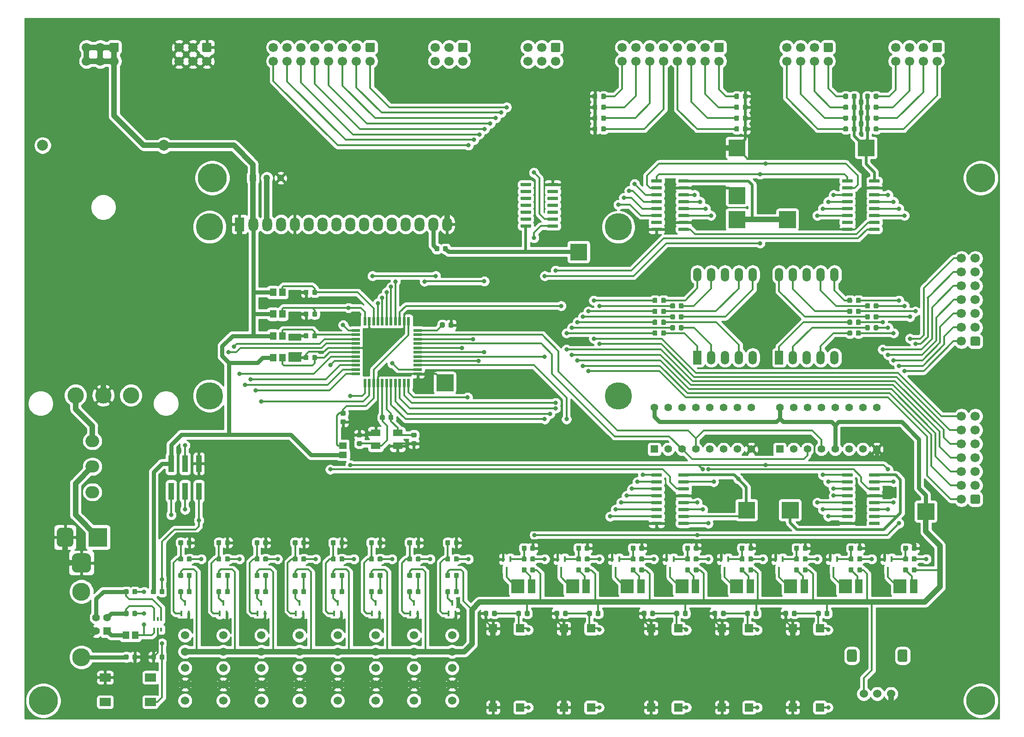
<source format=gtl>
G04 #@! TF.GenerationSoftware,KiCad,Pcbnew,(5.1.5)-3*
G04 #@! TF.CreationDate,2021-06-27T19:30:15+07:00*
G04 #@! TF.ProjectId,digitalSystemBoard,64696769-7461-46c5-9379-7374656d426f,rev?*
G04 #@! TF.SameCoordinates,Original*
G04 #@! TF.FileFunction,Copper,L1,Top*
G04 #@! TF.FilePolarity,Positive*
%FSLAX46Y46*%
G04 Gerber Fmt 4.6, Leading zero omitted, Abs format (unit mm)*
G04 Created by KiCad (PCBNEW (5.1.5)-3) date 2021-06-27 19:30:15*
%MOMM*%
%LPD*%
G04 APERTURE LIST*
%ADD10C,0.100000*%
%ADD11R,1.399997X2.599995*%
%ADD12R,2.399995X2.599995*%
%ADD13R,2.000000X1.500000*%
%ADD14C,3.000000*%
%ADD15C,0.750000*%
%ADD16C,1.248000*%
%ADD17R,1.248000X1.248000*%
%ADD18C,2.000000*%
%ADD19O,2.500000X2.250000*%
%ADD20R,1.500000X1.500000*%
%ADD21R,0.457200X1.117600*%
%ADD22C,5.000000*%
%ADD23O,1.800000X2.600000*%
%ADD24R,1.800000X2.600000*%
%ADD25R,1.524000X2.524000*%
%ADD26O,1.524000X2.524000*%
%ADD27C,1.700000*%
%ADD28C,1.397000*%
%ADD29R,1.397000X1.397000*%
%ADD30C,1.524000*%
%ADD31R,3.500000X3.500000*%
%ADD32R,1.000000X3.150000*%
%ADD33C,5.300000*%
%ADD34R,1.800000X1.200000*%
%ADD35R,0.550000X1.500000*%
%ADD36R,1.500000X0.550000*%
%ADD37R,1.408000X1.408000*%
%ADD38C,1.408000*%
%ADD39C,3.316000*%
%ADD40R,1.200000X1.470000*%
%ADD41R,1.470000X1.200000*%
%ADD42R,0.350000X0.800000*%
%ADD43C,0.800000*%
%ADD44C,0.350000*%
%ADD45C,0.500000*%
%ADD46C,1.000000*%
%ADD47C,0.750000*%
%ADD48C,0.254000*%
G04 APERTURE END LIST*
D10*
G36*
X184500000Y-122500000D02*
G01*
X181500000Y-122500000D01*
X181500000Y-119500000D01*
X184500000Y-119500000D01*
X184500000Y-122500000D01*
G37*
X184500000Y-122500000D02*
X181500000Y-122500000D01*
X181500000Y-119500000D01*
X184500000Y-119500000D01*
X184500000Y-122500000D01*
G36*
X192500000Y-122500000D02*
G01*
X189500000Y-122500000D01*
X189500000Y-119500000D01*
X192500000Y-119500000D01*
X192500000Y-122500000D01*
G37*
X192500000Y-122500000D02*
X189500000Y-122500000D01*
X189500000Y-119500000D01*
X192500000Y-119500000D01*
X192500000Y-122500000D01*
G36*
X217410000Y-122750000D02*
G01*
X214410000Y-122750000D01*
X214410000Y-119750000D01*
X217410000Y-119750000D01*
X217410000Y-122750000D01*
G37*
X217410000Y-122750000D02*
X214410000Y-122750000D01*
X214410000Y-119750000D01*
X217410000Y-119750000D01*
X217410000Y-122750000D01*
G36*
X129160000Y-99080000D02*
G01*
X126160000Y-99080000D01*
X126160000Y-96080000D01*
X129160000Y-96080000D01*
X129160000Y-99080000D01*
G37*
X129160000Y-99080000D02*
X126160000Y-99080000D01*
X126160000Y-96080000D01*
X129160000Y-96080000D01*
X129160000Y-99080000D01*
G36*
X182720000Y-55960000D02*
G01*
X179720000Y-55960000D01*
X179720000Y-52960000D01*
X182720000Y-52960000D01*
X182720000Y-55960000D01*
G37*
X182720000Y-55960000D02*
X179720000Y-55960000D01*
X179720000Y-52960000D01*
X182720000Y-52960000D01*
X182720000Y-55960000D01*
G36*
X182720000Y-64700000D02*
G01*
X179720000Y-64700000D01*
X179720000Y-61700000D01*
X182720000Y-61700000D01*
X182720000Y-64700000D01*
G37*
X182720000Y-64700000D02*
X179720000Y-64700000D01*
X179720000Y-61700000D01*
X182720000Y-61700000D01*
X182720000Y-64700000D01*
G36*
X192010000Y-69110000D02*
G01*
X189010000Y-69110000D01*
X189010000Y-66110000D01*
X192010000Y-66110000D01*
X192010000Y-69110000D01*
G37*
X192010000Y-69110000D02*
X189010000Y-69110000D01*
X189010000Y-66110000D01*
X192010000Y-66110000D01*
X192010000Y-69110000D01*
G36*
X206450000Y-55960000D02*
G01*
X203450000Y-55960000D01*
X203450000Y-52960000D01*
X206450000Y-52960000D01*
X206450000Y-55960000D01*
G37*
X206450000Y-55960000D02*
X203450000Y-55960000D01*
X203450000Y-52960000D01*
X206450000Y-52960000D01*
X206450000Y-55960000D01*
G36*
X182720000Y-69110000D02*
G01*
X179720000Y-69110000D01*
X179720000Y-66110000D01*
X182720000Y-66110000D01*
X182720000Y-69110000D01*
G37*
X182720000Y-69110000D02*
X179720000Y-69110000D01*
X179720000Y-66110000D01*
X182720000Y-66110000D01*
X182720000Y-69110000D01*
G36*
X153710000Y-75070000D02*
G01*
X150710000Y-75070000D01*
X150710000Y-72070000D01*
X153710000Y-72070000D01*
X153710000Y-75070000D01*
G37*
X153710000Y-75070000D02*
X150710000Y-75070000D01*
X150710000Y-72070000D01*
X153710000Y-72070000D01*
X153710000Y-75070000D01*
D11*
X213682909Y-134981000D03*
D12*
X211183041Y-134981000D03*
D11*
X203649909Y-134981000D03*
D12*
X201150041Y-134981000D03*
D11*
X193616909Y-134981000D03*
D12*
X191117041Y-134981000D03*
D11*
X183710909Y-134981000D03*
D12*
X181211041Y-134981000D03*
D11*
X173677909Y-134981000D03*
D12*
X171178041Y-134981000D03*
D11*
X163644909Y-134981000D03*
D12*
X161145041Y-134981000D03*
D11*
X153611909Y-134981000D03*
D12*
X151112041Y-134981000D03*
D13*
X73650000Y-156250000D03*
X73650000Y-151750000D03*
X65350000Y-156250000D03*
X65350000Y-151750000D03*
D11*
X143578909Y-134981000D03*
D12*
X141079041Y-134981000D03*
D14*
X70080000Y-99920000D03*
X59920000Y-99920000D03*
X65000000Y-99920000D03*
D15*
X184000000Y-122000000D03*
X182000000Y-122000000D03*
X182000000Y-120000000D03*
X184000000Y-120000000D03*
X183000000Y-121000000D03*
X191000000Y-121000000D03*
X192000000Y-120000000D03*
X190000000Y-120000000D03*
X190000000Y-122000000D03*
X192000000Y-122000000D03*
X216910000Y-122250000D03*
X214910000Y-122250000D03*
X214910000Y-120250000D03*
X216910000Y-120250000D03*
X215910000Y-121250000D03*
X128660000Y-98580000D03*
X126660000Y-98580000D03*
X126660000Y-96580000D03*
X128660000Y-96580000D03*
X127660000Y-97580000D03*
X181220000Y-54460000D03*
X182220000Y-53460000D03*
X180220000Y-53460000D03*
X180220000Y-55460000D03*
X182220000Y-55460000D03*
X182220000Y-64200000D03*
X180220000Y-64200000D03*
X180220000Y-62200000D03*
X182220000Y-62200000D03*
X181220000Y-63200000D03*
X190510000Y-67610000D03*
X191510000Y-66610000D03*
X189510000Y-66610000D03*
X189510000Y-68610000D03*
X191510000Y-68610000D03*
X205950000Y-55460000D03*
X203950000Y-55460000D03*
X203950000Y-53460000D03*
X205950000Y-53460000D03*
X204950000Y-54460000D03*
X182220000Y-68610000D03*
X180220000Y-68610000D03*
X180220000Y-66610000D03*
X182220000Y-66610000D03*
X181220000Y-67610000D03*
X153210000Y-74570000D03*
X151210000Y-74570000D03*
X151210000Y-72570000D03*
X153210000Y-72570000D03*
X152210000Y-73570000D03*
G04 #@! TA.AperFunction,SMDPad,CuDef*
D10*
G36*
X207314703Y-114255722D02*
G01*
X207329264Y-114257882D01*
X207343543Y-114261459D01*
X207357403Y-114266418D01*
X207370710Y-114272712D01*
X207383336Y-114280280D01*
X207395159Y-114289048D01*
X207406066Y-114298934D01*
X207415952Y-114309841D01*
X207424720Y-114321664D01*
X207432288Y-114334290D01*
X207438582Y-114347597D01*
X207443541Y-114361457D01*
X207447118Y-114375736D01*
X207449278Y-114390297D01*
X207450000Y-114405000D01*
X207450000Y-114705000D01*
X207449278Y-114719703D01*
X207447118Y-114734264D01*
X207443541Y-114748543D01*
X207438582Y-114762403D01*
X207432288Y-114775710D01*
X207424720Y-114788336D01*
X207415952Y-114800159D01*
X207406066Y-114811066D01*
X207395159Y-114820952D01*
X207383336Y-114829720D01*
X207370710Y-114837288D01*
X207357403Y-114843582D01*
X207343543Y-114848541D01*
X207329264Y-114852118D01*
X207314703Y-114854278D01*
X207300000Y-114855000D01*
X205650000Y-114855000D01*
X205635297Y-114854278D01*
X205620736Y-114852118D01*
X205606457Y-114848541D01*
X205592597Y-114843582D01*
X205579290Y-114837288D01*
X205566664Y-114829720D01*
X205554841Y-114820952D01*
X205543934Y-114811066D01*
X205534048Y-114800159D01*
X205525280Y-114788336D01*
X205517712Y-114775710D01*
X205511418Y-114762403D01*
X205506459Y-114748543D01*
X205502882Y-114734264D01*
X205500722Y-114719703D01*
X205500000Y-114705000D01*
X205500000Y-114405000D01*
X205500722Y-114390297D01*
X205502882Y-114375736D01*
X205506459Y-114361457D01*
X205511418Y-114347597D01*
X205517712Y-114334290D01*
X205525280Y-114321664D01*
X205534048Y-114309841D01*
X205543934Y-114298934D01*
X205554841Y-114289048D01*
X205566664Y-114280280D01*
X205579290Y-114272712D01*
X205592597Y-114266418D01*
X205606457Y-114261459D01*
X205620736Y-114257882D01*
X205635297Y-114255722D01*
X205650000Y-114255000D01*
X207300000Y-114255000D01*
X207314703Y-114255722D01*
G37*
G04 #@! TD.AperFunction*
G04 #@! TA.AperFunction,SMDPad,CuDef*
G36*
X207314703Y-115525722D02*
G01*
X207329264Y-115527882D01*
X207343543Y-115531459D01*
X207357403Y-115536418D01*
X207370710Y-115542712D01*
X207383336Y-115550280D01*
X207395159Y-115559048D01*
X207406066Y-115568934D01*
X207415952Y-115579841D01*
X207424720Y-115591664D01*
X207432288Y-115604290D01*
X207438582Y-115617597D01*
X207443541Y-115631457D01*
X207447118Y-115645736D01*
X207449278Y-115660297D01*
X207450000Y-115675000D01*
X207450000Y-115975000D01*
X207449278Y-115989703D01*
X207447118Y-116004264D01*
X207443541Y-116018543D01*
X207438582Y-116032403D01*
X207432288Y-116045710D01*
X207424720Y-116058336D01*
X207415952Y-116070159D01*
X207406066Y-116081066D01*
X207395159Y-116090952D01*
X207383336Y-116099720D01*
X207370710Y-116107288D01*
X207357403Y-116113582D01*
X207343543Y-116118541D01*
X207329264Y-116122118D01*
X207314703Y-116124278D01*
X207300000Y-116125000D01*
X205650000Y-116125000D01*
X205635297Y-116124278D01*
X205620736Y-116122118D01*
X205606457Y-116118541D01*
X205592597Y-116113582D01*
X205579290Y-116107288D01*
X205566664Y-116099720D01*
X205554841Y-116090952D01*
X205543934Y-116081066D01*
X205534048Y-116070159D01*
X205525280Y-116058336D01*
X205517712Y-116045710D01*
X205511418Y-116032403D01*
X205506459Y-116018543D01*
X205502882Y-116004264D01*
X205500722Y-115989703D01*
X205500000Y-115975000D01*
X205500000Y-115675000D01*
X205500722Y-115660297D01*
X205502882Y-115645736D01*
X205506459Y-115631457D01*
X205511418Y-115617597D01*
X205517712Y-115604290D01*
X205525280Y-115591664D01*
X205534048Y-115579841D01*
X205543934Y-115568934D01*
X205554841Y-115559048D01*
X205566664Y-115550280D01*
X205579290Y-115542712D01*
X205592597Y-115536418D01*
X205606457Y-115531459D01*
X205620736Y-115527882D01*
X205635297Y-115525722D01*
X205650000Y-115525000D01*
X207300000Y-115525000D01*
X207314703Y-115525722D01*
G37*
G04 #@! TD.AperFunction*
G04 #@! TA.AperFunction,SMDPad,CuDef*
G36*
X207314703Y-116795722D02*
G01*
X207329264Y-116797882D01*
X207343543Y-116801459D01*
X207357403Y-116806418D01*
X207370710Y-116812712D01*
X207383336Y-116820280D01*
X207395159Y-116829048D01*
X207406066Y-116838934D01*
X207415952Y-116849841D01*
X207424720Y-116861664D01*
X207432288Y-116874290D01*
X207438582Y-116887597D01*
X207443541Y-116901457D01*
X207447118Y-116915736D01*
X207449278Y-116930297D01*
X207450000Y-116945000D01*
X207450000Y-117245000D01*
X207449278Y-117259703D01*
X207447118Y-117274264D01*
X207443541Y-117288543D01*
X207438582Y-117302403D01*
X207432288Y-117315710D01*
X207424720Y-117328336D01*
X207415952Y-117340159D01*
X207406066Y-117351066D01*
X207395159Y-117360952D01*
X207383336Y-117369720D01*
X207370710Y-117377288D01*
X207357403Y-117383582D01*
X207343543Y-117388541D01*
X207329264Y-117392118D01*
X207314703Y-117394278D01*
X207300000Y-117395000D01*
X205650000Y-117395000D01*
X205635297Y-117394278D01*
X205620736Y-117392118D01*
X205606457Y-117388541D01*
X205592597Y-117383582D01*
X205579290Y-117377288D01*
X205566664Y-117369720D01*
X205554841Y-117360952D01*
X205543934Y-117351066D01*
X205534048Y-117340159D01*
X205525280Y-117328336D01*
X205517712Y-117315710D01*
X205511418Y-117302403D01*
X205506459Y-117288543D01*
X205502882Y-117274264D01*
X205500722Y-117259703D01*
X205500000Y-117245000D01*
X205500000Y-116945000D01*
X205500722Y-116930297D01*
X205502882Y-116915736D01*
X205506459Y-116901457D01*
X205511418Y-116887597D01*
X205517712Y-116874290D01*
X205525280Y-116861664D01*
X205534048Y-116849841D01*
X205543934Y-116838934D01*
X205554841Y-116829048D01*
X205566664Y-116820280D01*
X205579290Y-116812712D01*
X205592597Y-116806418D01*
X205606457Y-116801459D01*
X205620736Y-116797882D01*
X205635297Y-116795722D01*
X205650000Y-116795000D01*
X207300000Y-116795000D01*
X207314703Y-116795722D01*
G37*
G04 #@! TD.AperFunction*
G04 #@! TA.AperFunction,SMDPad,CuDef*
G36*
X207314703Y-118065722D02*
G01*
X207329264Y-118067882D01*
X207343543Y-118071459D01*
X207357403Y-118076418D01*
X207370710Y-118082712D01*
X207383336Y-118090280D01*
X207395159Y-118099048D01*
X207406066Y-118108934D01*
X207415952Y-118119841D01*
X207424720Y-118131664D01*
X207432288Y-118144290D01*
X207438582Y-118157597D01*
X207443541Y-118171457D01*
X207447118Y-118185736D01*
X207449278Y-118200297D01*
X207450000Y-118215000D01*
X207450000Y-118515000D01*
X207449278Y-118529703D01*
X207447118Y-118544264D01*
X207443541Y-118558543D01*
X207438582Y-118572403D01*
X207432288Y-118585710D01*
X207424720Y-118598336D01*
X207415952Y-118610159D01*
X207406066Y-118621066D01*
X207395159Y-118630952D01*
X207383336Y-118639720D01*
X207370710Y-118647288D01*
X207357403Y-118653582D01*
X207343543Y-118658541D01*
X207329264Y-118662118D01*
X207314703Y-118664278D01*
X207300000Y-118665000D01*
X205650000Y-118665000D01*
X205635297Y-118664278D01*
X205620736Y-118662118D01*
X205606457Y-118658541D01*
X205592597Y-118653582D01*
X205579290Y-118647288D01*
X205566664Y-118639720D01*
X205554841Y-118630952D01*
X205543934Y-118621066D01*
X205534048Y-118610159D01*
X205525280Y-118598336D01*
X205517712Y-118585710D01*
X205511418Y-118572403D01*
X205506459Y-118558543D01*
X205502882Y-118544264D01*
X205500722Y-118529703D01*
X205500000Y-118515000D01*
X205500000Y-118215000D01*
X205500722Y-118200297D01*
X205502882Y-118185736D01*
X205506459Y-118171457D01*
X205511418Y-118157597D01*
X205517712Y-118144290D01*
X205525280Y-118131664D01*
X205534048Y-118119841D01*
X205543934Y-118108934D01*
X205554841Y-118099048D01*
X205566664Y-118090280D01*
X205579290Y-118082712D01*
X205592597Y-118076418D01*
X205606457Y-118071459D01*
X205620736Y-118067882D01*
X205635297Y-118065722D01*
X205650000Y-118065000D01*
X207300000Y-118065000D01*
X207314703Y-118065722D01*
G37*
G04 #@! TD.AperFunction*
G04 #@! TA.AperFunction,SMDPad,CuDef*
G36*
X207314703Y-119335722D02*
G01*
X207329264Y-119337882D01*
X207343543Y-119341459D01*
X207357403Y-119346418D01*
X207370710Y-119352712D01*
X207383336Y-119360280D01*
X207395159Y-119369048D01*
X207406066Y-119378934D01*
X207415952Y-119389841D01*
X207424720Y-119401664D01*
X207432288Y-119414290D01*
X207438582Y-119427597D01*
X207443541Y-119441457D01*
X207447118Y-119455736D01*
X207449278Y-119470297D01*
X207450000Y-119485000D01*
X207450000Y-119785000D01*
X207449278Y-119799703D01*
X207447118Y-119814264D01*
X207443541Y-119828543D01*
X207438582Y-119842403D01*
X207432288Y-119855710D01*
X207424720Y-119868336D01*
X207415952Y-119880159D01*
X207406066Y-119891066D01*
X207395159Y-119900952D01*
X207383336Y-119909720D01*
X207370710Y-119917288D01*
X207357403Y-119923582D01*
X207343543Y-119928541D01*
X207329264Y-119932118D01*
X207314703Y-119934278D01*
X207300000Y-119935000D01*
X205650000Y-119935000D01*
X205635297Y-119934278D01*
X205620736Y-119932118D01*
X205606457Y-119928541D01*
X205592597Y-119923582D01*
X205579290Y-119917288D01*
X205566664Y-119909720D01*
X205554841Y-119900952D01*
X205543934Y-119891066D01*
X205534048Y-119880159D01*
X205525280Y-119868336D01*
X205517712Y-119855710D01*
X205511418Y-119842403D01*
X205506459Y-119828543D01*
X205502882Y-119814264D01*
X205500722Y-119799703D01*
X205500000Y-119785000D01*
X205500000Y-119485000D01*
X205500722Y-119470297D01*
X205502882Y-119455736D01*
X205506459Y-119441457D01*
X205511418Y-119427597D01*
X205517712Y-119414290D01*
X205525280Y-119401664D01*
X205534048Y-119389841D01*
X205543934Y-119378934D01*
X205554841Y-119369048D01*
X205566664Y-119360280D01*
X205579290Y-119352712D01*
X205592597Y-119346418D01*
X205606457Y-119341459D01*
X205620736Y-119337882D01*
X205635297Y-119335722D01*
X205650000Y-119335000D01*
X207300000Y-119335000D01*
X207314703Y-119335722D01*
G37*
G04 #@! TD.AperFunction*
G04 #@! TA.AperFunction,SMDPad,CuDef*
G36*
X207314703Y-120605722D02*
G01*
X207329264Y-120607882D01*
X207343543Y-120611459D01*
X207357403Y-120616418D01*
X207370710Y-120622712D01*
X207383336Y-120630280D01*
X207395159Y-120639048D01*
X207406066Y-120648934D01*
X207415952Y-120659841D01*
X207424720Y-120671664D01*
X207432288Y-120684290D01*
X207438582Y-120697597D01*
X207443541Y-120711457D01*
X207447118Y-120725736D01*
X207449278Y-120740297D01*
X207450000Y-120755000D01*
X207450000Y-121055000D01*
X207449278Y-121069703D01*
X207447118Y-121084264D01*
X207443541Y-121098543D01*
X207438582Y-121112403D01*
X207432288Y-121125710D01*
X207424720Y-121138336D01*
X207415952Y-121150159D01*
X207406066Y-121161066D01*
X207395159Y-121170952D01*
X207383336Y-121179720D01*
X207370710Y-121187288D01*
X207357403Y-121193582D01*
X207343543Y-121198541D01*
X207329264Y-121202118D01*
X207314703Y-121204278D01*
X207300000Y-121205000D01*
X205650000Y-121205000D01*
X205635297Y-121204278D01*
X205620736Y-121202118D01*
X205606457Y-121198541D01*
X205592597Y-121193582D01*
X205579290Y-121187288D01*
X205566664Y-121179720D01*
X205554841Y-121170952D01*
X205543934Y-121161066D01*
X205534048Y-121150159D01*
X205525280Y-121138336D01*
X205517712Y-121125710D01*
X205511418Y-121112403D01*
X205506459Y-121098543D01*
X205502882Y-121084264D01*
X205500722Y-121069703D01*
X205500000Y-121055000D01*
X205500000Y-120755000D01*
X205500722Y-120740297D01*
X205502882Y-120725736D01*
X205506459Y-120711457D01*
X205511418Y-120697597D01*
X205517712Y-120684290D01*
X205525280Y-120671664D01*
X205534048Y-120659841D01*
X205543934Y-120648934D01*
X205554841Y-120639048D01*
X205566664Y-120630280D01*
X205579290Y-120622712D01*
X205592597Y-120616418D01*
X205606457Y-120611459D01*
X205620736Y-120607882D01*
X205635297Y-120605722D01*
X205650000Y-120605000D01*
X207300000Y-120605000D01*
X207314703Y-120605722D01*
G37*
G04 #@! TD.AperFunction*
G04 #@! TA.AperFunction,SMDPad,CuDef*
G36*
X207314703Y-121875722D02*
G01*
X207329264Y-121877882D01*
X207343543Y-121881459D01*
X207357403Y-121886418D01*
X207370710Y-121892712D01*
X207383336Y-121900280D01*
X207395159Y-121909048D01*
X207406066Y-121918934D01*
X207415952Y-121929841D01*
X207424720Y-121941664D01*
X207432288Y-121954290D01*
X207438582Y-121967597D01*
X207443541Y-121981457D01*
X207447118Y-121995736D01*
X207449278Y-122010297D01*
X207450000Y-122025000D01*
X207450000Y-122325000D01*
X207449278Y-122339703D01*
X207447118Y-122354264D01*
X207443541Y-122368543D01*
X207438582Y-122382403D01*
X207432288Y-122395710D01*
X207424720Y-122408336D01*
X207415952Y-122420159D01*
X207406066Y-122431066D01*
X207395159Y-122440952D01*
X207383336Y-122449720D01*
X207370710Y-122457288D01*
X207357403Y-122463582D01*
X207343543Y-122468541D01*
X207329264Y-122472118D01*
X207314703Y-122474278D01*
X207300000Y-122475000D01*
X205650000Y-122475000D01*
X205635297Y-122474278D01*
X205620736Y-122472118D01*
X205606457Y-122468541D01*
X205592597Y-122463582D01*
X205579290Y-122457288D01*
X205566664Y-122449720D01*
X205554841Y-122440952D01*
X205543934Y-122431066D01*
X205534048Y-122420159D01*
X205525280Y-122408336D01*
X205517712Y-122395710D01*
X205511418Y-122382403D01*
X205506459Y-122368543D01*
X205502882Y-122354264D01*
X205500722Y-122339703D01*
X205500000Y-122325000D01*
X205500000Y-122025000D01*
X205500722Y-122010297D01*
X205502882Y-121995736D01*
X205506459Y-121981457D01*
X205511418Y-121967597D01*
X205517712Y-121954290D01*
X205525280Y-121941664D01*
X205534048Y-121929841D01*
X205543934Y-121918934D01*
X205554841Y-121909048D01*
X205566664Y-121900280D01*
X205579290Y-121892712D01*
X205592597Y-121886418D01*
X205606457Y-121881459D01*
X205620736Y-121877882D01*
X205635297Y-121875722D01*
X205650000Y-121875000D01*
X207300000Y-121875000D01*
X207314703Y-121875722D01*
G37*
G04 #@! TD.AperFunction*
G04 #@! TA.AperFunction,SMDPad,CuDef*
G36*
X207314703Y-123145722D02*
G01*
X207329264Y-123147882D01*
X207343543Y-123151459D01*
X207357403Y-123156418D01*
X207370710Y-123162712D01*
X207383336Y-123170280D01*
X207395159Y-123179048D01*
X207406066Y-123188934D01*
X207415952Y-123199841D01*
X207424720Y-123211664D01*
X207432288Y-123224290D01*
X207438582Y-123237597D01*
X207443541Y-123251457D01*
X207447118Y-123265736D01*
X207449278Y-123280297D01*
X207450000Y-123295000D01*
X207450000Y-123595000D01*
X207449278Y-123609703D01*
X207447118Y-123624264D01*
X207443541Y-123638543D01*
X207438582Y-123652403D01*
X207432288Y-123665710D01*
X207424720Y-123678336D01*
X207415952Y-123690159D01*
X207406066Y-123701066D01*
X207395159Y-123710952D01*
X207383336Y-123719720D01*
X207370710Y-123727288D01*
X207357403Y-123733582D01*
X207343543Y-123738541D01*
X207329264Y-123742118D01*
X207314703Y-123744278D01*
X207300000Y-123745000D01*
X205650000Y-123745000D01*
X205635297Y-123744278D01*
X205620736Y-123742118D01*
X205606457Y-123738541D01*
X205592597Y-123733582D01*
X205579290Y-123727288D01*
X205566664Y-123719720D01*
X205554841Y-123710952D01*
X205543934Y-123701066D01*
X205534048Y-123690159D01*
X205525280Y-123678336D01*
X205517712Y-123665710D01*
X205511418Y-123652403D01*
X205506459Y-123638543D01*
X205502882Y-123624264D01*
X205500722Y-123609703D01*
X205500000Y-123595000D01*
X205500000Y-123295000D01*
X205500722Y-123280297D01*
X205502882Y-123265736D01*
X205506459Y-123251457D01*
X205511418Y-123237597D01*
X205517712Y-123224290D01*
X205525280Y-123211664D01*
X205534048Y-123199841D01*
X205543934Y-123188934D01*
X205554841Y-123179048D01*
X205566664Y-123170280D01*
X205579290Y-123162712D01*
X205592597Y-123156418D01*
X205606457Y-123151459D01*
X205620736Y-123147882D01*
X205635297Y-123145722D01*
X205650000Y-123145000D01*
X207300000Y-123145000D01*
X207314703Y-123145722D01*
G37*
G04 #@! TD.AperFunction*
G04 #@! TA.AperFunction,SMDPad,CuDef*
G36*
X202364703Y-123145722D02*
G01*
X202379264Y-123147882D01*
X202393543Y-123151459D01*
X202407403Y-123156418D01*
X202420710Y-123162712D01*
X202433336Y-123170280D01*
X202445159Y-123179048D01*
X202456066Y-123188934D01*
X202465952Y-123199841D01*
X202474720Y-123211664D01*
X202482288Y-123224290D01*
X202488582Y-123237597D01*
X202493541Y-123251457D01*
X202497118Y-123265736D01*
X202499278Y-123280297D01*
X202500000Y-123295000D01*
X202500000Y-123595000D01*
X202499278Y-123609703D01*
X202497118Y-123624264D01*
X202493541Y-123638543D01*
X202488582Y-123652403D01*
X202482288Y-123665710D01*
X202474720Y-123678336D01*
X202465952Y-123690159D01*
X202456066Y-123701066D01*
X202445159Y-123710952D01*
X202433336Y-123719720D01*
X202420710Y-123727288D01*
X202407403Y-123733582D01*
X202393543Y-123738541D01*
X202379264Y-123742118D01*
X202364703Y-123744278D01*
X202350000Y-123745000D01*
X200700000Y-123745000D01*
X200685297Y-123744278D01*
X200670736Y-123742118D01*
X200656457Y-123738541D01*
X200642597Y-123733582D01*
X200629290Y-123727288D01*
X200616664Y-123719720D01*
X200604841Y-123710952D01*
X200593934Y-123701066D01*
X200584048Y-123690159D01*
X200575280Y-123678336D01*
X200567712Y-123665710D01*
X200561418Y-123652403D01*
X200556459Y-123638543D01*
X200552882Y-123624264D01*
X200550722Y-123609703D01*
X200550000Y-123595000D01*
X200550000Y-123295000D01*
X200550722Y-123280297D01*
X200552882Y-123265736D01*
X200556459Y-123251457D01*
X200561418Y-123237597D01*
X200567712Y-123224290D01*
X200575280Y-123211664D01*
X200584048Y-123199841D01*
X200593934Y-123188934D01*
X200604841Y-123179048D01*
X200616664Y-123170280D01*
X200629290Y-123162712D01*
X200642597Y-123156418D01*
X200656457Y-123151459D01*
X200670736Y-123147882D01*
X200685297Y-123145722D01*
X200700000Y-123145000D01*
X202350000Y-123145000D01*
X202364703Y-123145722D01*
G37*
G04 #@! TD.AperFunction*
G04 #@! TA.AperFunction,SMDPad,CuDef*
G36*
X202364703Y-121875722D02*
G01*
X202379264Y-121877882D01*
X202393543Y-121881459D01*
X202407403Y-121886418D01*
X202420710Y-121892712D01*
X202433336Y-121900280D01*
X202445159Y-121909048D01*
X202456066Y-121918934D01*
X202465952Y-121929841D01*
X202474720Y-121941664D01*
X202482288Y-121954290D01*
X202488582Y-121967597D01*
X202493541Y-121981457D01*
X202497118Y-121995736D01*
X202499278Y-122010297D01*
X202500000Y-122025000D01*
X202500000Y-122325000D01*
X202499278Y-122339703D01*
X202497118Y-122354264D01*
X202493541Y-122368543D01*
X202488582Y-122382403D01*
X202482288Y-122395710D01*
X202474720Y-122408336D01*
X202465952Y-122420159D01*
X202456066Y-122431066D01*
X202445159Y-122440952D01*
X202433336Y-122449720D01*
X202420710Y-122457288D01*
X202407403Y-122463582D01*
X202393543Y-122468541D01*
X202379264Y-122472118D01*
X202364703Y-122474278D01*
X202350000Y-122475000D01*
X200700000Y-122475000D01*
X200685297Y-122474278D01*
X200670736Y-122472118D01*
X200656457Y-122468541D01*
X200642597Y-122463582D01*
X200629290Y-122457288D01*
X200616664Y-122449720D01*
X200604841Y-122440952D01*
X200593934Y-122431066D01*
X200584048Y-122420159D01*
X200575280Y-122408336D01*
X200567712Y-122395710D01*
X200561418Y-122382403D01*
X200556459Y-122368543D01*
X200552882Y-122354264D01*
X200550722Y-122339703D01*
X200550000Y-122325000D01*
X200550000Y-122025000D01*
X200550722Y-122010297D01*
X200552882Y-121995736D01*
X200556459Y-121981457D01*
X200561418Y-121967597D01*
X200567712Y-121954290D01*
X200575280Y-121941664D01*
X200584048Y-121929841D01*
X200593934Y-121918934D01*
X200604841Y-121909048D01*
X200616664Y-121900280D01*
X200629290Y-121892712D01*
X200642597Y-121886418D01*
X200656457Y-121881459D01*
X200670736Y-121877882D01*
X200685297Y-121875722D01*
X200700000Y-121875000D01*
X202350000Y-121875000D01*
X202364703Y-121875722D01*
G37*
G04 #@! TD.AperFunction*
G04 #@! TA.AperFunction,SMDPad,CuDef*
G36*
X202364703Y-120605722D02*
G01*
X202379264Y-120607882D01*
X202393543Y-120611459D01*
X202407403Y-120616418D01*
X202420710Y-120622712D01*
X202433336Y-120630280D01*
X202445159Y-120639048D01*
X202456066Y-120648934D01*
X202465952Y-120659841D01*
X202474720Y-120671664D01*
X202482288Y-120684290D01*
X202488582Y-120697597D01*
X202493541Y-120711457D01*
X202497118Y-120725736D01*
X202499278Y-120740297D01*
X202500000Y-120755000D01*
X202500000Y-121055000D01*
X202499278Y-121069703D01*
X202497118Y-121084264D01*
X202493541Y-121098543D01*
X202488582Y-121112403D01*
X202482288Y-121125710D01*
X202474720Y-121138336D01*
X202465952Y-121150159D01*
X202456066Y-121161066D01*
X202445159Y-121170952D01*
X202433336Y-121179720D01*
X202420710Y-121187288D01*
X202407403Y-121193582D01*
X202393543Y-121198541D01*
X202379264Y-121202118D01*
X202364703Y-121204278D01*
X202350000Y-121205000D01*
X200700000Y-121205000D01*
X200685297Y-121204278D01*
X200670736Y-121202118D01*
X200656457Y-121198541D01*
X200642597Y-121193582D01*
X200629290Y-121187288D01*
X200616664Y-121179720D01*
X200604841Y-121170952D01*
X200593934Y-121161066D01*
X200584048Y-121150159D01*
X200575280Y-121138336D01*
X200567712Y-121125710D01*
X200561418Y-121112403D01*
X200556459Y-121098543D01*
X200552882Y-121084264D01*
X200550722Y-121069703D01*
X200550000Y-121055000D01*
X200550000Y-120755000D01*
X200550722Y-120740297D01*
X200552882Y-120725736D01*
X200556459Y-120711457D01*
X200561418Y-120697597D01*
X200567712Y-120684290D01*
X200575280Y-120671664D01*
X200584048Y-120659841D01*
X200593934Y-120648934D01*
X200604841Y-120639048D01*
X200616664Y-120630280D01*
X200629290Y-120622712D01*
X200642597Y-120616418D01*
X200656457Y-120611459D01*
X200670736Y-120607882D01*
X200685297Y-120605722D01*
X200700000Y-120605000D01*
X202350000Y-120605000D01*
X202364703Y-120605722D01*
G37*
G04 #@! TD.AperFunction*
G04 #@! TA.AperFunction,SMDPad,CuDef*
G36*
X202364703Y-119335722D02*
G01*
X202379264Y-119337882D01*
X202393543Y-119341459D01*
X202407403Y-119346418D01*
X202420710Y-119352712D01*
X202433336Y-119360280D01*
X202445159Y-119369048D01*
X202456066Y-119378934D01*
X202465952Y-119389841D01*
X202474720Y-119401664D01*
X202482288Y-119414290D01*
X202488582Y-119427597D01*
X202493541Y-119441457D01*
X202497118Y-119455736D01*
X202499278Y-119470297D01*
X202500000Y-119485000D01*
X202500000Y-119785000D01*
X202499278Y-119799703D01*
X202497118Y-119814264D01*
X202493541Y-119828543D01*
X202488582Y-119842403D01*
X202482288Y-119855710D01*
X202474720Y-119868336D01*
X202465952Y-119880159D01*
X202456066Y-119891066D01*
X202445159Y-119900952D01*
X202433336Y-119909720D01*
X202420710Y-119917288D01*
X202407403Y-119923582D01*
X202393543Y-119928541D01*
X202379264Y-119932118D01*
X202364703Y-119934278D01*
X202350000Y-119935000D01*
X200700000Y-119935000D01*
X200685297Y-119934278D01*
X200670736Y-119932118D01*
X200656457Y-119928541D01*
X200642597Y-119923582D01*
X200629290Y-119917288D01*
X200616664Y-119909720D01*
X200604841Y-119900952D01*
X200593934Y-119891066D01*
X200584048Y-119880159D01*
X200575280Y-119868336D01*
X200567712Y-119855710D01*
X200561418Y-119842403D01*
X200556459Y-119828543D01*
X200552882Y-119814264D01*
X200550722Y-119799703D01*
X200550000Y-119785000D01*
X200550000Y-119485000D01*
X200550722Y-119470297D01*
X200552882Y-119455736D01*
X200556459Y-119441457D01*
X200561418Y-119427597D01*
X200567712Y-119414290D01*
X200575280Y-119401664D01*
X200584048Y-119389841D01*
X200593934Y-119378934D01*
X200604841Y-119369048D01*
X200616664Y-119360280D01*
X200629290Y-119352712D01*
X200642597Y-119346418D01*
X200656457Y-119341459D01*
X200670736Y-119337882D01*
X200685297Y-119335722D01*
X200700000Y-119335000D01*
X202350000Y-119335000D01*
X202364703Y-119335722D01*
G37*
G04 #@! TD.AperFunction*
G04 #@! TA.AperFunction,SMDPad,CuDef*
G36*
X202364703Y-118065722D02*
G01*
X202379264Y-118067882D01*
X202393543Y-118071459D01*
X202407403Y-118076418D01*
X202420710Y-118082712D01*
X202433336Y-118090280D01*
X202445159Y-118099048D01*
X202456066Y-118108934D01*
X202465952Y-118119841D01*
X202474720Y-118131664D01*
X202482288Y-118144290D01*
X202488582Y-118157597D01*
X202493541Y-118171457D01*
X202497118Y-118185736D01*
X202499278Y-118200297D01*
X202500000Y-118215000D01*
X202500000Y-118515000D01*
X202499278Y-118529703D01*
X202497118Y-118544264D01*
X202493541Y-118558543D01*
X202488582Y-118572403D01*
X202482288Y-118585710D01*
X202474720Y-118598336D01*
X202465952Y-118610159D01*
X202456066Y-118621066D01*
X202445159Y-118630952D01*
X202433336Y-118639720D01*
X202420710Y-118647288D01*
X202407403Y-118653582D01*
X202393543Y-118658541D01*
X202379264Y-118662118D01*
X202364703Y-118664278D01*
X202350000Y-118665000D01*
X200700000Y-118665000D01*
X200685297Y-118664278D01*
X200670736Y-118662118D01*
X200656457Y-118658541D01*
X200642597Y-118653582D01*
X200629290Y-118647288D01*
X200616664Y-118639720D01*
X200604841Y-118630952D01*
X200593934Y-118621066D01*
X200584048Y-118610159D01*
X200575280Y-118598336D01*
X200567712Y-118585710D01*
X200561418Y-118572403D01*
X200556459Y-118558543D01*
X200552882Y-118544264D01*
X200550722Y-118529703D01*
X200550000Y-118515000D01*
X200550000Y-118215000D01*
X200550722Y-118200297D01*
X200552882Y-118185736D01*
X200556459Y-118171457D01*
X200561418Y-118157597D01*
X200567712Y-118144290D01*
X200575280Y-118131664D01*
X200584048Y-118119841D01*
X200593934Y-118108934D01*
X200604841Y-118099048D01*
X200616664Y-118090280D01*
X200629290Y-118082712D01*
X200642597Y-118076418D01*
X200656457Y-118071459D01*
X200670736Y-118067882D01*
X200685297Y-118065722D01*
X200700000Y-118065000D01*
X202350000Y-118065000D01*
X202364703Y-118065722D01*
G37*
G04 #@! TD.AperFunction*
G04 #@! TA.AperFunction,SMDPad,CuDef*
G36*
X202364703Y-116795722D02*
G01*
X202379264Y-116797882D01*
X202393543Y-116801459D01*
X202407403Y-116806418D01*
X202420710Y-116812712D01*
X202433336Y-116820280D01*
X202445159Y-116829048D01*
X202456066Y-116838934D01*
X202465952Y-116849841D01*
X202474720Y-116861664D01*
X202482288Y-116874290D01*
X202488582Y-116887597D01*
X202493541Y-116901457D01*
X202497118Y-116915736D01*
X202499278Y-116930297D01*
X202500000Y-116945000D01*
X202500000Y-117245000D01*
X202499278Y-117259703D01*
X202497118Y-117274264D01*
X202493541Y-117288543D01*
X202488582Y-117302403D01*
X202482288Y-117315710D01*
X202474720Y-117328336D01*
X202465952Y-117340159D01*
X202456066Y-117351066D01*
X202445159Y-117360952D01*
X202433336Y-117369720D01*
X202420710Y-117377288D01*
X202407403Y-117383582D01*
X202393543Y-117388541D01*
X202379264Y-117392118D01*
X202364703Y-117394278D01*
X202350000Y-117395000D01*
X200700000Y-117395000D01*
X200685297Y-117394278D01*
X200670736Y-117392118D01*
X200656457Y-117388541D01*
X200642597Y-117383582D01*
X200629290Y-117377288D01*
X200616664Y-117369720D01*
X200604841Y-117360952D01*
X200593934Y-117351066D01*
X200584048Y-117340159D01*
X200575280Y-117328336D01*
X200567712Y-117315710D01*
X200561418Y-117302403D01*
X200556459Y-117288543D01*
X200552882Y-117274264D01*
X200550722Y-117259703D01*
X200550000Y-117245000D01*
X200550000Y-116945000D01*
X200550722Y-116930297D01*
X200552882Y-116915736D01*
X200556459Y-116901457D01*
X200561418Y-116887597D01*
X200567712Y-116874290D01*
X200575280Y-116861664D01*
X200584048Y-116849841D01*
X200593934Y-116838934D01*
X200604841Y-116829048D01*
X200616664Y-116820280D01*
X200629290Y-116812712D01*
X200642597Y-116806418D01*
X200656457Y-116801459D01*
X200670736Y-116797882D01*
X200685297Y-116795722D01*
X200700000Y-116795000D01*
X202350000Y-116795000D01*
X202364703Y-116795722D01*
G37*
G04 #@! TD.AperFunction*
G04 #@! TA.AperFunction,SMDPad,CuDef*
G36*
X202364703Y-115525722D02*
G01*
X202379264Y-115527882D01*
X202393543Y-115531459D01*
X202407403Y-115536418D01*
X202420710Y-115542712D01*
X202433336Y-115550280D01*
X202445159Y-115559048D01*
X202456066Y-115568934D01*
X202465952Y-115579841D01*
X202474720Y-115591664D01*
X202482288Y-115604290D01*
X202488582Y-115617597D01*
X202493541Y-115631457D01*
X202497118Y-115645736D01*
X202499278Y-115660297D01*
X202500000Y-115675000D01*
X202500000Y-115975000D01*
X202499278Y-115989703D01*
X202497118Y-116004264D01*
X202493541Y-116018543D01*
X202488582Y-116032403D01*
X202482288Y-116045710D01*
X202474720Y-116058336D01*
X202465952Y-116070159D01*
X202456066Y-116081066D01*
X202445159Y-116090952D01*
X202433336Y-116099720D01*
X202420710Y-116107288D01*
X202407403Y-116113582D01*
X202393543Y-116118541D01*
X202379264Y-116122118D01*
X202364703Y-116124278D01*
X202350000Y-116125000D01*
X200700000Y-116125000D01*
X200685297Y-116124278D01*
X200670736Y-116122118D01*
X200656457Y-116118541D01*
X200642597Y-116113582D01*
X200629290Y-116107288D01*
X200616664Y-116099720D01*
X200604841Y-116090952D01*
X200593934Y-116081066D01*
X200584048Y-116070159D01*
X200575280Y-116058336D01*
X200567712Y-116045710D01*
X200561418Y-116032403D01*
X200556459Y-116018543D01*
X200552882Y-116004264D01*
X200550722Y-115989703D01*
X200550000Y-115975000D01*
X200550000Y-115675000D01*
X200550722Y-115660297D01*
X200552882Y-115645736D01*
X200556459Y-115631457D01*
X200561418Y-115617597D01*
X200567712Y-115604290D01*
X200575280Y-115591664D01*
X200584048Y-115579841D01*
X200593934Y-115568934D01*
X200604841Y-115559048D01*
X200616664Y-115550280D01*
X200629290Y-115542712D01*
X200642597Y-115536418D01*
X200656457Y-115531459D01*
X200670736Y-115527882D01*
X200685297Y-115525722D01*
X200700000Y-115525000D01*
X202350000Y-115525000D01*
X202364703Y-115525722D01*
G37*
G04 #@! TD.AperFunction*
G04 #@! TA.AperFunction,SMDPad,CuDef*
G36*
X202364703Y-114255722D02*
G01*
X202379264Y-114257882D01*
X202393543Y-114261459D01*
X202407403Y-114266418D01*
X202420710Y-114272712D01*
X202433336Y-114280280D01*
X202445159Y-114289048D01*
X202456066Y-114298934D01*
X202465952Y-114309841D01*
X202474720Y-114321664D01*
X202482288Y-114334290D01*
X202488582Y-114347597D01*
X202493541Y-114361457D01*
X202497118Y-114375736D01*
X202499278Y-114390297D01*
X202500000Y-114405000D01*
X202500000Y-114705000D01*
X202499278Y-114719703D01*
X202497118Y-114734264D01*
X202493541Y-114748543D01*
X202488582Y-114762403D01*
X202482288Y-114775710D01*
X202474720Y-114788336D01*
X202465952Y-114800159D01*
X202456066Y-114811066D01*
X202445159Y-114820952D01*
X202433336Y-114829720D01*
X202420710Y-114837288D01*
X202407403Y-114843582D01*
X202393543Y-114848541D01*
X202379264Y-114852118D01*
X202364703Y-114854278D01*
X202350000Y-114855000D01*
X200700000Y-114855000D01*
X200685297Y-114854278D01*
X200670736Y-114852118D01*
X200656457Y-114848541D01*
X200642597Y-114843582D01*
X200629290Y-114837288D01*
X200616664Y-114829720D01*
X200604841Y-114820952D01*
X200593934Y-114811066D01*
X200584048Y-114800159D01*
X200575280Y-114788336D01*
X200567712Y-114775710D01*
X200561418Y-114762403D01*
X200556459Y-114748543D01*
X200552882Y-114734264D01*
X200550722Y-114719703D01*
X200550000Y-114705000D01*
X200550000Y-114405000D01*
X200550722Y-114390297D01*
X200552882Y-114375736D01*
X200556459Y-114361457D01*
X200561418Y-114347597D01*
X200567712Y-114334290D01*
X200575280Y-114321664D01*
X200584048Y-114309841D01*
X200593934Y-114298934D01*
X200604841Y-114289048D01*
X200616664Y-114280280D01*
X200629290Y-114272712D01*
X200642597Y-114266418D01*
X200656457Y-114261459D01*
X200670736Y-114257882D01*
X200685297Y-114255722D01*
X200700000Y-114255000D01*
X202350000Y-114255000D01*
X202364703Y-114255722D01*
G37*
G04 #@! TD.AperFunction*
G04 #@! TA.AperFunction,SMDPad,CuDef*
G36*
X172314703Y-114255722D02*
G01*
X172329264Y-114257882D01*
X172343543Y-114261459D01*
X172357403Y-114266418D01*
X172370710Y-114272712D01*
X172383336Y-114280280D01*
X172395159Y-114289048D01*
X172406066Y-114298934D01*
X172415952Y-114309841D01*
X172424720Y-114321664D01*
X172432288Y-114334290D01*
X172438582Y-114347597D01*
X172443541Y-114361457D01*
X172447118Y-114375736D01*
X172449278Y-114390297D01*
X172450000Y-114405000D01*
X172450000Y-114705000D01*
X172449278Y-114719703D01*
X172447118Y-114734264D01*
X172443541Y-114748543D01*
X172438582Y-114762403D01*
X172432288Y-114775710D01*
X172424720Y-114788336D01*
X172415952Y-114800159D01*
X172406066Y-114811066D01*
X172395159Y-114820952D01*
X172383336Y-114829720D01*
X172370710Y-114837288D01*
X172357403Y-114843582D01*
X172343543Y-114848541D01*
X172329264Y-114852118D01*
X172314703Y-114854278D01*
X172300000Y-114855000D01*
X170650000Y-114855000D01*
X170635297Y-114854278D01*
X170620736Y-114852118D01*
X170606457Y-114848541D01*
X170592597Y-114843582D01*
X170579290Y-114837288D01*
X170566664Y-114829720D01*
X170554841Y-114820952D01*
X170543934Y-114811066D01*
X170534048Y-114800159D01*
X170525280Y-114788336D01*
X170517712Y-114775710D01*
X170511418Y-114762403D01*
X170506459Y-114748543D01*
X170502882Y-114734264D01*
X170500722Y-114719703D01*
X170500000Y-114705000D01*
X170500000Y-114405000D01*
X170500722Y-114390297D01*
X170502882Y-114375736D01*
X170506459Y-114361457D01*
X170511418Y-114347597D01*
X170517712Y-114334290D01*
X170525280Y-114321664D01*
X170534048Y-114309841D01*
X170543934Y-114298934D01*
X170554841Y-114289048D01*
X170566664Y-114280280D01*
X170579290Y-114272712D01*
X170592597Y-114266418D01*
X170606457Y-114261459D01*
X170620736Y-114257882D01*
X170635297Y-114255722D01*
X170650000Y-114255000D01*
X172300000Y-114255000D01*
X172314703Y-114255722D01*
G37*
G04 #@! TD.AperFunction*
G04 #@! TA.AperFunction,SMDPad,CuDef*
G36*
X172314703Y-115525722D02*
G01*
X172329264Y-115527882D01*
X172343543Y-115531459D01*
X172357403Y-115536418D01*
X172370710Y-115542712D01*
X172383336Y-115550280D01*
X172395159Y-115559048D01*
X172406066Y-115568934D01*
X172415952Y-115579841D01*
X172424720Y-115591664D01*
X172432288Y-115604290D01*
X172438582Y-115617597D01*
X172443541Y-115631457D01*
X172447118Y-115645736D01*
X172449278Y-115660297D01*
X172450000Y-115675000D01*
X172450000Y-115975000D01*
X172449278Y-115989703D01*
X172447118Y-116004264D01*
X172443541Y-116018543D01*
X172438582Y-116032403D01*
X172432288Y-116045710D01*
X172424720Y-116058336D01*
X172415952Y-116070159D01*
X172406066Y-116081066D01*
X172395159Y-116090952D01*
X172383336Y-116099720D01*
X172370710Y-116107288D01*
X172357403Y-116113582D01*
X172343543Y-116118541D01*
X172329264Y-116122118D01*
X172314703Y-116124278D01*
X172300000Y-116125000D01*
X170650000Y-116125000D01*
X170635297Y-116124278D01*
X170620736Y-116122118D01*
X170606457Y-116118541D01*
X170592597Y-116113582D01*
X170579290Y-116107288D01*
X170566664Y-116099720D01*
X170554841Y-116090952D01*
X170543934Y-116081066D01*
X170534048Y-116070159D01*
X170525280Y-116058336D01*
X170517712Y-116045710D01*
X170511418Y-116032403D01*
X170506459Y-116018543D01*
X170502882Y-116004264D01*
X170500722Y-115989703D01*
X170500000Y-115975000D01*
X170500000Y-115675000D01*
X170500722Y-115660297D01*
X170502882Y-115645736D01*
X170506459Y-115631457D01*
X170511418Y-115617597D01*
X170517712Y-115604290D01*
X170525280Y-115591664D01*
X170534048Y-115579841D01*
X170543934Y-115568934D01*
X170554841Y-115559048D01*
X170566664Y-115550280D01*
X170579290Y-115542712D01*
X170592597Y-115536418D01*
X170606457Y-115531459D01*
X170620736Y-115527882D01*
X170635297Y-115525722D01*
X170650000Y-115525000D01*
X172300000Y-115525000D01*
X172314703Y-115525722D01*
G37*
G04 #@! TD.AperFunction*
G04 #@! TA.AperFunction,SMDPad,CuDef*
G36*
X172314703Y-116795722D02*
G01*
X172329264Y-116797882D01*
X172343543Y-116801459D01*
X172357403Y-116806418D01*
X172370710Y-116812712D01*
X172383336Y-116820280D01*
X172395159Y-116829048D01*
X172406066Y-116838934D01*
X172415952Y-116849841D01*
X172424720Y-116861664D01*
X172432288Y-116874290D01*
X172438582Y-116887597D01*
X172443541Y-116901457D01*
X172447118Y-116915736D01*
X172449278Y-116930297D01*
X172450000Y-116945000D01*
X172450000Y-117245000D01*
X172449278Y-117259703D01*
X172447118Y-117274264D01*
X172443541Y-117288543D01*
X172438582Y-117302403D01*
X172432288Y-117315710D01*
X172424720Y-117328336D01*
X172415952Y-117340159D01*
X172406066Y-117351066D01*
X172395159Y-117360952D01*
X172383336Y-117369720D01*
X172370710Y-117377288D01*
X172357403Y-117383582D01*
X172343543Y-117388541D01*
X172329264Y-117392118D01*
X172314703Y-117394278D01*
X172300000Y-117395000D01*
X170650000Y-117395000D01*
X170635297Y-117394278D01*
X170620736Y-117392118D01*
X170606457Y-117388541D01*
X170592597Y-117383582D01*
X170579290Y-117377288D01*
X170566664Y-117369720D01*
X170554841Y-117360952D01*
X170543934Y-117351066D01*
X170534048Y-117340159D01*
X170525280Y-117328336D01*
X170517712Y-117315710D01*
X170511418Y-117302403D01*
X170506459Y-117288543D01*
X170502882Y-117274264D01*
X170500722Y-117259703D01*
X170500000Y-117245000D01*
X170500000Y-116945000D01*
X170500722Y-116930297D01*
X170502882Y-116915736D01*
X170506459Y-116901457D01*
X170511418Y-116887597D01*
X170517712Y-116874290D01*
X170525280Y-116861664D01*
X170534048Y-116849841D01*
X170543934Y-116838934D01*
X170554841Y-116829048D01*
X170566664Y-116820280D01*
X170579290Y-116812712D01*
X170592597Y-116806418D01*
X170606457Y-116801459D01*
X170620736Y-116797882D01*
X170635297Y-116795722D01*
X170650000Y-116795000D01*
X172300000Y-116795000D01*
X172314703Y-116795722D01*
G37*
G04 #@! TD.AperFunction*
G04 #@! TA.AperFunction,SMDPad,CuDef*
G36*
X172314703Y-118065722D02*
G01*
X172329264Y-118067882D01*
X172343543Y-118071459D01*
X172357403Y-118076418D01*
X172370710Y-118082712D01*
X172383336Y-118090280D01*
X172395159Y-118099048D01*
X172406066Y-118108934D01*
X172415952Y-118119841D01*
X172424720Y-118131664D01*
X172432288Y-118144290D01*
X172438582Y-118157597D01*
X172443541Y-118171457D01*
X172447118Y-118185736D01*
X172449278Y-118200297D01*
X172450000Y-118215000D01*
X172450000Y-118515000D01*
X172449278Y-118529703D01*
X172447118Y-118544264D01*
X172443541Y-118558543D01*
X172438582Y-118572403D01*
X172432288Y-118585710D01*
X172424720Y-118598336D01*
X172415952Y-118610159D01*
X172406066Y-118621066D01*
X172395159Y-118630952D01*
X172383336Y-118639720D01*
X172370710Y-118647288D01*
X172357403Y-118653582D01*
X172343543Y-118658541D01*
X172329264Y-118662118D01*
X172314703Y-118664278D01*
X172300000Y-118665000D01*
X170650000Y-118665000D01*
X170635297Y-118664278D01*
X170620736Y-118662118D01*
X170606457Y-118658541D01*
X170592597Y-118653582D01*
X170579290Y-118647288D01*
X170566664Y-118639720D01*
X170554841Y-118630952D01*
X170543934Y-118621066D01*
X170534048Y-118610159D01*
X170525280Y-118598336D01*
X170517712Y-118585710D01*
X170511418Y-118572403D01*
X170506459Y-118558543D01*
X170502882Y-118544264D01*
X170500722Y-118529703D01*
X170500000Y-118515000D01*
X170500000Y-118215000D01*
X170500722Y-118200297D01*
X170502882Y-118185736D01*
X170506459Y-118171457D01*
X170511418Y-118157597D01*
X170517712Y-118144290D01*
X170525280Y-118131664D01*
X170534048Y-118119841D01*
X170543934Y-118108934D01*
X170554841Y-118099048D01*
X170566664Y-118090280D01*
X170579290Y-118082712D01*
X170592597Y-118076418D01*
X170606457Y-118071459D01*
X170620736Y-118067882D01*
X170635297Y-118065722D01*
X170650000Y-118065000D01*
X172300000Y-118065000D01*
X172314703Y-118065722D01*
G37*
G04 #@! TD.AperFunction*
G04 #@! TA.AperFunction,SMDPad,CuDef*
G36*
X172314703Y-119335722D02*
G01*
X172329264Y-119337882D01*
X172343543Y-119341459D01*
X172357403Y-119346418D01*
X172370710Y-119352712D01*
X172383336Y-119360280D01*
X172395159Y-119369048D01*
X172406066Y-119378934D01*
X172415952Y-119389841D01*
X172424720Y-119401664D01*
X172432288Y-119414290D01*
X172438582Y-119427597D01*
X172443541Y-119441457D01*
X172447118Y-119455736D01*
X172449278Y-119470297D01*
X172450000Y-119485000D01*
X172450000Y-119785000D01*
X172449278Y-119799703D01*
X172447118Y-119814264D01*
X172443541Y-119828543D01*
X172438582Y-119842403D01*
X172432288Y-119855710D01*
X172424720Y-119868336D01*
X172415952Y-119880159D01*
X172406066Y-119891066D01*
X172395159Y-119900952D01*
X172383336Y-119909720D01*
X172370710Y-119917288D01*
X172357403Y-119923582D01*
X172343543Y-119928541D01*
X172329264Y-119932118D01*
X172314703Y-119934278D01*
X172300000Y-119935000D01*
X170650000Y-119935000D01*
X170635297Y-119934278D01*
X170620736Y-119932118D01*
X170606457Y-119928541D01*
X170592597Y-119923582D01*
X170579290Y-119917288D01*
X170566664Y-119909720D01*
X170554841Y-119900952D01*
X170543934Y-119891066D01*
X170534048Y-119880159D01*
X170525280Y-119868336D01*
X170517712Y-119855710D01*
X170511418Y-119842403D01*
X170506459Y-119828543D01*
X170502882Y-119814264D01*
X170500722Y-119799703D01*
X170500000Y-119785000D01*
X170500000Y-119485000D01*
X170500722Y-119470297D01*
X170502882Y-119455736D01*
X170506459Y-119441457D01*
X170511418Y-119427597D01*
X170517712Y-119414290D01*
X170525280Y-119401664D01*
X170534048Y-119389841D01*
X170543934Y-119378934D01*
X170554841Y-119369048D01*
X170566664Y-119360280D01*
X170579290Y-119352712D01*
X170592597Y-119346418D01*
X170606457Y-119341459D01*
X170620736Y-119337882D01*
X170635297Y-119335722D01*
X170650000Y-119335000D01*
X172300000Y-119335000D01*
X172314703Y-119335722D01*
G37*
G04 #@! TD.AperFunction*
G04 #@! TA.AperFunction,SMDPad,CuDef*
G36*
X172314703Y-120605722D02*
G01*
X172329264Y-120607882D01*
X172343543Y-120611459D01*
X172357403Y-120616418D01*
X172370710Y-120622712D01*
X172383336Y-120630280D01*
X172395159Y-120639048D01*
X172406066Y-120648934D01*
X172415952Y-120659841D01*
X172424720Y-120671664D01*
X172432288Y-120684290D01*
X172438582Y-120697597D01*
X172443541Y-120711457D01*
X172447118Y-120725736D01*
X172449278Y-120740297D01*
X172450000Y-120755000D01*
X172450000Y-121055000D01*
X172449278Y-121069703D01*
X172447118Y-121084264D01*
X172443541Y-121098543D01*
X172438582Y-121112403D01*
X172432288Y-121125710D01*
X172424720Y-121138336D01*
X172415952Y-121150159D01*
X172406066Y-121161066D01*
X172395159Y-121170952D01*
X172383336Y-121179720D01*
X172370710Y-121187288D01*
X172357403Y-121193582D01*
X172343543Y-121198541D01*
X172329264Y-121202118D01*
X172314703Y-121204278D01*
X172300000Y-121205000D01*
X170650000Y-121205000D01*
X170635297Y-121204278D01*
X170620736Y-121202118D01*
X170606457Y-121198541D01*
X170592597Y-121193582D01*
X170579290Y-121187288D01*
X170566664Y-121179720D01*
X170554841Y-121170952D01*
X170543934Y-121161066D01*
X170534048Y-121150159D01*
X170525280Y-121138336D01*
X170517712Y-121125710D01*
X170511418Y-121112403D01*
X170506459Y-121098543D01*
X170502882Y-121084264D01*
X170500722Y-121069703D01*
X170500000Y-121055000D01*
X170500000Y-120755000D01*
X170500722Y-120740297D01*
X170502882Y-120725736D01*
X170506459Y-120711457D01*
X170511418Y-120697597D01*
X170517712Y-120684290D01*
X170525280Y-120671664D01*
X170534048Y-120659841D01*
X170543934Y-120648934D01*
X170554841Y-120639048D01*
X170566664Y-120630280D01*
X170579290Y-120622712D01*
X170592597Y-120616418D01*
X170606457Y-120611459D01*
X170620736Y-120607882D01*
X170635297Y-120605722D01*
X170650000Y-120605000D01*
X172300000Y-120605000D01*
X172314703Y-120605722D01*
G37*
G04 #@! TD.AperFunction*
G04 #@! TA.AperFunction,SMDPad,CuDef*
G36*
X172314703Y-121875722D02*
G01*
X172329264Y-121877882D01*
X172343543Y-121881459D01*
X172357403Y-121886418D01*
X172370710Y-121892712D01*
X172383336Y-121900280D01*
X172395159Y-121909048D01*
X172406066Y-121918934D01*
X172415952Y-121929841D01*
X172424720Y-121941664D01*
X172432288Y-121954290D01*
X172438582Y-121967597D01*
X172443541Y-121981457D01*
X172447118Y-121995736D01*
X172449278Y-122010297D01*
X172450000Y-122025000D01*
X172450000Y-122325000D01*
X172449278Y-122339703D01*
X172447118Y-122354264D01*
X172443541Y-122368543D01*
X172438582Y-122382403D01*
X172432288Y-122395710D01*
X172424720Y-122408336D01*
X172415952Y-122420159D01*
X172406066Y-122431066D01*
X172395159Y-122440952D01*
X172383336Y-122449720D01*
X172370710Y-122457288D01*
X172357403Y-122463582D01*
X172343543Y-122468541D01*
X172329264Y-122472118D01*
X172314703Y-122474278D01*
X172300000Y-122475000D01*
X170650000Y-122475000D01*
X170635297Y-122474278D01*
X170620736Y-122472118D01*
X170606457Y-122468541D01*
X170592597Y-122463582D01*
X170579290Y-122457288D01*
X170566664Y-122449720D01*
X170554841Y-122440952D01*
X170543934Y-122431066D01*
X170534048Y-122420159D01*
X170525280Y-122408336D01*
X170517712Y-122395710D01*
X170511418Y-122382403D01*
X170506459Y-122368543D01*
X170502882Y-122354264D01*
X170500722Y-122339703D01*
X170500000Y-122325000D01*
X170500000Y-122025000D01*
X170500722Y-122010297D01*
X170502882Y-121995736D01*
X170506459Y-121981457D01*
X170511418Y-121967597D01*
X170517712Y-121954290D01*
X170525280Y-121941664D01*
X170534048Y-121929841D01*
X170543934Y-121918934D01*
X170554841Y-121909048D01*
X170566664Y-121900280D01*
X170579290Y-121892712D01*
X170592597Y-121886418D01*
X170606457Y-121881459D01*
X170620736Y-121877882D01*
X170635297Y-121875722D01*
X170650000Y-121875000D01*
X172300000Y-121875000D01*
X172314703Y-121875722D01*
G37*
G04 #@! TD.AperFunction*
G04 #@! TA.AperFunction,SMDPad,CuDef*
G36*
X172314703Y-123145722D02*
G01*
X172329264Y-123147882D01*
X172343543Y-123151459D01*
X172357403Y-123156418D01*
X172370710Y-123162712D01*
X172383336Y-123170280D01*
X172395159Y-123179048D01*
X172406066Y-123188934D01*
X172415952Y-123199841D01*
X172424720Y-123211664D01*
X172432288Y-123224290D01*
X172438582Y-123237597D01*
X172443541Y-123251457D01*
X172447118Y-123265736D01*
X172449278Y-123280297D01*
X172450000Y-123295000D01*
X172450000Y-123595000D01*
X172449278Y-123609703D01*
X172447118Y-123624264D01*
X172443541Y-123638543D01*
X172438582Y-123652403D01*
X172432288Y-123665710D01*
X172424720Y-123678336D01*
X172415952Y-123690159D01*
X172406066Y-123701066D01*
X172395159Y-123710952D01*
X172383336Y-123719720D01*
X172370710Y-123727288D01*
X172357403Y-123733582D01*
X172343543Y-123738541D01*
X172329264Y-123742118D01*
X172314703Y-123744278D01*
X172300000Y-123745000D01*
X170650000Y-123745000D01*
X170635297Y-123744278D01*
X170620736Y-123742118D01*
X170606457Y-123738541D01*
X170592597Y-123733582D01*
X170579290Y-123727288D01*
X170566664Y-123719720D01*
X170554841Y-123710952D01*
X170543934Y-123701066D01*
X170534048Y-123690159D01*
X170525280Y-123678336D01*
X170517712Y-123665710D01*
X170511418Y-123652403D01*
X170506459Y-123638543D01*
X170502882Y-123624264D01*
X170500722Y-123609703D01*
X170500000Y-123595000D01*
X170500000Y-123295000D01*
X170500722Y-123280297D01*
X170502882Y-123265736D01*
X170506459Y-123251457D01*
X170511418Y-123237597D01*
X170517712Y-123224290D01*
X170525280Y-123211664D01*
X170534048Y-123199841D01*
X170543934Y-123188934D01*
X170554841Y-123179048D01*
X170566664Y-123170280D01*
X170579290Y-123162712D01*
X170592597Y-123156418D01*
X170606457Y-123151459D01*
X170620736Y-123147882D01*
X170635297Y-123145722D01*
X170650000Y-123145000D01*
X172300000Y-123145000D01*
X172314703Y-123145722D01*
G37*
G04 #@! TD.AperFunction*
G04 #@! TA.AperFunction,SMDPad,CuDef*
G36*
X167364703Y-123145722D02*
G01*
X167379264Y-123147882D01*
X167393543Y-123151459D01*
X167407403Y-123156418D01*
X167420710Y-123162712D01*
X167433336Y-123170280D01*
X167445159Y-123179048D01*
X167456066Y-123188934D01*
X167465952Y-123199841D01*
X167474720Y-123211664D01*
X167482288Y-123224290D01*
X167488582Y-123237597D01*
X167493541Y-123251457D01*
X167497118Y-123265736D01*
X167499278Y-123280297D01*
X167500000Y-123295000D01*
X167500000Y-123595000D01*
X167499278Y-123609703D01*
X167497118Y-123624264D01*
X167493541Y-123638543D01*
X167488582Y-123652403D01*
X167482288Y-123665710D01*
X167474720Y-123678336D01*
X167465952Y-123690159D01*
X167456066Y-123701066D01*
X167445159Y-123710952D01*
X167433336Y-123719720D01*
X167420710Y-123727288D01*
X167407403Y-123733582D01*
X167393543Y-123738541D01*
X167379264Y-123742118D01*
X167364703Y-123744278D01*
X167350000Y-123745000D01*
X165700000Y-123745000D01*
X165685297Y-123744278D01*
X165670736Y-123742118D01*
X165656457Y-123738541D01*
X165642597Y-123733582D01*
X165629290Y-123727288D01*
X165616664Y-123719720D01*
X165604841Y-123710952D01*
X165593934Y-123701066D01*
X165584048Y-123690159D01*
X165575280Y-123678336D01*
X165567712Y-123665710D01*
X165561418Y-123652403D01*
X165556459Y-123638543D01*
X165552882Y-123624264D01*
X165550722Y-123609703D01*
X165550000Y-123595000D01*
X165550000Y-123295000D01*
X165550722Y-123280297D01*
X165552882Y-123265736D01*
X165556459Y-123251457D01*
X165561418Y-123237597D01*
X165567712Y-123224290D01*
X165575280Y-123211664D01*
X165584048Y-123199841D01*
X165593934Y-123188934D01*
X165604841Y-123179048D01*
X165616664Y-123170280D01*
X165629290Y-123162712D01*
X165642597Y-123156418D01*
X165656457Y-123151459D01*
X165670736Y-123147882D01*
X165685297Y-123145722D01*
X165700000Y-123145000D01*
X167350000Y-123145000D01*
X167364703Y-123145722D01*
G37*
G04 #@! TD.AperFunction*
G04 #@! TA.AperFunction,SMDPad,CuDef*
G36*
X167364703Y-121875722D02*
G01*
X167379264Y-121877882D01*
X167393543Y-121881459D01*
X167407403Y-121886418D01*
X167420710Y-121892712D01*
X167433336Y-121900280D01*
X167445159Y-121909048D01*
X167456066Y-121918934D01*
X167465952Y-121929841D01*
X167474720Y-121941664D01*
X167482288Y-121954290D01*
X167488582Y-121967597D01*
X167493541Y-121981457D01*
X167497118Y-121995736D01*
X167499278Y-122010297D01*
X167500000Y-122025000D01*
X167500000Y-122325000D01*
X167499278Y-122339703D01*
X167497118Y-122354264D01*
X167493541Y-122368543D01*
X167488582Y-122382403D01*
X167482288Y-122395710D01*
X167474720Y-122408336D01*
X167465952Y-122420159D01*
X167456066Y-122431066D01*
X167445159Y-122440952D01*
X167433336Y-122449720D01*
X167420710Y-122457288D01*
X167407403Y-122463582D01*
X167393543Y-122468541D01*
X167379264Y-122472118D01*
X167364703Y-122474278D01*
X167350000Y-122475000D01*
X165700000Y-122475000D01*
X165685297Y-122474278D01*
X165670736Y-122472118D01*
X165656457Y-122468541D01*
X165642597Y-122463582D01*
X165629290Y-122457288D01*
X165616664Y-122449720D01*
X165604841Y-122440952D01*
X165593934Y-122431066D01*
X165584048Y-122420159D01*
X165575280Y-122408336D01*
X165567712Y-122395710D01*
X165561418Y-122382403D01*
X165556459Y-122368543D01*
X165552882Y-122354264D01*
X165550722Y-122339703D01*
X165550000Y-122325000D01*
X165550000Y-122025000D01*
X165550722Y-122010297D01*
X165552882Y-121995736D01*
X165556459Y-121981457D01*
X165561418Y-121967597D01*
X165567712Y-121954290D01*
X165575280Y-121941664D01*
X165584048Y-121929841D01*
X165593934Y-121918934D01*
X165604841Y-121909048D01*
X165616664Y-121900280D01*
X165629290Y-121892712D01*
X165642597Y-121886418D01*
X165656457Y-121881459D01*
X165670736Y-121877882D01*
X165685297Y-121875722D01*
X165700000Y-121875000D01*
X167350000Y-121875000D01*
X167364703Y-121875722D01*
G37*
G04 #@! TD.AperFunction*
G04 #@! TA.AperFunction,SMDPad,CuDef*
G36*
X167364703Y-120605722D02*
G01*
X167379264Y-120607882D01*
X167393543Y-120611459D01*
X167407403Y-120616418D01*
X167420710Y-120622712D01*
X167433336Y-120630280D01*
X167445159Y-120639048D01*
X167456066Y-120648934D01*
X167465952Y-120659841D01*
X167474720Y-120671664D01*
X167482288Y-120684290D01*
X167488582Y-120697597D01*
X167493541Y-120711457D01*
X167497118Y-120725736D01*
X167499278Y-120740297D01*
X167500000Y-120755000D01*
X167500000Y-121055000D01*
X167499278Y-121069703D01*
X167497118Y-121084264D01*
X167493541Y-121098543D01*
X167488582Y-121112403D01*
X167482288Y-121125710D01*
X167474720Y-121138336D01*
X167465952Y-121150159D01*
X167456066Y-121161066D01*
X167445159Y-121170952D01*
X167433336Y-121179720D01*
X167420710Y-121187288D01*
X167407403Y-121193582D01*
X167393543Y-121198541D01*
X167379264Y-121202118D01*
X167364703Y-121204278D01*
X167350000Y-121205000D01*
X165700000Y-121205000D01*
X165685297Y-121204278D01*
X165670736Y-121202118D01*
X165656457Y-121198541D01*
X165642597Y-121193582D01*
X165629290Y-121187288D01*
X165616664Y-121179720D01*
X165604841Y-121170952D01*
X165593934Y-121161066D01*
X165584048Y-121150159D01*
X165575280Y-121138336D01*
X165567712Y-121125710D01*
X165561418Y-121112403D01*
X165556459Y-121098543D01*
X165552882Y-121084264D01*
X165550722Y-121069703D01*
X165550000Y-121055000D01*
X165550000Y-120755000D01*
X165550722Y-120740297D01*
X165552882Y-120725736D01*
X165556459Y-120711457D01*
X165561418Y-120697597D01*
X165567712Y-120684290D01*
X165575280Y-120671664D01*
X165584048Y-120659841D01*
X165593934Y-120648934D01*
X165604841Y-120639048D01*
X165616664Y-120630280D01*
X165629290Y-120622712D01*
X165642597Y-120616418D01*
X165656457Y-120611459D01*
X165670736Y-120607882D01*
X165685297Y-120605722D01*
X165700000Y-120605000D01*
X167350000Y-120605000D01*
X167364703Y-120605722D01*
G37*
G04 #@! TD.AperFunction*
G04 #@! TA.AperFunction,SMDPad,CuDef*
G36*
X167364703Y-119335722D02*
G01*
X167379264Y-119337882D01*
X167393543Y-119341459D01*
X167407403Y-119346418D01*
X167420710Y-119352712D01*
X167433336Y-119360280D01*
X167445159Y-119369048D01*
X167456066Y-119378934D01*
X167465952Y-119389841D01*
X167474720Y-119401664D01*
X167482288Y-119414290D01*
X167488582Y-119427597D01*
X167493541Y-119441457D01*
X167497118Y-119455736D01*
X167499278Y-119470297D01*
X167500000Y-119485000D01*
X167500000Y-119785000D01*
X167499278Y-119799703D01*
X167497118Y-119814264D01*
X167493541Y-119828543D01*
X167488582Y-119842403D01*
X167482288Y-119855710D01*
X167474720Y-119868336D01*
X167465952Y-119880159D01*
X167456066Y-119891066D01*
X167445159Y-119900952D01*
X167433336Y-119909720D01*
X167420710Y-119917288D01*
X167407403Y-119923582D01*
X167393543Y-119928541D01*
X167379264Y-119932118D01*
X167364703Y-119934278D01*
X167350000Y-119935000D01*
X165700000Y-119935000D01*
X165685297Y-119934278D01*
X165670736Y-119932118D01*
X165656457Y-119928541D01*
X165642597Y-119923582D01*
X165629290Y-119917288D01*
X165616664Y-119909720D01*
X165604841Y-119900952D01*
X165593934Y-119891066D01*
X165584048Y-119880159D01*
X165575280Y-119868336D01*
X165567712Y-119855710D01*
X165561418Y-119842403D01*
X165556459Y-119828543D01*
X165552882Y-119814264D01*
X165550722Y-119799703D01*
X165550000Y-119785000D01*
X165550000Y-119485000D01*
X165550722Y-119470297D01*
X165552882Y-119455736D01*
X165556459Y-119441457D01*
X165561418Y-119427597D01*
X165567712Y-119414290D01*
X165575280Y-119401664D01*
X165584048Y-119389841D01*
X165593934Y-119378934D01*
X165604841Y-119369048D01*
X165616664Y-119360280D01*
X165629290Y-119352712D01*
X165642597Y-119346418D01*
X165656457Y-119341459D01*
X165670736Y-119337882D01*
X165685297Y-119335722D01*
X165700000Y-119335000D01*
X167350000Y-119335000D01*
X167364703Y-119335722D01*
G37*
G04 #@! TD.AperFunction*
G04 #@! TA.AperFunction,SMDPad,CuDef*
G36*
X167364703Y-118065722D02*
G01*
X167379264Y-118067882D01*
X167393543Y-118071459D01*
X167407403Y-118076418D01*
X167420710Y-118082712D01*
X167433336Y-118090280D01*
X167445159Y-118099048D01*
X167456066Y-118108934D01*
X167465952Y-118119841D01*
X167474720Y-118131664D01*
X167482288Y-118144290D01*
X167488582Y-118157597D01*
X167493541Y-118171457D01*
X167497118Y-118185736D01*
X167499278Y-118200297D01*
X167500000Y-118215000D01*
X167500000Y-118515000D01*
X167499278Y-118529703D01*
X167497118Y-118544264D01*
X167493541Y-118558543D01*
X167488582Y-118572403D01*
X167482288Y-118585710D01*
X167474720Y-118598336D01*
X167465952Y-118610159D01*
X167456066Y-118621066D01*
X167445159Y-118630952D01*
X167433336Y-118639720D01*
X167420710Y-118647288D01*
X167407403Y-118653582D01*
X167393543Y-118658541D01*
X167379264Y-118662118D01*
X167364703Y-118664278D01*
X167350000Y-118665000D01*
X165700000Y-118665000D01*
X165685297Y-118664278D01*
X165670736Y-118662118D01*
X165656457Y-118658541D01*
X165642597Y-118653582D01*
X165629290Y-118647288D01*
X165616664Y-118639720D01*
X165604841Y-118630952D01*
X165593934Y-118621066D01*
X165584048Y-118610159D01*
X165575280Y-118598336D01*
X165567712Y-118585710D01*
X165561418Y-118572403D01*
X165556459Y-118558543D01*
X165552882Y-118544264D01*
X165550722Y-118529703D01*
X165550000Y-118515000D01*
X165550000Y-118215000D01*
X165550722Y-118200297D01*
X165552882Y-118185736D01*
X165556459Y-118171457D01*
X165561418Y-118157597D01*
X165567712Y-118144290D01*
X165575280Y-118131664D01*
X165584048Y-118119841D01*
X165593934Y-118108934D01*
X165604841Y-118099048D01*
X165616664Y-118090280D01*
X165629290Y-118082712D01*
X165642597Y-118076418D01*
X165656457Y-118071459D01*
X165670736Y-118067882D01*
X165685297Y-118065722D01*
X165700000Y-118065000D01*
X167350000Y-118065000D01*
X167364703Y-118065722D01*
G37*
G04 #@! TD.AperFunction*
G04 #@! TA.AperFunction,SMDPad,CuDef*
G36*
X167364703Y-116795722D02*
G01*
X167379264Y-116797882D01*
X167393543Y-116801459D01*
X167407403Y-116806418D01*
X167420710Y-116812712D01*
X167433336Y-116820280D01*
X167445159Y-116829048D01*
X167456066Y-116838934D01*
X167465952Y-116849841D01*
X167474720Y-116861664D01*
X167482288Y-116874290D01*
X167488582Y-116887597D01*
X167493541Y-116901457D01*
X167497118Y-116915736D01*
X167499278Y-116930297D01*
X167500000Y-116945000D01*
X167500000Y-117245000D01*
X167499278Y-117259703D01*
X167497118Y-117274264D01*
X167493541Y-117288543D01*
X167488582Y-117302403D01*
X167482288Y-117315710D01*
X167474720Y-117328336D01*
X167465952Y-117340159D01*
X167456066Y-117351066D01*
X167445159Y-117360952D01*
X167433336Y-117369720D01*
X167420710Y-117377288D01*
X167407403Y-117383582D01*
X167393543Y-117388541D01*
X167379264Y-117392118D01*
X167364703Y-117394278D01*
X167350000Y-117395000D01*
X165700000Y-117395000D01*
X165685297Y-117394278D01*
X165670736Y-117392118D01*
X165656457Y-117388541D01*
X165642597Y-117383582D01*
X165629290Y-117377288D01*
X165616664Y-117369720D01*
X165604841Y-117360952D01*
X165593934Y-117351066D01*
X165584048Y-117340159D01*
X165575280Y-117328336D01*
X165567712Y-117315710D01*
X165561418Y-117302403D01*
X165556459Y-117288543D01*
X165552882Y-117274264D01*
X165550722Y-117259703D01*
X165550000Y-117245000D01*
X165550000Y-116945000D01*
X165550722Y-116930297D01*
X165552882Y-116915736D01*
X165556459Y-116901457D01*
X165561418Y-116887597D01*
X165567712Y-116874290D01*
X165575280Y-116861664D01*
X165584048Y-116849841D01*
X165593934Y-116838934D01*
X165604841Y-116829048D01*
X165616664Y-116820280D01*
X165629290Y-116812712D01*
X165642597Y-116806418D01*
X165656457Y-116801459D01*
X165670736Y-116797882D01*
X165685297Y-116795722D01*
X165700000Y-116795000D01*
X167350000Y-116795000D01*
X167364703Y-116795722D01*
G37*
G04 #@! TD.AperFunction*
G04 #@! TA.AperFunction,SMDPad,CuDef*
G36*
X167364703Y-115525722D02*
G01*
X167379264Y-115527882D01*
X167393543Y-115531459D01*
X167407403Y-115536418D01*
X167420710Y-115542712D01*
X167433336Y-115550280D01*
X167445159Y-115559048D01*
X167456066Y-115568934D01*
X167465952Y-115579841D01*
X167474720Y-115591664D01*
X167482288Y-115604290D01*
X167488582Y-115617597D01*
X167493541Y-115631457D01*
X167497118Y-115645736D01*
X167499278Y-115660297D01*
X167500000Y-115675000D01*
X167500000Y-115975000D01*
X167499278Y-115989703D01*
X167497118Y-116004264D01*
X167493541Y-116018543D01*
X167488582Y-116032403D01*
X167482288Y-116045710D01*
X167474720Y-116058336D01*
X167465952Y-116070159D01*
X167456066Y-116081066D01*
X167445159Y-116090952D01*
X167433336Y-116099720D01*
X167420710Y-116107288D01*
X167407403Y-116113582D01*
X167393543Y-116118541D01*
X167379264Y-116122118D01*
X167364703Y-116124278D01*
X167350000Y-116125000D01*
X165700000Y-116125000D01*
X165685297Y-116124278D01*
X165670736Y-116122118D01*
X165656457Y-116118541D01*
X165642597Y-116113582D01*
X165629290Y-116107288D01*
X165616664Y-116099720D01*
X165604841Y-116090952D01*
X165593934Y-116081066D01*
X165584048Y-116070159D01*
X165575280Y-116058336D01*
X165567712Y-116045710D01*
X165561418Y-116032403D01*
X165556459Y-116018543D01*
X165552882Y-116004264D01*
X165550722Y-115989703D01*
X165550000Y-115975000D01*
X165550000Y-115675000D01*
X165550722Y-115660297D01*
X165552882Y-115645736D01*
X165556459Y-115631457D01*
X165561418Y-115617597D01*
X165567712Y-115604290D01*
X165575280Y-115591664D01*
X165584048Y-115579841D01*
X165593934Y-115568934D01*
X165604841Y-115559048D01*
X165616664Y-115550280D01*
X165629290Y-115542712D01*
X165642597Y-115536418D01*
X165656457Y-115531459D01*
X165670736Y-115527882D01*
X165685297Y-115525722D01*
X165700000Y-115525000D01*
X167350000Y-115525000D01*
X167364703Y-115525722D01*
G37*
G04 #@! TD.AperFunction*
G04 #@! TA.AperFunction,SMDPad,CuDef*
G36*
X167364703Y-114255722D02*
G01*
X167379264Y-114257882D01*
X167393543Y-114261459D01*
X167407403Y-114266418D01*
X167420710Y-114272712D01*
X167433336Y-114280280D01*
X167445159Y-114289048D01*
X167456066Y-114298934D01*
X167465952Y-114309841D01*
X167474720Y-114321664D01*
X167482288Y-114334290D01*
X167488582Y-114347597D01*
X167493541Y-114361457D01*
X167497118Y-114375736D01*
X167499278Y-114390297D01*
X167500000Y-114405000D01*
X167500000Y-114705000D01*
X167499278Y-114719703D01*
X167497118Y-114734264D01*
X167493541Y-114748543D01*
X167488582Y-114762403D01*
X167482288Y-114775710D01*
X167474720Y-114788336D01*
X167465952Y-114800159D01*
X167456066Y-114811066D01*
X167445159Y-114820952D01*
X167433336Y-114829720D01*
X167420710Y-114837288D01*
X167407403Y-114843582D01*
X167393543Y-114848541D01*
X167379264Y-114852118D01*
X167364703Y-114854278D01*
X167350000Y-114855000D01*
X165700000Y-114855000D01*
X165685297Y-114854278D01*
X165670736Y-114852118D01*
X165656457Y-114848541D01*
X165642597Y-114843582D01*
X165629290Y-114837288D01*
X165616664Y-114829720D01*
X165604841Y-114820952D01*
X165593934Y-114811066D01*
X165584048Y-114800159D01*
X165575280Y-114788336D01*
X165567712Y-114775710D01*
X165561418Y-114762403D01*
X165556459Y-114748543D01*
X165552882Y-114734264D01*
X165550722Y-114719703D01*
X165550000Y-114705000D01*
X165550000Y-114405000D01*
X165550722Y-114390297D01*
X165552882Y-114375736D01*
X165556459Y-114361457D01*
X165561418Y-114347597D01*
X165567712Y-114334290D01*
X165575280Y-114321664D01*
X165584048Y-114309841D01*
X165593934Y-114298934D01*
X165604841Y-114289048D01*
X165616664Y-114280280D01*
X165629290Y-114272712D01*
X165642597Y-114266418D01*
X165656457Y-114261459D01*
X165670736Y-114257882D01*
X165685297Y-114255722D01*
X165700000Y-114255000D01*
X167350000Y-114255000D01*
X167364703Y-114255722D01*
G37*
G04 #@! TD.AperFunction*
G04 #@! TA.AperFunction,SMDPad,CuDef*
G36*
X201452691Y-50526053D02*
G01*
X201473926Y-50529203D01*
X201494750Y-50534419D01*
X201514962Y-50541651D01*
X201534368Y-50550830D01*
X201552781Y-50561866D01*
X201570024Y-50574654D01*
X201585930Y-50589070D01*
X201600346Y-50604976D01*
X201613134Y-50622219D01*
X201624170Y-50640632D01*
X201633349Y-50660038D01*
X201640581Y-50680250D01*
X201645797Y-50701074D01*
X201648947Y-50722309D01*
X201650000Y-50743750D01*
X201650000Y-51256250D01*
X201648947Y-51277691D01*
X201645797Y-51298926D01*
X201640581Y-51319750D01*
X201633349Y-51339962D01*
X201624170Y-51359368D01*
X201613134Y-51377781D01*
X201600346Y-51395024D01*
X201585930Y-51410930D01*
X201570024Y-51425346D01*
X201552781Y-51438134D01*
X201534368Y-51449170D01*
X201514962Y-51458349D01*
X201494750Y-51465581D01*
X201473926Y-51470797D01*
X201452691Y-51473947D01*
X201431250Y-51475000D01*
X200993750Y-51475000D01*
X200972309Y-51473947D01*
X200951074Y-51470797D01*
X200930250Y-51465581D01*
X200910038Y-51458349D01*
X200890632Y-51449170D01*
X200872219Y-51438134D01*
X200854976Y-51425346D01*
X200839070Y-51410930D01*
X200824654Y-51395024D01*
X200811866Y-51377781D01*
X200800830Y-51359368D01*
X200791651Y-51339962D01*
X200784419Y-51319750D01*
X200779203Y-51298926D01*
X200776053Y-51277691D01*
X200775000Y-51256250D01*
X200775000Y-50743750D01*
X200776053Y-50722309D01*
X200779203Y-50701074D01*
X200784419Y-50680250D01*
X200791651Y-50660038D01*
X200800830Y-50640632D01*
X200811866Y-50622219D01*
X200824654Y-50604976D01*
X200839070Y-50589070D01*
X200854976Y-50574654D01*
X200872219Y-50561866D01*
X200890632Y-50550830D01*
X200910038Y-50541651D01*
X200930250Y-50534419D01*
X200951074Y-50529203D01*
X200972309Y-50526053D01*
X200993750Y-50525000D01*
X201431250Y-50525000D01*
X201452691Y-50526053D01*
G37*
G04 #@! TD.AperFunction*
G04 #@! TA.AperFunction,SMDPad,CuDef*
G36*
X203027691Y-50526053D02*
G01*
X203048926Y-50529203D01*
X203069750Y-50534419D01*
X203089962Y-50541651D01*
X203109368Y-50550830D01*
X203127781Y-50561866D01*
X203145024Y-50574654D01*
X203160930Y-50589070D01*
X203175346Y-50604976D01*
X203188134Y-50622219D01*
X203199170Y-50640632D01*
X203208349Y-50660038D01*
X203215581Y-50680250D01*
X203220797Y-50701074D01*
X203223947Y-50722309D01*
X203225000Y-50743750D01*
X203225000Y-51256250D01*
X203223947Y-51277691D01*
X203220797Y-51298926D01*
X203215581Y-51319750D01*
X203208349Y-51339962D01*
X203199170Y-51359368D01*
X203188134Y-51377781D01*
X203175346Y-51395024D01*
X203160930Y-51410930D01*
X203145024Y-51425346D01*
X203127781Y-51438134D01*
X203109368Y-51449170D01*
X203089962Y-51458349D01*
X203069750Y-51465581D01*
X203048926Y-51470797D01*
X203027691Y-51473947D01*
X203006250Y-51475000D01*
X202568750Y-51475000D01*
X202547309Y-51473947D01*
X202526074Y-51470797D01*
X202505250Y-51465581D01*
X202485038Y-51458349D01*
X202465632Y-51449170D01*
X202447219Y-51438134D01*
X202429976Y-51425346D01*
X202414070Y-51410930D01*
X202399654Y-51395024D01*
X202386866Y-51377781D01*
X202375830Y-51359368D01*
X202366651Y-51339962D01*
X202359419Y-51319750D01*
X202354203Y-51298926D01*
X202351053Y-51277691D01*
X202350000Y-51256250D01*
X202350000Y-50743750D01*
X202351053Y-50722309D01*
X202354203Y-50701074D01*
X202359419Y-50680250D01*
X202366651Y-50660038D01*
X202375830Y-50640632D01*
X202386866Y-50622219D01*
X202399654Y-50604976D01*
X202414070Y-50589070D01*
X202429976Y-50574654D01*
X202447219Y-50561866D01*
X202465632Y-50550830D01*
X202485038Y-50541651D01*
X202505250Y-50534419D01*
X202526074Y-50529203D01*
X202547309Y-50526053D01*
X202568750Y-50525000D01*
X203006250Y-50525000D01*
X203027691Y-50526053D01*
G37*
G04 #@! TD.AperFunction*
G04 #@! TA.AperFunction,SMDPad,CuDef*
G36*
X201452691Y-48526053D02*
G01*
X201473926Y-48529203D01*
X201494750Y-48534419D01*
X201514962Y-48541651D01*
X201534368Y-48550830D01*
X201552781Y-48561866D01*
X201570024Y-48574654D01*
X201585930Y-48589070D01*
X201600346Y-48604976D01*
X201613134Y-48622219D01*
X201624170Y-48640632D01*
X201633349Y-48660038D01*
X201640581Y-48680250D01*
X201645797Y-48701074D01*
X201648947Y-48722309D01*
X201650000Y-48743750D01*
X201650000Y-49256250D01*
X201648947Y-49277691D01*
X201645797Y-49298926D01*
X201640581Y-49319750D01*
X201633349Y-49339962D01*
X201624170Y-49359368D01*
X201613134Y-49377781D01*
X201600346Y-49395024D01*
X201585930Y-49410930D01*
X201570024Y-49425346D01*
X201552781Y-49438134D01*
X201534368Y-49449170D01*
X201514962Y-49458349D01*
X201494750Y-49465581D01*
X201473926Y-49470797D01*
X201452691Y-49473947D01*
X201431250Y-49475000D01*
X200993750Y-49475000D01*
X200972309Y-49473947D01*
X200951074Y-49470797D01*
X200930250Y-49465581D01*
X200910038Y-49458349D01*
X200890632Y-49449170D01*
X200872219Y-49438134D01*
X200854976Y-49425346D01*
X200839070Y-49410930D01*
X200824654Y-49395024D01*
X200811866Y-49377781D01*
X200800830Y-49359368D01*
X200791651Y-49339962D01*
X200784419Y-49319750D01*
X200779203Y-49298926D01*
X200776053Y-49277691D01*
X200775000Y-49256250D01*
X200775000Y-48743750D01*
X200776053Y-48722309D01*
X200779203Y-48701074D01*
X200784419Y-48680250D01*
X200791651Y-48660038D01*
X200800830Y-48640632D01*
X200811866Y-48622219D01*
X200824654Y-48604976D01*
X200839070Y-48589070D01*
X200854976Y-48574654D01*
X200872219Y-48561866D01*
X200890632Y-48550830D01*
X200910038Y-48541651D01*
X200930250Y-48534419D01*
X200951074Y-48529203D01*
X200972309Y-48526053D01*
X200993750Y-48525000D01*
X201431250Y-48525000D01*
X201452691Y-48526053D01*
G37*
G04 #@! TD.AperFunction*
G04 #@! TA.AperFunction,SMDPad,CuDef*
G36*
X203027691Y-48526053D02*
G01*
X203048926Y-48529203D01*
X203069750Y-48534419D01*
X203089962Y-48541651D01*
X203109368Y-48550830D01*
X203127781Y-48561866D01*
X203145024Y-48574654D01*
X203160930Y-48589070D01*
X203175346Y-48604976D01*
X203188134Y-48622219D01*
X203199170Y-48640632D01*
X203208349Y-48660038D01*
X203215581Y-48680250D01*
X203220797Y-48701074D01*
X203223947Y-48722309D01*
X203225000Y-48743750D01*
X203225000Y-49256250D01*
X203223947Y-49277691D01*
X203220797Y-49298926D01*
X203215581Y-49319750D01*
X203208349Y-49339962D01*
X203199170Y-49359368D01*
X203188134Y-49377781D01*
X203175346Y-49395024D01*
X203160930Y-49410930D01*
X203145024Y-49425346D01*
X203127781Y-49438134D01*
X203109368Y-49449170D01*
X203089962Y-49458349D01*
X203069750Y-49465581D01*
X203048926Y-49470797D01*
X203027691Y-49473947D01*
X203006250Y-49475000D01*
X202568750Y-49475000D01*
X202547309Y-49473947D01*
X202526074Y-49470797D01*
X202505250Y-49465581D01*
X202485038Y-49458349D01*
X202465632Y-49449170D01*
X202447219Y-49438134D01*
X202429976Y-49425346D01*
X202414070Y-49410930D01*
X202399654Y-49395024D01*
X202386866Y-49377781D01*
X202375830Y-49359368D01*
X202366651Y-49339962D01*
X202359419Y-49319750D01*
X202354203Y-49298926D01*
X202351053Y-49277691D01*
X202350000Y-49256250D01*
X202350000Y-48743750D01*
X202351053Y-48722309D01*
X202354203Y-48701074D01*
X202359419Y-48680250D01*
X202366651Y-48660038D01*
X202375830Y-48640632D01*
X202386866Y-48622219D01*
X202399654Y-48604976D01*
X202414070Y-48589070D01*
X202429976Y-48574654D01*
X202447219Y-48561866D01*
X202465632Y-48550830D01*
X202485038Y-48541651D01*
X202505250Y-48534419D01*
X202526074Y-48529203D01*
X202547309Y-48526053D01*
X202568750Y-48525000D01*
X203006250Y-48525000D01*
X203027691Y-48526053D01*
G37*
G04 #@! TD.AperFunction*
G04 #@! TA.AperFunction,SMDPad,CuDef*
G36*
X201452691Y-46526053D02*
G01*
X201473926Y-46529203D01*
X201494750Y-46534419D01*
X201514962Y-46541651D01*
X201534368Y-46550830D01*
X201552781Y-46561866D01*
X201570024Y-46574654D01*
X201585930Y-46589070D01*
X201600346Y-46604976D01*
X201613134Y-46622219D01*
X201624170Y-46640632D01*
X201633349Y-46660038D01*
X201640581Y-46680250D01*
X201645797Y-46701074D01*
X201648947Y-46722309D01*
X201650000Y-46743750D01*
X201650000Y-47256250D01*
X201648947Y-47277691D01*
X201645797Y-47298926D01*
X201640581Y-47319750D01*
X201633349Y-47339962D01*
X201624170Y-47359368D01*
X201613134Y-47377781D01*
X201600346Y-47395024D01*
X201585930Y-47410930D01*
X201570024Y-47425346D01*
X201552781Y-47438134D01*
X201534368Y-47449170D01*
X201514962Y-47458349D01*
X201494750Y-47465581D01*
X201473926Y-47470797D01*
X201452691Y-47473947D01*
X201431250Y-47475000D01*
X200993750Y-47475000D01*
X200972309Y-47473947D01*
X200951074Y-47470797D01*
X200930250Y-47465581D01*
X200910038Y-47458349D01*
X200890632Y-47449170D01*
X200872219Y-47438134D01*
X200854976Y-47425346D01*
X200839070Y-47410930D01*
X200824654Y-47395024D01*
X200811866Y-47377781D01*
X200800830Y-47359368D01*
X200791651Y-47339962D01*
X200784419Y-47319750D01*
X200779203Y-47298926D01*
X200776053Y-47277691D01*
X200775000Y-47256250D01*
X200775000Y-46743750D01*
X200776053Y-46722309D01*
X200779203Y-46701074D01*
X200784419Y-46680250D01*
X200791651Y-46660038D01*
X200800830Y-46640632D01*
X200811866Y-46622219D01*
X200824654Y-46604976D01*
X200839070Y-46589070D01*
X200854976Y-46574654D01*
X200872219Y-46561866D01*
X200890632Y-46550830D01*
X200910038Y-46541651D01*
X200930250Y-46534419D01*
X200951074Y-46529203D01*
X200972309Y-46526053D01*
X200993750Y-46525000D01*
X201431250Y-46525000D01*
X201452691Y-46526053D01*
G37*
G04 #@! TD.AperFunction*
G04 #@! TA.AperFunction,SMDPad,CuDef*
G36*
X203027691Y-46526053D02*
G01*
X203048926Y-46529203D01*
X203069750Y-46534419D01*
X203089962Y-46541651D01*
X203109368Y-46550830D01*
X203127781Y-46561866D01*
X203145024Y-46574654D01*
X203160930Y-46589070D01*
X203175346Y-46604976D01*
X203188134Y-46622219D01*
X203199170Y-46640632D01*
X203208349Y-46660038D01*
X203215581Y-46680250D01*
X203220797Y-46701074D01*
X203223947Y-46722309D01*
X203225000Y-46743750D01*
X203225000Y-47256250D01*
X203223947Y-47277691D01*
X203220797Y-47298926D01*
X203215581Y-47319750D01*
X203208349Y-47339962D01*
X203199170Y-47359368D01*
X203188134Y-47377781D01*
X203175346Y-47395024D01*
X203160930Y-47410930D01*
X203145024Y-47425346D01*
X203127781Y-47438134D01*
X203109368Y-47449170D01*
X203089962Y-47458349D01*
X203069750Y-47465581D01*
X203048926Y-47470797D01*
X203027691Y-47473947D01*
X203006250Y-47475000D01*
X202568750Y-47475000D01*
X202547309Y-47473947D01*
X202526074Y-47470797D01*
X202505250Y-47465581D01*
X202485038Y-47458349D01*
X202465632Y-47449170D01*
X202447219Y-47438134D01*
X202429976Y-47425346D01*
X202414070Y-47410930D01*
X202399654Y-47395024D01*
X202386866Y-47377781D01*
X202375830Y-47359368D01*
X202366651Y-47339962D01*
X202359419Y-47319750D01*
X202354203Y-47298926D01*
X202351053Y-47277691D01*
X202350000Y-47256250D01*
X202350000Y-46743750D01*
X202351053Y-46722309D01*
X202354203Y-46701074D01*
X202359419Y-46680250D01*
X202366651Y-46660038D01*
X202375830Y-46640632D01*
X202386866Y-46622219D01*
X202399654Y-46604976D01*
X202414070Y-46589070D01*
X202429976Y-46574654D01*
X202447219Y-46561866D01*
X202465632Y-46550830D01*
X202485038Y-46541651D01*
X202505250Y-46534419D01*
X202526074Y-46529203D01*
X202547309Y-46526053D01*
X202568750Y-46525000D01*
X203006250Y-46525000D01*
X203027691Y-46526053D01*
G37*
G04 #@! TD.AperFunction*
G04 #@! TA.AperFunction,SMDPad,CuDef*
G36*
X201452691Y-44526053D02*
G01*
X201473926Y-44529203D01*
X201494750Y-44534419D01*
X201514962Y-44541651D01*
X201534368Y-44550830D01*
X201552781Y-44561866D01*
X201570024Y-44574654D01*
X201585930Y-44589070D01*
X201600346Y-44604976D01*
X201613134Y-44622219D01*
X201624170Y-44640632D01*
X201633349Y-44660038D01*
X201640581Y-44680250D01*
X201645797Y-44701074D01*
X201648947Y-44722309D01*
X201650000Y-44743750D01*
X201650000Y-45256250D01*
X201648947Y-45277691D01*
X201645797Y-45298926D01*
X201640581Y-45319750D01*
X201633349Y-45339962D01*
X201624170Y-45359368D01*
X201613134Y-45377781D01*
X201600346Y-45395024D01*
X201585930Y-45410930D01*
X201570024Y-45425346D01*
X201552781Y-45438134D01*
X201534368Y-45449170D01*
X201514962Y-45458349D01*
X201494750Y-45465581D01*
X201473926Y-45470797D01*
X201452691Y-45473947D01*
X201431250Y-45475000D01*
X200993750Y-45475000D01*
X200972309Y-45473947D01*
X200951074Y-45470797D01*
X200930250Y-45465581D01*
X200910038Y-45458349D01*
X200890632Y-45449170D01*
X200872219Y-45438134D01*
X200854976Y-45425346D01*
X200839070Y-45410930D01*
X200824654Y-45395024D01*
X200811866Y-45377781D01*
X200800830Y-45359368D01*
X200791651Y-45339962D01*
X200784419Y-45319750D01*
X200779203Y-45298926D01*
X200776053Y-45277691D01*
X200775000Y-45256250D01*
X200775000Y-44743750D01*
X200776053Y-44722309D01*
X200779203Y-44701074D01*
X200784419Y-44680250D01*
X200791651Y-44660038D01*
X200800830Y-44640632D01*
X200811866Y-44622219D01*
X200824654Y-44604976D01*
X200839070Y-44589070D01*
X200854976Y-44574654D01*
X200872219Y-44561866D01*
X200890632Y-44550830D01*
X200910038Y-44541651D01*
X200930250Y-44534419D01*
X200951074Y-44529203D01*
X200972309Y-44526053D01*
X200993750Y-44525000D01*
X201431250Y-44525000D01*
X201452691Y-44526053D01*
G37*
G04 #@! TD.AperFunction*
G04 #@! TA.AperFunction,SMDPad,CuDef*
G36*
X203027691Y-44526053D02*
G01*
X203048926Y-44529203D01*
X203069750Y-44534419D01*
X203089962Y-44541651D01*
X203109368Y-44550830D01*
X203127781Y-44561866D01*
X203145024Y-44574654D01*
X203160930Y-44589070D01*
X203175346Y-44604976D01*
X203188134Y-44622219D01*
X203199170Y-44640632D01*
X203208349Y-44660038D01*
X203215581Y-44680250D01*
X203220797Y-44701074D01*
X203223947Y-44722309D01*
X203225000Y-44743750D01*
X203225000Y-45256250D01*
X203223947Y-45277691D01*
X203220797Y-45298926D01*
X203215581Y-45319750D01*
X203208349Y-45339962D01*
X203199170Y-45359368D01*
X203188134Y-45377781D01*
X203175346Y-45395024D01*
X203160930Y-45410930D01*
X203145024Y-45425346D01*
X203127781Y-45438134D01*
X203109368Y-45449170D01*
X203089962Y-45458349D01*
X203069750Y-45465581D01*
X203048926Y-45470797D01*
X203027691Y-45473947D01*
X203006250Y-45475000D01*
X202568750Y-45475000D01*
X202547309Y-45473947D01*
X202526074Y-45470797D01*
X202505250Y-45465581D01*
X202485038Y-45458349D01*
X202465632Y-45449170D01*
X202447219Y-45438134D01*
X202429976Y-45425346D01*
X202414070Y-45410930D01*
X202399654Y-45395024D01*
X202386866Y-45377781D01*
X202375830Y-45359368D01*
X202366651Y-45339962D01*
X202359419Y-45319750D01*
X202354203Y-45298926D01*
X202351053Y-45277691D01*
X202350000Y-45256250D01*
X202350000Y-44743750D01*
X202351053Y-44722309D01*
X202354203Y-44701074D01*
X202359419Y-44680250D01*
X202366651Y-44660038D01*
X202375830Y-44640632D01*
X202386866Y-44622219D01*
X202399654Y-44604976D01*
X202414070Y-44589070D01*
X202429976Y-44574654D01*
X202447219Y-44561866D01*
X202465632Y-44550830D01*
X202485038Y-44541651D01*
X202505250Y-44534419D01*
X202526074Y-44529203D01*
X202547309Y-44526053D01*
X202568750Y-44525000D01*
X203006250Y-44525000D01*
X203027691Y-44526053D01*
G37*
G04 #@! TD.AperFunction*
G04 #@! TA.AperFunction,SMDPad,CuDef*
G36*
X207027691Y-44526053D02*
G01*
X207048926Y-44529203D01*
X207069750Y-44534419D01*
X207089962Y-44541651D01*
X207109368Y-44550830D01*
X207127781Y-44561866D01*
X207145024Y-44574654D01*
X207160930Y-44589070D01*
X207175346Y-44604976D01*
X207188134Y-44622219D01*
X207199170Y-44640632D01*
X207208349Y-44660038D01*
X207215581Y-44680250D01*
X207220797Y-44701074D01*
X207223947Y-44722309D01*
X207225000Y-44743750D01*
X207225000Y-45256250D01*
X207223947Y-45277691D01*
X207220797Y-45298926D01*
X207215581Y-45319750D01*
X207208349Y-45339962D01*
X207199170Y-45359368D01*
X207188134Y-45377781D01*
X207175346Y-45395024D01*
X207160930Y-45410930D01*
X207145024Y-45425346D01*
X207127781Y-45438134D01*
X207109368Y-45449170D01*
X207089962Y-45458349D01*
X207069750Y-45465581D01*
X207048926Y-45470797D01*
X207027691Y-45473947D01*
X207006250Y-45475000D01*
X206568750Y-45475000D01*
X206547309Y-45473947D01*
X206526074Y-45470797D01*
X206505250Y-45465581D01*
X206485038Y-45458349D01*
X206465632Y-45449170D01*
X206447219Y-45438134D01*
X206429976Y-45425346D01*
X206414070Y-45410930D01*
X206399654Y-45395024D01*
X206386866Y-45377781D01*
X206375830Y-45359368D01*
X206366651Y-45339962D01*
X206359419Y-45319750D01*
X206354203Y-45298926D01*
X206351053Y-45277691D01*
X206350000Y-45256250D01*
X206350000Y-44743750D01*
X206351053Y-44722309D01*
X206354203Y-44701074D01*
X206359419Y-44680250D01*
X206366651Y-44660038D01*
X206375830Y-44640632D01*
X206386866Y-44622219D01*
X206399654Y-44604976D01*
X206414070Y-44589070D01*
X206429976Y-44574654D01*
X206447219Y-44561866D01*
X206465632Y-44550830D01*
X206485038Y-44541651D01*
X206505250Y-44534419D01*
X206526074Y-44529203D01*
X206547309Y-44526053D01*
X206568750Y-44525000D01*
X207006250Y-44525000D01*
X207027691Y-44526053D01*
G37*
G04 #@! TD.AperFunction*
G04 #@! TA.AperFunction,SMDPad,CuDef*
G36*
X205452691Y-44526053D02*
G01*
X205473926Y-44529203D01*
X205494750Y-44534419D01*
X205514962Y-44541651D01*
X205534368Y-44550830D01*
X205552781Y-44561866D01*
X205570024Y-44574654D01*
X205585930Y-44589070D01*
X205600346Y-44604976D01*
X205613134Y-44622219D01*
X205624170Y-44640632D01*
X205633349Y-44660038D01*
X205640581Y-44680250D01*
X205645797Y-44701074D01*
X205648947Y-44722309D01*
X205650000Y-44743750D01*
X205650000Y-45256250D01*
X205648947Y-45277691D01*
X205645797Y-45298926D01*
X205640581Y-45319750D01*
X205633349Y-45339962D01*
X205624170Y-45359368D01*
X205613134Y-45377781D01*
X205600346Y-45395024D01*
X205585930Y-45410930D01*
X205570024Y-45425346D01*
X205552781Y-45438134D01*
X205534368Y-45449170D01*
X205514962Y-45458349D01*
X205494750Y-45465581D01*
X205473926Y-45470797D01*
X205452691Y-45473947D01*
X205431250Y-45475000D01*
X204993750Y-45475000D01*
X204972309Y-45473947D01*
X204951074Y-45470797D01*
X204930250Y-45465581D01*
X204910038Y-45458349D01*
X204890632Y-45449170D01*
X204872219Y-45438134D01*
X204854976Y-45425346D01*
X204839070Y-45410930D01*
X204824654Y-45395024D01*
X204811866Y-45377781D01*
X204800830Y-45359368D01*
X204791651Y-45339962D01*
X204784419Y-45319750D01*
X204779203Y-45298926D01*
X204776053Y-45277691D01*
X204775000Y-45256250D01*
X204775000Y-44743750D01*
X204776053Y-44722309D01*
X204779203Y-44701074D01*
X204784419Y-44680250D01*
X204791651Y-44660038D01*
X204800830Y-44640632D01*
X204811866Y-44622219D01*
X204824654Y-44604976D01*
X204839070Y-44589070D01*
X204854976Y-44574654D01*
X204872219Y-44561866D01*
X204890632Y-44550830D01*
X204910038Y-44541651D01*
X204930250Y-44534419D01*
X204951074Y-44529203D01*
X204972309Y-44526053D01*
X204993750Y-44525000D01*
X205431250Y-44525000D01*
X205452691Y-44526053D01*
G37*
G04 #@! TD.AperFunction*
G04 #@! TA.AperFunction,SMDPad,CuDef*
G36*
X207027691Y-46526053D02*
G01*
X207048926Y-46529203D01*
X207069750Y-46534419D01*
X207089962Y-46541651D01*
X207109368Y-46550830D01*
X207127781Y-46561866D01*
X207145024Y-46574654D01*
X207160930Y-46589070D01*
X207175346Y-46604976D01*
X207188134Y-46622219D01*
X207199170Y-46640632D01*
X207208349Y-46660038D01*
X207215581Y-46680250D01*
X207220797Y-46701074D01*
X207223947Y-46722309D01*
X207225000Y-46743750D01*
X207225000Y-47256250D01*
X207223947Y-47277691D01*
X207220797Y-47298926D01*
X207215581Y-47319750D01*
X207208349Y-47339962D01*
X207199170Y-47359368D01*
X207188134Y-47377781D01*
X207175346Y-47395024D01*
X207160930Y-47410930D01*
X207145024Y-47425346D01*
X207127781Y-47438134D01*
X207109368Y-47449170D01*
X207089962Y-47458349D01*
X207069750Y-47465581D01*
X207048926Y-47470797D01*
X207027691Y-47473947D01*
X207006250Y-47475000D01*
X206568750Y-47475000D01*
X206547309Y-47473947D01*
X206526074Y-47470797D01*
X206505250Y-47465581D01*
X206485038Y-47458349D01*
X206465632Y-47449170D01*
X206447219Y-47438134D01*
X206429976Y-47425346D01*
X206414070Y-47410930D01*
X206399654Y-47395024D01*
X206386866Y-47377781D01*
X206375830Y-47359368D01*
X206366651Y-47339962D01*
X206359419Y-47319750D01*
X206354203Y-47298926D01*
X206351053Y-47277691D01*
X206350000Y-47256250D01*
X206350000Y-46743750D01*
X206351053Y-46722309D01*
X206354203Y-46701074D01*
X206359419Y-46680250D01*
X206366651Y-46660038D01*
X206375830Y-46640632D01*
X206386866Y-46622219D01*
X206399654Y-46604976D01*
X206414070Y-46589070D01*
X206429976Y-46574654D01*
X206447219Y-46561866D01*
X206465632Y-46550830D01*
X206485038Y-46541651D01*
X206505250Y-46534419D01*
X206526074Y-46529203D01*
X206547309Y-46526053D01*
X206568750Y-46525000D01*
X207006250Y-46525000D01*
X207027691Y-46526053D01*
G37*
G04 #@! TD.AperFunction*
G04 #@! TA.AperFunction,SMDPad,CuDef*
G36*
X205452691Y-46526053D02*
G01*
X205473926Y-46529203D01*
X205494750Y-46534419D01*
X205514962Y-46541651D01*
X205534368Y-46550830D01*
X205552781Y-46561866D01*
X205570024Y-46574654D01*
X205585930Y-46589070D01*
X205600346Y-46604976D01*
X205613134Y-46622219D01*
X205624170Y-46640632D01*
X205633349Y-46660038D01*
X205640581Y-46680250D01*
X205645797Y-46701074D01*
X205648947Y-46722309D01*
X205650000Y-46743750D01*
X205650000Y-47256250D01*
X205648947Y-47277691D01*
X205645797Y-47298926D01*
X205640581Y-47319750D01*
X205633349Y-47339962D01*
X205624170Y-47359368D01*
X205613134Y-47377781D01*
X205600346Y-47395024D01*
X205585930Y-47410930D01*
X205570024Y-47425346D01*
X205552781Y-47438134D01*
X205534368Y-47449170D01*
X205514962Y-47458349D01*
X205494750Y-47465581D01*
X205473926Y-47470797D01*
X205452691Y-47473947D01*
X205431250Y-47475000D01*
X204993750Y-47475000D01*
X204972309Y-47473947D01*
X204951074Y-47470797D01*
X204930250Y-47465581D01*
X204910038Y-47458349D01*
X204890632Y-47449170D01*
X204872219Y-47438134D01*
X204854976Y-47425346D01*
X204839070Y-47410930D01*
X204824654Y-47395024D01*
X204811866Y-47377781D01*
X204800830Y-47359368D01*
X204791651Y-47339962D01*
X204784419Y-47319750D01*
X204779203Y-47298926D01*
X204776053Y-47277691D01*
X204775000Y-47256250D01*
X204775000Y-46743750D01*
X204776053Y-46722309D01*
X204779203Y-46701074D01*
X204784419Y-46680250D01*
X204791651Y-46660038D01*
X204800830Y-46640632D01*
X204811866Y-46622219D01*
X204824654Y-46604976D01*
X204839070Y-46589070D01*
X204854976Y-46574654D01*
X204872219Y-46561866D01*
X204890632Y-46550830D01*
X204910038Y-46541651D01*
X204930250Y-46534419D01*
X204951074Y-46529203D01*
X204972309Y-46526053D01*
X204993750Y-46525000D01*
X205431250Y-46525000D01*
X205452691Y-46526053D01*
G37*
G04 #@! TD.AperFunction*
G04 #@! TA.AperFunction,SMDPad,CuDef*
G36*
X207027691Y-48526053D02*
G01*
X207048926Y-48529203D01*
X207069750Y-48534419D01*
X207089962Y-48541651D01*
X207109368Y-48550830D01*
X207127781Y-48561866D01*
X207145024Y-48574654D01*
X207160930Y-48589070D01*
X207175346Y-48604976D01*
X207188134Y-48622219D01*
X207199170Y-48640632D01*
X207208349Y-48660038D01*
X207215581Y-48680250D01*
X207220797Y-48701074D01*
X207223947Y-48722309D01*
X207225000Y-48743750D01*
X207225000Y-49256250D01*
X207223947Y-49277691D01*
X207220797Y-49298926D01*
X207215581Y-49319750D01*
X207208349Y-49339962D01*
X207199170Y-49359368D01*
X207188134Y-49377781D01*
X207175346Y-49395024D01*
X207160930Y-49410930D01*
X207145024Y-49425346D01*
X207127781Y-49438134D01*
X207109368Y-49449170D01*
X207089962Y-49458349D01*
X207069750Y-49465581D01*
X207048926Y-49470797D01*
X207027691Y-49473947D01*
X207006250Y-49475000D01*
X206568750Y-49475000D01*
X206547309Y-49473947D01*
X206526074Y-49470797D01*
X206505250Y-49465581D01*
X206485038Y-49458349D01*
X206465632Y-49449170D01*
X206447219Y-49438134D01*
X206429976Y-49425346D01*
X206414070Y-49410930D01*
X206399654Y-49395024D01*
X206386866Y-49377781D01*
X206375830Y-49359368D01*
X206366651Y-49339962D01*
X206359419Y-49319750D01*
X206354203Y-49298926D01*
X206351053Y-49277691D01*
X206350000Y-49256250D01*
X206350000Y-48743750D01*
X206351053Y-48722309D01*
X206354203Y-48701074D01*
X206359419Y-48680250D01*
X206366651Y-48660038D01*
X206375830Y-48640632D01*
X206386866Y-48622219D01*
X206399654Y-48604976D01*
X206414070Y-48589070D01*
X206429976Y-48574654D01*
X206447219Y-48561866D01*
X206465632Y-48550830D01*
X206485038Y-48541651D01*
X206505250Y-48534419D01*
X206526074Y-48529203D01*
X206547309Y-48526053D01*
X206568750Y-48525000D01*
X207006250Y-48525000D01*
X207027691Y-48526053D01*
G37*
G04 #@! TD.AperFunction*
G04 #@! TA.AperFunction,SMDPad,CuDef*
G36*
X205452691Y-48526053D02*
G01*
X205473926Y-48529203D01*
X205494750Y-48534419D01*
X205514962Y-48541651D01*
X205534368Y-48550830D01*
X205552781Y-48561866D01*
X205570024Y-48574654D01*
X205585930Y-48589070D01*
X205600346Y-48604976D01*
X205613134Y-48622219D01*
X205624170Y-48640632D01*
X205633349Y-48660038D01*
X205640581Y-48680250D01*
X205645797Y-48701074D01*
X205648947Y-48722309D01*
X205650000Y-48743750D01*
X205650000Y-49256250D01*
X205648947Y-49277691D01*
X205645797Y-49298926D01*
X205640581Y-49319750D01*
X205633349Y-49339962D01*
X205624170Y-49359368D01*
X205613134Y-49377781D01*
X205600346Y-49395024D01*
X205585930Y-49410930D01*
X205570024Y-49425346D01*
X205552781Y-49438134D01*
X205534368Y-49449170D01*
X205514962Y-49458349D01*
X205494750Y-49465581D01*
X205473926Y-49470797D01*
X205452691Y-49473947D01*
X205431250Y-49475000D01*
X204993750Y-49475000D01*
X204972309Y-49473947D01*
X204951074Y-49470797D01*
X204930250Y-49465581D01*
X204910038Y-49458349D01*
X204890632Y-49449170D01*
X204872219Y-49438134D01*
X204854976Y-49425346D01*
X204839070Y-49410930D01*
X204824654Y-49395024D01*
X204811866Y-49377781D01*
X204800830Y-49359368D01*
X204791651Y-49339962D01*
X204784419Y-49319750D01*
X204779203Y-49298926D01*
X204776053Y-49277691D01*
X204775000Y-49256250D01*
X204775000Y-48743750D01*
X204776053Y-48722309D01*
X204779203Y-48701074D01*
X204784419Y-48680250D01*
X204791651Y-48660038D01*
X204800830Y-48640632D01*
X204811866Y-48622219D01*
X204824654Y-48604976D01*
X204839070Y-48589070D01*
X204854976Y-48574654D01*
X204872219Y-48561866D01*
X204890632Y-48550830D01*
X204910038Y-48541651D01*
X204930250Y-48534419D01*
X204951074Y-48529203D01*
X204972309Y-48526053D01*
X204993750Y-48525000D01*
X205431250Y-48525000D01*
X205452691Y-48526053D01*
G37*
G04 #@! TD.AperFunction*
G04 #@! TA.AperFunction,SMDPad,CuDef*
G36*
X207027691Y-50526053D02*
G01*
X207048926Y-50529203D01*
X207069750Y-50534419D01*
X207089962Y-50541651D01*
X207109368Y-50550830D01*
X207127781Y-50561866D01*
X207145024Y-50574654D01*
X207160930Y-50589070D01*
X207175346Y-50604976D01*
X207188134Y-50622219D01*
X207199170Y-50640632D01*
X207208349Y-50660038D01*
X207215581Y-50680250D01*
X207220797Y-50701074D01*
X207223947Y-50722309D01*
X207225000Y-50743750D01*
X207225000Y-51256250D01*
X207223947Y-51277691D01*
X207220797Y-51298926D01*
X207215581Y-51319750D01*
X207208349Y-51339962D01*
X207199170Y-51359368D01*
X207188134Y-51377781D01*
X207175346Y-51395024D01*
X207160930Y-51410930D01*
X207145024Y-51425346D01*
X207127781Y-51438134D01*
X207109368Y-51449170D01*
X207089962Y-51458349D01*
X207069750Y-51465581D01*
X207048926Y-51470797D01*
X207027691Y-51473947D01*
X207006250Y-51475000D01*
X206568750Y-51475000D01*
X206547309Y-51473947D01*
X206526074Y-51470797D01*
X206505250Y-51465581D01*
X206485038Y-51458349D01*
X206465632Y-51449170D01*
X206447219Y-51438134D01*
X206429976Y-51425346D01*
X206414070Y-51410930D01*
X206399654Y-51395024D01*
X206386866Y-51377781D01*
X206375830Y-51359368D01*
X206366651Y-51339962D01*
X206359419Y-51319750D01*
X206354203Y-51298926D01*
X206351053Y-51277691D01*
X206350000Y-51256250D01*
X206350000Y-50743750D01*
X206351053Y-50722309D01*
X206354203Y-50701074D01*
X206359419Y-50680250D01*
X206366651Y-50660038D01*
X206375830Y-50640632D01*
X206386866Y-50622219D01*
X206399654Y-50604976D01*
X206414070Y-50589070D01*
X206429976Y-50574654D01*
X206447219Y-50561866D01*
X206465632Y-50550830D01*
X206485038Y-50541651D01*
X206505250Y-50534419D01*
X206526074Y-50529203D01*
X206547309Y-50526053D01*
X206568750Y-50525000D01*
X207006250Y-50525000D01*
X207027691Y-50526053D01*
G37*
G04 #@! TD.AperFunction*
G04 #@! TA.AperFunction,SMDPad,CuDef*
G36*
X205452691Y-50526053D02*
G01*
X205473926Y-50529203D01*
X205494750Y-50534419D01*
X205514962Y-50541651D01*
X205534368Y-50550830D01*
X205552781Y-50561866D01*
X205570024Y-50574654D01*
X205585930Y-50589070D01*
X205600346Y-50604976D01*
X205613134Y-50622219D01*
X205624170Y-50640632D01*
X205633349Y-50660038D01*
X205640581Y-50680250D01*
X205645797Y-50701074D01*
X205648947Y-50722309D01*
X205650000Y-50743750D01*
X205650000Y-51256250D01*
X205648947Y-51277691D01*
X205645797Y-51298926D01*
X205640581Y-51319750D01*
X205633349Y-51339962D01*
X205624170Y-51359368D01*
X205613134Y-51377781D01*
X205600346Y-51395024D01*
X205585930Y-51410930D01*
X205570024Y-51425346D01*
X205552781Y-51438134D01*
X205534368Y-51449170D01*
X205514962Y-51458349D01*
X205494750Y-51465581D01*
X205473926Y-51470797D01*
X205452691Y-51473947D01*
X205431250Y-51475000D01*
X204993750Y-51475000D01*
X204972309Y-51473947D01*
X204951074Y-51470797D01*
X204930250Y-51465581D01*
X204910038Y-51458349D01*
X204890632Y-51449170D01*
X204872219Y-51438134D01*
X204854976Y-51425346D01*
X204839070Y-51410930D01*
X204824654Y-51395024D01*
X204811866Y-51377781D01*
X204800830Y-51359368D01*
X204791651Y-51339962D01*
X204784419Y-51319750D01*
X204779203Y-51298926D01*
X204776053Y-51277691D01*
X204775000Y-51256250D01*
X204775000Y-50743750D01*
X204776053Y-50722309D01*
X204779203Y-50701074D01*
X204784419Y-50680250D01*
X204791651Y-50660038D01*
X204800830Y-50640632D01*
X204811866Y-50622219D01*
X204824654Y-50604976D01*
X204839070Y-50589070D01*
X204854976Y-50574654D01*
X204872219Y-50561866D01*
X204890632Y-50550830D01*
X204910038Y-50541651D01*
X204930250Y-50534419D01*
X204951074Y-50529203D01*
X204972309Y-50526053D01*
X204993750Y-50525000D01*
X205431250Y-50525000D01*
X205452691Y-50526053D01*
G37*
G04 #@! TD.AperFunction*
G04 #@! TA.AperFunction,SMDPad,CuDef*
G36*
X157027691Y-44526053D02*
G01*
X157048926Y-44529203D01*
X157069750Y-44534419D01*
X157089962Y-44541651D01*
X157109368Y-44550830D01*
X157127781Y-44561866D01*
X157145024Y-44574654D01*
X157160930Y-44589070D01*
X157175346Y-44604976D01*
X157188134Y-44622219D01*
X157199170Y-44640632D01*
X157208349Y-44660038D01*
X157215581Y-44680250D01*
X157220797Y-44701074D01*
X157223947Y-44722309D01*
X157225000Y-44743750D01*
X157225000Y-45256250D01*
X157223947Y-45277691D01*
X157220797Y-45298926D01*
X157215581Y-45319750D01*
X157208349Y-45339962D01*
X157199170Y-45359368D01*
X157188134Y-45377781D01*
X157175346Y-45395024D01*
X157160930Y-45410930D01*
X157145024Y-45425346D01*
X157127781Y-45438134D01*
X157109368Y-45449170D01*
X157089962Y-45458349D01*
X157069750Y-45465581D01*
X157048926Y-45470797D01*
X157027691Y-45473947D01*
X157006250Y-45475000D01*
X156568750Y-45475000D01*
X156547309Y-45473947D01*
X156526074Y-45470797D01*
X156505250Y-45465581D01*
X156485038Y-45458349D01*
X156465632Y-45449170D01*
X156447219Y-45438134D01*
X156429976Y-45425346D01*
X156414070Y-45410930D01*
X156399654Y-45395024D01*
X156386866Y-45377781D01*
X156375830Y-45359368D01*
X156366651Y-45339962D01*
X156359419Y-45319750D01*
X156354203Y-45298926D01*
X156351053Y-45277691D01*
X156350000Y-45256250D01*
X156350000Y-44743750D01*
X156351053Y-44722309D01*
X156354203Y-44701074D01*
X156359419Y-44680250D01*
X156366651Y-44660038D01*
X156375830Y-44640632D01*
X156386866Y-44622219D01*
X156399654Y-44604976D01*
X156414070Y-44589070D01*
X156429976Y-44574654D01*
X156447219Y-44561866D01*
X156465632Y-44550830D01*
X156485038Y-44541651D01*
X156505250Y-44534419D01*
X156526074Y-44529203D01*
X156547309Y-44526053D01*
X156568750Y-44525000D01*
X157006250Y-44525000D01*
X157027691Y-44526053D01*
G37*
G04 #@! TD.AperFunction*
G04 #@! TA.AperFunction,SMDPad,CuDef*
G36*
X155452691Y-44526053D02*
G01*
X155473926Y-44529203D01*
X155494750Y-44534419D01*
X155514962Y-44541651D01*
X155534368Y-44550830D01*
X155552781Y-44561866D01*
X155570024Y-44574654D01*
X155585930Y-44589070D01*
X155600346Y-44604976D01*
X155613134Y-44622219D01*
X155624170Y-44640632D01*
X155633349Y-44660038D01*
X155640581Y-44680250D01*
X155645797Y-44701074D01*
X155648947Y-44722309D01*
X155650000Y-44743750D01*
X155650000Y-45256250D01*
X155648947Y-45277691D01*
X155645797Y-45298926D01*
X155640581Y-45319750D01*
X155633349Y-45339962D01*
X155624170Y-45359368D01*
X155613134Y-45377781D01*
X155600346Y-45395024D01*
X155585930Y-45410930D01*
X155570024Y-45425346D01*
X155552781Y-45438134D01*
X155534368Y-45449170D01*
X155514962Y-45458349D01*
X155494750Y-45465581D01*
X155473926Y-45470797D01*
X155452691Y-45473947D01*
X155431250Y-45475000D01*
X154993750Y-45475000D01*
X154972309Y-45473947D01*
X154951074Y-45470797D01*
X154930250Y-45465581D01*
X154910038Y-45458349D01*
X154890632Y-45449170D01*
X154872219Y-45438134D01*
X154854976Y-45425346D01*
X154839070Y-45410930D01*
X154824654Y-45395024D01*
X154811866Y-45377781D01*
X154800830Y-45359368D01*
X154791651Y-45339962D01*
X154784419Y-45319750D01*
X154779203Y-45298926D01*
X154776053Y-45277691D01*
X154775000Y-45256250D01*
X154775000Y-44743750D01*
X154776053Y-44722309D01*
X154779203Y-44701074D01*
X154784419Y-44680250D01*
X154791651Y-44660038D01*
X154800830Y-44640632D01*
X154811866Y-44622219D01*
X154824654Y-44604976D01*
X154839070Y-44589070D01*
X154854976Y-44574654D01*
X154872219Y-44561866D01*
X154890632Y-44550830D01*
X154910038Y-44541651D01*
X154930250Y-44534419D01*
X154951074Y-44529203D01*
X154972309Y-44526053D01*
X154993750Y-44525000D01*
X155431250Y-44525000D01*
X155452691Y-44526053D01*
G37*
G04 #@! TD.AperFunction*
G04 #@! TA.AperFunction,SMDPad,CuDef*
G36*
X157027691Y-46526053D02*
G01*
X157048926Y-46529203D01*
X157069750Y-46534419D01*
X157089962Y-46541651D01*
X157109368Y-46550830D01*
X157127781Y-46561866D01*
X157145024Y-46574654D01*
X157160930Y-46589070D01*
X157175346Y-46604976D01*
X157188134Y-46622219D01*
X157199170Y-46640632D01*
X157208349Y-46660038D01*
X157215581Y-46680250D01*
X157220797Y-46701074D01*
X157223947Y-46722309D01*
X157225000Y-46743750D01*
X157225000Y-47256250D01*
X157223947Y-47277691D01*
X157220797Y-47298926D01*
X157215581Y-47319750D01*
X157208349Y-47339962D01*
X157199170Y-47359368D01*
X157188134Y-47377781D01*
X157175346Y-47395024D01*
X157160930Y-47410930D01*
X157145024Y-47425346D01*
X157127781Y-47438134D01*
X157109368Y-47449170D01*
X157089962Y-47458349D01*
X157069750Y-47465581D01*
X157048926Y-47470797D01*
X157027691Y-47473947D01*
X157006250Y-47475000D01*
X156568750Y-47475000D01*
X156547309Y-47473947D01*
X156526074Y-47470797D01*
X156505250Y-47465581D01*
X156485038Y-47458349D01*
X156465632Y-47449170D01*
X156447219Y-47438134D01*
X156429976Y-47425346D01*
X156414070Y-47410930D01*
X156399654Y-47395024D01*
X156386866Y-47377781D01*
X156375830Y-47359368D01*
X156366651Y-47339962D01*
X156359419Y-47319750D01*
X156354203Y-47298926D01*
X156351053Y-47277691D01*
X156350000Y-47256250D01*
X156350000Y-46743750D01*
X156351053Y-46722309D01*
X156354203Y-46701074D01*
X156359419Y-46680250D01*
X156366651Y-46660038D01*
X156375830Y-46640632D01*
X156386866Y-46622219D01*
X156399654Y-46604976D01*
X156414070Y-46589070D01*
X156429976Y-46574654D01*
X156447219Y-46561866D01*
X156465632Y-46550830D01*
X156485038Y-46541651D01*
X156505250Y-46534419D01*
X156526074Y-46529203D01*
X156547309Y-46526053D01*
X156568750Y-46525000D01*
X157006250Y-46525000D01*
X157027691Y-46526053D01*
G37*
G04 #@! TD.AperFunction*
G04 #@! TA.AperFunction,SMDPad,CuDef*
G36*
X155452691Y-46526053D02*
G01*
X155473926Y-46529203D01*
X155494750Y-46534419D01*
X155514962Y-46541651D01*
X155534368Y-46550830D01*
X155552781Y-46561866D01*
X155570024Y-46574654D01*
X155585930Y-46589070D01*
X155600346Y-46604976D01*
X155613134Y-46622219D01*
X155624170Y-46640632D01*
X155633349Y-46660038D01*
X155640581Y-46680250D01*
X155645797Y-46701074D01*
X155648947Y-46722309D01*
X155650000Y-46743750D01*
X155650000Y-47256250D01*
X155648947Y-47277691D01*
X155645797Y-47298926D01*
X155640581Y-47319750D01*
X155633349Y-47339962D01*
X155624170Y-47359368D01*
X155613134Y-47377781D01*
X155600346Y-47395024D01*
X155585930Y-47410930D01*
X155570024Y-47425346D01*
X155552781Y-47438134D01*
X155534368Y-47449170D01*
X155514962Y-47458349D01*
X155494750Y-47465581D01*
X155473926Y-47470797D01*
X155452691Y-47473947D01*
X155431250Y-47475000D01*
X154993750Y-47475000D01*
X154972309Y-47473947D01*
X154951074Y-47470797D01*
X154930250Y-47465581D01*
X154910038Y-47458349D01*
X154890632Y-47449170D01*
X154872219Y-47438134D01*
X154854976Y-47425346D01*
X154839070Y-47410930D01*
X154824654Y-47395024D01*
X154811866Y-47377781D01*
X154800830Y-47359368D01*
X154791651Y-47339962D01*
X154784419Y-47319750D01*
X154779203Y-47298926D01*
X154776053Y-47277691D01*
X154775000Y-47256250D01*
X154775000Y-46743750D01*
X154776053Y-46722309D01*
X154779203Y-46701074D01*
X154784419Y-46680250D01*
X154791651Y-46660038D01*
X154800830Y-46640632D01*
X154811866Y-46622219D01*
X154824654Y-46604976D01*
X154839070Y-46589070D01*
X154854976Y-46574654D01*
X154872219Y-46561866D01*
X154890632Y-46550830D01*
X154910038Y-46541651D01*
X154930250Y-46534419D01*
X154951074Y-46529203D01*
X154972309Y-46526053D01*
X154993750Y-46525000D01*
X155431250Y-46525000D01*
X155452691Y-46526053D01*
G37*
G04 #@! TD.AperFunction*
G04 #@! TA.AperFunction,SMDPad,CuDef*
G36*
X157027691Y-48526053D02*
G01*
X157048926Y-48529203D01*
X157069750Y-48534419D01*
X157089962Y-48541651D01*
X157109368Y-48550830D01*
X157127781Y-48561866D01*
X157145024Y-48574654D01*
X157160930Y-48589070D01*
X157175346Y-48604976D01*
X157188134Y-48622219D01*
X157199170Y-48640632D01*
X157208349Y-48660038D01*
X157215581Y-48680250D01*
X157220797Y-48701074D01*
X157223947Y-48722309D01*
X157225000Y-48743750D01*
X157225000Y-49256250D01*
X157223947Y-49277691D01*
X157220797Y-49298926D01*
X157215581Y-49319750D01*
X157208349Y-49339962D01*
X157199170Y-49359368D01*
X157188134Y-49377781D01*
X157175346Y-49395024D01*
X157160930Y-49410930D01*
X157145024Y-49425346D01*
X157127781Y-49438134D01*
X157109368Y-49449170D01*
X157089962Y-49458349D01*
X157069750Y-49465581D01*
X157048926Y-49470797D01*
X157027691Y-49473947D01*
X157006250Y-49475000D01*
X156568750Y-49475000D01*
X156547309Y-49473947D01*
X156526074Y-49470797D01*
X156505250Y-49465581D01*
X156485038Y-49458349D01*
X156465632Y-49449170D01*
X156447219Y-49438134D01*
X156429976Y-49425346D01*
X156414070Y-49410930D01*
X156399654Y-49395024D01*
X156386866Y-49377781D01*
X156375830Y-49359368D01*
X156366651Y-49339962D01*
X156359419Y-49319750D01*
X156354203Y-49298926D01*
X156351053Y-49277691D01*
X156350000Y-49256250D01*
X156350000Y-48743750D01*
X156351053Y-48722309D01*
X156354203Y-48701074D01*
X156359419Y-48680250D01*
X156366651Y-48660038D01*
X156375830Y-48640632D01*
X156386866Y-48622219D01*
X156399654Y-48604976D01*
X156414070Y-48589070D01*
X156429976Y-48574654D01*
X156447219Y-48561866D01*
X156465632Y-48550830D01*
X156485038Y-48541651D01*
X156505250Y-48534419D01*
X156526074Y-48529203D01*
X156547309Y-48526053D01*
X156568750Y-48525000D01*
X157006250Y-48525000D01*
X157027691Y-48526053D01*
G37*
G04 #@! TD.AperFunction*
G04 #@! TA.AperFunction,SMDPad,CuDef*
G36*
X155452691Y-48526053D02*
G01*
X155473926Y-48529203D01*
X155494750Y-48534419D01*
X155514962Y-48541651D01*
X155534368Y-48550830D01*
X155552781Y-48561866D01*
X155570024Y-48574654D01*
X155585930Y-48589070D01*
X155600346Y-48604976D01*
X155613134Y-48622219D01*
X155624170Y-48640632D01*
X155633349Y-48660038D01*
X155640581Y-48680250D01*
X155645797Y-48701074D01*
X155648947Y-48722309D01*
X155650000Y-48743750D01*
X155650000Y-49256250D01*
X155648947Y-49277691D01*
X155645797Y-49298926D01*
X155640581Y-49319750D01*
X155633349Y-49339962D01*
X155624170Y-49359368D01*
X155613134Y-49377781D01*
X155600346Y-49395024D01*
X155585930Y-49410930D01*
X155570024Y-49425346D01*
X155552781Y-49438134D01*
X155534368Y-49449170D01*
X155514962Y-49458349D01*
X155494750Y-49465581D01*
X155473926Y-49470797D01*
X155452691Y-49473947D01*
X155431250Y-49475000D01*
X154993750Y-49475000D01*
X154972309Y-49473947D01*
X154951074Y-49470797D01*
X154930250Y-49465581D01*
X154910038Y-49458349D01*
X154890632Y-49449170D01*
X154872219Y-49438134D01*
X154854976Y-49425346D01*
X154839070Y-49410930D01*
X154824654Y-49395024D01*
X154811866Y-49377781D01*
X154800830Y-49359368D01*
X154791651Y-49339962D01*
X154784419Y-49319750D01*
X154779203Y-49298926D01*
X154776053Y-49277691D01*
X154775000Y-49256250D01*
X154775000Y-48743750D01*
X154776053Y-48722309D01*
X154779203Y-48701074D01*
X154784419Y-48680250D01*
X154791651Y-48660038D01*
X154800830Y-48640632D01*
X154811866Y-48622219D01*
X154824654Y-48604976D01*
X154839070Y-48589070D01*
X154854976Y-48574654D01*
X154872219Y-48561866D01*
X154890632Y-48550830D01*
X154910038Y-48541651D01*
X154930250Y-48534419D01*
X154951074Y-48529203D01*
X154972309Y-48526053D01*
X154993750Y-48525000D01*
X155431250Y-48525000D01*
X155452691Y-48526053D01*
G37*
G04 #@! TD.AperFunction*
G04 #@! TA.AperFunction,SMDPad,CuDef*
G36*
X157027691Y-50526053D02*
G01*
X157048926Y-50529203D01*
X157069750Y-50534419D01*
X157089962Y-50541651D01*
X157109368Y-50550830D01*
X157127781Y-50561866D01*
X157145024Y-50574654D01*
X157160930Y-50589070D01*
X157175346Y-50604976D01*
X157188134Y-50622219D01*
X157199170Y-50640632D01*
X157208349Y-50660038D01*
X157215581Y-50680250D01*
X157220797Y-50701074D01*
X157223947Y-50722309D01*
X157225000Y-50743750D01*
X157225000Y-51256250D01*
X157223947Y-51277691D01*
X157220797Y-51298926D01*
X157215581Y-51319750D01*
X157208349Y-51339962D01*
X157199170Y-51359368D01*
X157188134Y-51377781D01*
X157175346Y-51395024D01*
X157160930Y-51410930D01*
X157145024Y-51425346D01*
X157127781Y-51438134D01*
X157109368Y-51449170D01*
X157089962Y-51458349D01*
X157069750Y-51465581D01*
X157048926Y-51470797D01*
X157027691Y-51473947D01*
X157006250Y-51475000D01*
X156568750Y-51475000D01*
X156547309Y-51473947D01*
X156526074Y-51470797D01*
X156505250Y-51465581D01*
X156485038Y-51458349D01*
X156465632Y-51449170D01*
X156447219Y-51438134D01*
X156429976Y-51425346D01*
X156414070Y-51410930D01*
X156399654Y-51395024D01*
X156386866Y-51377781D01*
X156375830Y-51359368D01*
X156366651Y-51339962D01*
X156359419Y-51319750D01*
X156354203Y-51298926D01*
X156351053Y-51277691D01*
X156350000Y-51256250D01*
X156350000Y-50743750D01*
X156351053Y-50722309D01*
X156354203Y-50701074D01*
X156359419Y-50680250D01*
X156366651Y-50660038D01*
X156375830Y-50640632D01*
X156386866Y-50622219D01*
X156399654Y-50604976D01*
X156414070Y-50589070D01*
X156429976Y-50574654D01*
X156447219Y-50561866D01*
X156465632Y-50550830D01*
X156485038Y-50541651D01*
X156505250Y-50534419D01*
X156526074Y-50529203D01*
X156547309Y-50526053D01*
X156568750Y-50525000D01*
X157006250Y-50525000D01*
X157027691Y-50526053D01*
G37*
G04 #@! TD.AperFunction*
G04 #@! TA.AperFunction,SMDPad,CuDef*
G36*
X155452691Y-50526053D02*
G01*
X155473926Y-50529203D01*
X155494750Y-50534419D01*
X155514962Y-50541651D01*
X155534368Y-50550830D01*
X155552781Y-50561866D01*
X155570024Y-50574654D01*
X155585930Y-50589070D01*
X155600346Y-50604976D01*
X155613134Y-50622219D01*
X155624170Y-50640632D01*
X155633349Y-50660038D01*
X155640581Y-50680250D01*
X155645797Y-50701074D01*
X155648947Y-50722309D01*
X155650000Y-50743750D01*
X155650000Y-51256250D01*
X155648947Y-51277691D01*
X155645797Y-51298926D01*
X155640581Y-51319750D01*
X155633349Y-51339962D01*
X155624170Y-51359368D01*
X155613134Y-51377781D01*
X155600346Y-51395024D01*
X155585930Y-51410930D01*
X155570024Y-51425346D01*
X155552781Y-51438134D01*
X155534368Y-51449170D01*
X155514962Y-51458349D01*
X155494750Y-51465581D01*
X155473926Y-51470797D01*
X155452691Y-51473947D01*
X155431250Y-51475000D01*
X154993750Y-51475000D01*
X154972309Y-51473947D01*
X154951074Y-51470797D01*
X154930250Y-51465581D01*
X154910038Y-51458349D01*
X154890632Y-51449170D01*
X154872219Y-51438134D01*
X154854976Y-51425346D01*
X154839070Y-51410930D01*
X154824654Y-51395024D01*
X154811866Y-51377781D01*
X154800830Y-51359368D01*
X154791651Y-51339962D01*
X154784419Y-51319750D01*
X154779203Y-51298926D01*
X154776053Y-51277691D01*
X154775000Y-51256250D01*
X154775000Y-50743750D01*
X154776053Y-50722309D01*
X154779203Y-50701074D01*
X154784419Y-50680250D01*
X154791651Y-50660038D01*
X154800830Y-50640632D01*
X154811866Y-50622219D01*
X154824654Y-50604976D01*
X154839070Y-50589070D01*
X154854976Y-50574654D01*
X154872219Y-50561866D01*
X154890632Y-50550830D01*
X154910038Y-50541651D01*
X154930250Y-50534419D01*
X154951074Y-50529203D01*
X154972309Y-50526053D01*
X154993750Y-50525000D01*
X155431250Y-50525000D01*
X155452691Y-50526053D01*
G37*
G04 #@! TD.AperFunction*
G04 #@! TA.AperFunction,SMDPad,CuDef*
G36*
X181452691Y-50526053D02*
G01*
X181473926Y-50529203D01*
X181494750Y-50534419D01*
X181514962Y-50541651D01*
X181534368Y-50550830D01*
X181552781Y-50561866D01*
X181570024Y-50574654D01*
X181585930Y-50589070D01*
X181600346Y-50604976D01*
X181613134Y-50622219D01*
X181624170Y-50640632D01*
X181633349Y-50660038D01*
X181640581Y-50680250D01*
X181645797Y-50701074D01*
X181648947Y-50722309D01*
X181650000Y-50743750D01*
X181650000Y-51256250D01*
X181648947Y-51277691D01*
X181645797Y-51298926D01*
X181640581Y-51319750D01*
X181633349Y-51339962D01*
X181624170Y-51359368D01*
X181613134Y-51377781D01*
X181600346Y-51395024D01*
X181585930Y-51410930D01*
X181570024Y-51425346D01*
X181552781Y-51438134D01*
X181534368Y-51449170D01*
X181514962Y-51458349D01*
X181494750Y-51465581D01*
X181473926Y-51470797D01*
X181452691Y-51473947D01*
X181431250Y-51475000D01*
X180993750Y-51475000D01*
X180972309Y-51473947D01*
X180951074Y-51470797D01*
X180930250Y-51465581D01*
X180910038Y-51458349D01*
X180890632Y-51449170D01*
X180872219Y-51438134D01*
X180854976Y-51425346D01*
X180839070Y-51410930D01*
X180824654Y-51395024D01*
X180811866Y-51377781D01*
X180800830Y-51359368D01*
X180791651Y-51339962D01*
X180784419Y-51319750D01*
X180779203Y-51298926D01*
X180776053Y-51277691D01*
X180775000Y-51256250D01*
X180775000Y-50743750D01*
X180776053Y-50722309D01*
X180779203Y-50701074D01*
X180784419Y-50680250D01*
X180791651Y-50660038D01*
X180800830Y-50640632D01*
X180811866Y-50622219D01*
X180824654Y-50604976D01*
X180839070Y-50589070D01*
X180854976Y-50574654D01*
X180872219Y-50561866D01*
X180890632Y-50550830D01*
X180910038Y-50541651D01*
X180930250Y-50534419D01*
X180951074Y-50529203D01*
X180972309Y-50526053D01*
X180993750Y-50525000D01*
X181431250Y-50525000D01*
X181452691Y-50526053D01*
G37*
G04 #@! TD.AperFunction*
G04 #@! TA.AperFunction,SMDPad,CuDef*
G36*
X183027691Y-50526053D02*
G01*
X183048926Y-50529203D01*
X183069750Y-50534419D01*
X183089962Y-50541651D01*
X183109368Y-50550830D01*
X183127781Y-50561866D01*
X183145024Y-50574654D01*
X183160930Y-50589070D01*
X183175346Y-50604976D01*
X183188134Y-50622219D01*
X183199170Y-50640632D01*
X183208349Y-50660038D01*
X183215581Y-50680250D01*
X183220797Y-50701074D01*
X183223947Y-50722309D01*
X183225000Y-50743750D01*
X183225000Y-51256250D01*
X183223947Y-51277691D01*
X183220797Y-51298926D01*
X183215581Y-51319750D01*
X183208349Y-51339962D01*
X183199170Y-51359368D01*
X183188134Y-51377781D01*
X183175346Y-51395024D01*
X183160930Y-51410930D01*
X183145024Y-51425346D01*
X183127781Y-51438134D01*
X183109368Y-51449170D01*
X183089962Y-51458349D01*
X183069750Y-51465581D01*
X183048926Y-51470797D01*
X183027691Y-51473947D01*
X183006250Y-51475000D01*
X182568750Y-51475000D01*
X182547309Y-51473947D01*
X182526074Y-51470797D01*
X182505250Y-51465581D01*
X182485038Y-51458349D01*
X182465632Y-51449170D01*
X182447219Y-51438134D01*
X182429976Y-51425346D01*
X182414070Y-51410930D01*
X182399654Y-51395024D01*
X182386866Y-51377781D01*
X182375830Y-51359368D01*
X182366651Y-51339962D01*
X182359419Y-51319750D01*
X182354203Y-51298926D01*
X182351053Y-51277691D01*
X182350000Y-51256250D01*
X182350000Y-50743750D01*
X182351053Y-50722309D01*
X182354203Y-50701074D01*
X182359419Y-50680250D01*
X182366651Y-50660038D01*
X182375830Y-50640632D01*
X182386866Y-50622219D01*
X182399654Y-50604976D01*
X182414070Y-50589070D01*
X182429976Y-50574654D01*
X182447219Y-50561866D01*
X182465632Y-50550830D01*
X182485038Y-50541651D01*
X182505250Y-50534419D01*
X182526074Y-50529203D01*
X182547309Y-50526053D01*
X182568750Y-50525000D01*
X183006250Y-50525000D01*
X183027691Y-50526053D01*
G37*
G04 #@! TD.AperFunction*
G04 #@! TA.AperFunction,SMDPad,CuDef*
G36*
X181452691Y-48526053D02*
G01*
X181473926Y-48529203D01*
X181494750Y-48534419D01*
X181514962Y-48541651D01*
X181534368Y-48550830D01*
X181552781Y-48561866D01*
X181570024Y-48574654D01*
X181585930Y-48589070D01*
X181600346Y-48604976D01*
X181613134Y-48622219D01*
X181624170Y-48640632D01*
X181633349Y-48660038D01*
X181640581Y-48680250D01*
X181645797Y-48701074D01*
X181648947Y-48722309D01*
X181650000Y-48743750D01*
X181650000Y-49256250D01*
X181648947Y-49277691D01*
X181645797Y-49298926D01*
X181640581Y-49319750D01*
X181633349Y-49339962D01*
X181624170Y-49359368D01*
X181613134Y-49377781D01*
X181600346Y-49395024D01*
X181585930Y-49410930D01*
X181570024Y-49425346D01*
X181552781Y-49438134D01*
X181534368Y-49449170D01*
X181514962Y-49458349D01*
X181494750Y-49465581D01*
X181473926Y-49470797D01*
X181452691Y-49473947D01*
X181431250Y-49475000D01*
X180993750Y-49475000D01*
X180972309Y-49473947D01*
X180951074Y-49470797D01*
X180930250Y-49465581D01*
X180910038Y-49458349D01*
X180890632Y-49449170D01*
X180872219Y-49438134D01*
X180854976Y-49425346D01*
X180839070Y-49410930D01*
X180824654Y-49395024D01*
X180811866Y-49377781D01*
X180800830Y-49359368D01*
X180791651Y-49339962D01*
X180784419Y-49319750D01*
X180779203Y-49298926D01*
X180776053Y-49277691D01*
X180775000Y-49256250D01*
X180775000Y-48743750D01*
X180776053Y-48722309D01*
X180779203Y-48701074D01*
X180784419Y-48680250D01*
X180791651Y-48660038D01*
X180800830Y-48640632D01*
X180811866Y-48622219D01*
X180824654Y-48604976D01*
X180839070Y-48589070D01*
X180854976Y-48574654D01*
X180872219Y-48561866D01*
X180890632Y-48550830D01*
X180910038Y-48541651D01*
X180930250Y-48534419D01*
X180951074Y-48529203D01*
X180972309Y-48526053D01*
X180993750Y-48525000D01*
X181431250Y-48525000D01*
X181452691Y-48526053D01*
G37*
G04 #@! TD.AperFunction*
G04 #@! TA.AperFunction,SMDPad,CuDef*
G36*
X183027691Y-48526053D02*
G01*
X183048926Y-48529203D01*
X183069750Y-48534419D01*
X183089962Y-48541651D01*
X183109368Y-48550830D01*
X183127781Y-48561866D01*
X183145024Y-48574654D01*
X183160930Y-48589070D01*
X183175346Y-48604976D01*
X183188134Y-48622219D01*
X183199170Y-48640632D01*
X183208349Y-48660038D01*
X183215581Y-48680250D01*
X183220797Y-48701074D01*
X183223947Y-48722309D01*
X183225000Y-48743750D01*
X183225000Y-49256250D01*
X183223947Y-49277691D01*
X183220797Y-49298926D01*
X183215581Y-49319750D01*
X183208349Y-49339962D01*
X183199170Y-49359368D01*
X183188134Y-49377781D01*
X183175346Y-49395024D01*
X183160930Y-49410930D01*
X183145024Y-49425346D01*
X183127781Y-49438134D01*
X183109368Y-49449170D01*
X183089962Y-49458349D01*
X183069750Y-49465581D01*
X183048926Y-49470797D01*
X183027691Y-49473947D01*
X183006250Y-49475000D01*
X182568750Y-49475000D01*
X182547309Y-49473947D01*
X182526074Y-49470797D01*
X182505250Y-49465581D01*
X182485038Y-49458349D01*
X182465632Y-49449170D01*
X182447219Y-49438134D01*
X182429976Y-49425346D01*
X182414070Y-49410930D01*
X182399654Y-49395024D01*
X182386866Y-49377781D01*
X182375830Y-49359368D01*
X182366651Y-49339962D01*
X182359419Y-49319750D01*
X182354203Y-49298926D01*
X182351053Y-49277691D01*
X182350000Y-49256250D01*
X182350000Y-48743750D01*
X182351053Y-48722309D01*
X182354203Y-48701074D01*
X182359419Y-48680250D01*
X182366651Y-48660038D01*
X182375830Y-48640632D01*
X182386866Y-48622219D01*
X182399654Y-48604976D01*
X182414070Y-48589070D01*
X182429976Y-48574654D01*
X182447219Y-48561866D01*
X182465632Y-48550830D01*
X182485038Y-48541651D01*
X182505250Y-48534419D01*
X182526074Y-48529203D01*
X182547309Y-48526053D01*
X182568750Y-48525000D01*
X183006250Y-48525000D01*
X183027691Y-48526053D01*
G37*
G04 #@! TD.AperFunction*
G04 #@! TA.AperFunction,SMDPad,CuDef*
G36*
X181452691Y-46526053D02*
G01*
X181473926Y-46529203D01*
X181494750Y-46534419D01*
X181514962Y-46541651D01*
X181534368Y-46550830D01*
X181552781Y-46561866D01*
X181570024Y-46574654D01*
X181585930Y-46589070D01*
X181600346Y-46604976D01*
X181613134Y-46622219D01*
X181624170Y-46640632D01*
X181633349Y-46660038D01*
X181640581Y-46680250D01*
X181645797Y-46701074D01*
X181648947Y-46722309D01*
X181650000Y-46743750D01*
X181650000Y-47256250D01*
X181648947Y-47277691D01*
X181645797Y-47298926D01*
X181640581Y-47319750D01*
X181633349Y-47339962D01*
X181624170Y-47359368D01*
X181613134Y-47377781D01*
X181600346Y-47395024D01*
X181585930Y-47410930D01*
X181570024Y-47425346D01*
X181552781Y-47438134D01*
X181534368Y-47449170D01*
X181514962Y-47458349D01*
X181494750Y-47465581D01*
X181473926Y-47470797D01*
X181452691Y-47473947D01*
X181431250Y-47475000D01*
X180993750Y-47475000D01*
X180972309Y-47473947D01*
X180951074Y-47470797D01*
X180930250Y-47465581D01*
X180910038Y-47458349D01*
X180890632Y-47449170D01*
X180872219Y-47438134D01*
X180854976Y-47425346D01*
X180839070Y-47410930D01*
X180824654Y-47395024D01*
X180811866Y-47377781D01*
X180800830Y-47359368D01*
X180791651Y-47339962D01*
X180784419Y-47319750D01*
X180779203Y-47298926D01*
X180776053Y-47277691D01*
X180775000Y-47256250D01*
X180775000Y-46743750D01*
X180776053Y-46722309D01*
X180779203Y-46701074D01*
X180784419Y-46680250D01*
X180791651Y-46660038D01*
X180800830Y-46640632D01*
X180811866Y-46622219D01*
X180824654Y-46604976D01*
X180839070Y-46589070D01*
X180854976Y-46574654D01*
X180872219Y-46561866D01*
X180890632Y-46550830D01*
X180910038Y-46541651D01*
X180930250Y-46534419D01*
X180951074Y-46529203D01*
X180972309Y-46526053D01*
X180993750Y-46525000D01*
X181431250Y-46525000D01*
X181452691Y-46526053D01*
G37*
G04 #@! TD.AperFunction*
G04 #@! TA.AperFunction,SMDPad,CuDef*
G36*
X183027691Y-46526053D02*
G01*
X183048926Y-46529203D01*
X183069750Y-46534419D01*
X183089962Y-46541651D01*
X183109368Y-46550830D01*
X183127781Y-46561866D01*
X183145024Y-46574654D01*
X183160930Y-46589070D01*
X183175346Y-46604976D01*
X183188134Y-46622219D01*
X183199170Y-46640632D01*
X183208349Y-46660038D01*
X183215581Y-46680250D01*
X183220797Y-46701074D01*
X183223947Y-46722309D01*
X183225000Y-46743750D01*
X183225000Y-47256250D01*
X183223947Y-47277691D01*
X183220797Y-47298926D01*
X183215581Y-47319750D01*
X183208349Y-47339962D01*
X183199170Y-47359368D01*
X183188134Y-47377781D01*
X183175346Y-47395024D01*
X183160930Y-47410930D01*
X183145024Y-47425346D01*
X183127781Y-47438134D01*
X183109368Y-47449170D01*
X183089962Y-47458349D01*
X183069750Y-47465581D01*
X183048926Y-47470797D01*
X183027691Y-47473947D01*
X183006250Y-47475000D01*
X182568750Y-47475000D01*
X182547309Y-47473947D01*
X182526074Y-47470797D01*
X182505250Y-47465581D01*
X182485038Y-47458349D01*
X182465632Y-47449170D01*
X182447219Y-47438134D01*
X182429976Y-47425346D01*
X182414070Y-47410930D01*
X182399654Y-47395024D01*
X182386866Y-47377781D01*
X182375830Y-47359368D01*
X182366651Y-47339962D01*
X182359419Y-47319750D01*
X182354203Y-47298926D01*
X182351053Y-47277691D01*
X182350000Y-47256250D01*
X182350000Y-46743750D01*
X182351053Y-46722309D01*
X182354203Y-46701074D01*
X182359419Y-46680250D01*
X182366651Y-46660038D01*
X182375830Y-46640632D01*
X182386866Y-46622219D01*
X182399654Y-46604976D01*
X182414070Y-46589070D01*
X182429976Y-46574654D01*
X182447219Y-46561866D01*
X182465632Y-46550830D01*
X182485038Y-46541651D01*
X182505250Y-46534419D01*
X182526074Y-46529203D01*
X182547309Y-46526053D01*
X182568750Y-46525000D01*
X183006250Y-46525000D01*
X183027691Y-46526053D01*
G37*
G04 #@! TD.AperFunction*
G04 #@! TA.AperFunction,SMDPad,CuDef*
G36*
X181452691Y-44526053D02*
G01*
X181473926Y-44529203D01*
X181494750Y-44534419D01*
X181514962Y-44541651D01*
X181534368Y-44550830D01*
X181552781Y-44561866D01*
X181570024Y-44574654D01*
X181585930Y-44589070D01*
X181600346Y-44604976D01*
X181613134Y-44622219D01*
X181624170Y-44640632D01*
X181633349Y-44660038D01*
X181640581Y-44680250D01*
X181645797Y-44701074D01*
X181648947Y-44722309D01*
X181650000Y-44743750D01*
X181650000Y-45256250D01*
X181648947Y-45277691D01*
X181645797Y-45298926D01*
X181640581Y-45319750D01*
X181633349Y-45339962D01*
X181624170Y-45359368D01*
X181613134Y-45377781D01*
X181600346Y-45395024D01*
X181585930Y-45410930D01*
X181570024Y-45425346D01*
X181552781Y-45438134D01*
X181534368Y-45449170D01*
X181514962Y-45458349D01*
X181494750Y-45465581D01*
X181473926Y-45470797D01*
X181452691Y-45473947D01*
X181431250Y-45475000D01*
X180993750Y-45475000D01*
X180972309Y-45473947D01*
X180951074Y-45470797D01*
X180930250Y-45465581D01*
X180910038Y-45458349D01*
X180890632Y-45449170D01*
X180872219Y-45438134D01*
X180854976Y-45425346D01*
X180839070Y-45410930D01*
X180824654Y-45395024D01*
X180811866Y-45377781D01*
X180800830Y-45359368D01*
X180791651Y-45339962D01*
X180784419Y-45319750D01*
X180779203Y-45298926D01*
X180776053Y-45277691D01*
X180775000Y-45256250D01*
X180775000Y-44743750D01*
X180776053Y-44722309D01*
X180779203Y-44701074D01*
X180784419Y-44680250D01*
X180791651Y-44660038D01*
X180800830Y-44640632D01*
X180811866Y-44622219D01*
X180824654Y-44604976D01*
X180839070Y-44589070D01*
X180854976Y-44574654D01*
X180872219Y-44561866D01*
X180890632Y-44550830D01*
X180910038Y-44541651D01*
X180930250Y-44534419D01*
X180951074Y-44529203D01*
X180972309Y-44526053D01*
X180993750Y-44525000D01*
X181431250Y-44525000D01*
X181452691Y-44526053D01*
G37*
G04 #@! TD.AperFunction*
G04 #@! TA.AperFunction,SMDPad,CuDef*
G36*
X183027691Y-44526053D02*
G01*
X183048926Y-44529203D01*
X183069750Y-44534419D01*
X183089962Y-44541651D01*
X183109368Y-44550830D01*
X183127781Y-44561866D01*
X183145024Y-44574654D01*
X183160930Y-44589070D01*
X183175346Y-44604976D01*
X183188134Y-44622219D01*
X183199170Y-44640632D01*
X183208349Y-44660038D01*
X183215581Y-44680250D01*
X183220797Y-44701074D01*
X183223947Y-44722309D01*
X183225000Y-44743750D01*
X183225000Y-45256250D01*
X183223947Y-45277691D01*
X183220797Y-45298926D01*
X183215581Y-45319750D01*
X183208349Y-45339962D01*
X183199170Y-45359368D01*
X183188134Y-45377781D01*
X183175346Y-45395024D01*
X183160930Y-45410930D01*
X183145024Y-45425346D01*
X183127781Y-45438134D01*
X183109368Y-45449170D01*
X183089962Y-45458349D01*
X183069750Y-45465581D01*
X183048926Y-45470797D01*
X183027691Y-45473947D01*
X183006250Y-45475000D01*
X182568750Y-45475000D01*
X182547309Y-45473947D01*
X182526074Y-45470797D01*
X182505250Y-45465581D01*
X182485038Y-45458349D01*
X182465632Y-45449170D01*
X182447219Y-45438134D01*
X182429976Y-45425346D01*
X182414070Y-45410930D01*
X182399654Y-45395024D01*
X182386866Y-45377781D01*
X182375830Y-45359368D01*
X182366651Y-45339962D01*
X182359419Y-45319750D01*
X182354203Y-45298926D01*
X182351053Y-45277691D01*
X182350000Y-45256250D01*
X182350000Y-44743750D01*
X182351053Y-44722309D01*
X182354203Y-44701074D01*
X182359419Y-44680250D01*
X182366651Y-44660038D01*
X182375830Y-44640632D01*
X182386866Y-44622219D01*
X182399654Y-44604976D01*
X182414070Y-44589070D01*
X182429976Y-44574654D01*
X182447219Y-44561866D01*
X182465632Y-44550830D01*
X182485038Y-44541651D01*
X182505250Y-44534419D01*
X182526074Y-44529203D01*
X182547309Y-44526053D01*
X182568750Y-44525000D01*
X183006250Y-44525000D01*
X183027691Y-44526053D01*
G37*
G04 #@! TD.AperFunction*
D16*
X97540000Y-60000000D03*
X95000000Y-60000000D03*
D17*
X92460000Y-60000000D03*
G04 #@! TA.AperFunction,SMDPad,CuDef*
D10*
G36*
X128027691Y-72526053D02*
G01*
X128048926Y-72529203D01*
X128069750Y-72534419D01*
X128089962Y-72541651D01*
X128109368Y-72550830D01*
X128127781Y-72561866D01*
X128145024Y-72574654D01*
X128160930Y-72589070D01*
X128175346Y-72604976D01*
X128188134Y-72622219D01*
X128199170Y-72640632D01*
X128208349Y-72660038D01*
X128215581Y-72680250D01*
X128220797Y-72701074D01*
X128223947Y-72722309D01*
X128225000Y-72743750D01*
X128225000Y-73256250D01*
X128223947Y-73277691D01*
X128220797Y-73298926D01*
X128215581Y-73319750D01*
X128208349Y-73339962D01*
X128199170Y-73359368D01*
X128188134Y-73377781D01*
X128175346Y-73395024D01*
X128160930Y-73410930D01*
X128145024Y-73425346D01*
X128127781Y-73438134D01*
X128109368Y-73449170D01*
X128089962Y-73458349D01*
X128069750Y-73465581D01*
X128048926Y-73470797D01*
X128027691Y-73473947D01*
X128006250Y-73475000D01*
X127568750Y-73475000D01*
X127547309Y-73473947D01*
X127526074Y-73470797D01*
X127505250Y-73465581D01*
X127485038Y-73458349D01*
X127465632Y-73449170D01*
X127447219Y-73438134D01*
X127429976Y-73425346D01*
X127414070Y-73410930D01*
X127399654Y-73395024D01*
X127386866Y-73377781D01*
X127375830Y-73359368D01*
X127366651Y-73339962D01*
X127359419Y-73319750D01*
X127354203Y-73298926D01*
X127351053Y-73277691D01*
X127350000Y-73256250D01*
X127350000Y-72743750D01*
X127351053Y-72722309D01*
X127354203Y-72701074D01*
X127359419Y-72680250D01*
X127366651Y-72660038D01*
X127375830Y-72640632D01*
X127386866Y-72622219D01*
X127399654Y-72604976D01*
X127414070Y-72589070D01*
X127429976Y-72574654D01*
X127447219Y-72561866D01*
X127465632Y-72550830D01*
X127485038Y-72541651D01*
X127505250Y-72534419D01*
X127526074Y-72529203D01*
X127547309Y-72526053D01*
X127568750Y-72525000D01*
X128006250Y-72525000D01*
X128027691Y-72526053D01*
G37*
G04 #@! TD.AperFunction*
G04 #@! TA.AperFunction,SMDPad,CuDef*
G36*
X126452691Y-72526053D02*
G01*
X126473926Y-72529203D01*
X126494750Y-72534419D01*
X126514962Y-72541651D01*
X126534368Y-72550830D01*
X126552781Y-72561866D01*
X126570024Y-72574654D01*
X126585930Y-72589070D01*
X126600346Y-72604976D01*
X126613134Y-72622219D01*
X126624170Y-72640632D01*
X126633349Y-72660038D01*
X126640581Y-72680250D01*
X126645797Y-72701074D01*
X126648947Y-72722309D01*
X126650000Y-72743750D01*
X126650000Y-73256250D01*
X126648947Y-73277691D01*
X126645797Y-73298926D01*
X126640581Y-73319750D01*
X126633349Y-73339962D01*
X126624170Y-73359368D01*
X126613134Y-73377781D01*
X126600346Y-73395024D01*
X126585930Y-73410930D01*
X126570024Y-73425346D01*
X126552781Y-73438134D01*
X126534368Y-73449170D01*
X126514962Y-73458349D01*
X126494750Y-73465581D01*
X126473926Y-73470797D01*
X126452691Y-73473947D01*
X126431250Y-73475000D01*
X125993750Y-73475000D01*
X125972309Y-73473947D01*
X125951074Y-73470797D01*
X125930250Y-73465581D01*
X125910038Y-73458349D01*
X125890632Y-73449170D01*
X125872219Y-73438134D01*
X125854976Y-73425346D01*
X125839070Y-73410930D01*
X125824654Y-73395024D01*
X125811866Y-73377781D01*
X125800830Y-73359368D01*
X125791651Y-73339962D01*
X125784419Y-73319750D01*
X125779203Y-73298926D01*
X125776053Y-73277691D01*
X125775000Y-73256250D01*
X125775000Y-72743750D01*
X125776053Y-72722309D01*
X125779203Y-72701074D01*
X125784419Y-72680250D01*
X125791651Y-72660038D01*
X125800830Y-72640632D01*
X125811866Y-72622219D01*
X125824654Y-72604976D01*
X125839070Y-72589070D01*
X125854976Y-72574654D01*
X125872219Y-72561866D01*
X125890632Y-72550830D01*
X125910038Y-72541651D01*
X125930250Y-72534419D01*
X125951074Y-72529203D01*
X125972309Y-72526053D01*
X125993750Y-72525000D01*
X126431250Y-72525000D01*
X126452691Y-72526053D01*
G37*
G04 #@! TD.AperFunction*
D18*
X76125000Y-54000000D03*
X53875000Y-54000000D03*
D19*
X63000000Y-117700000D03*
X63000000Y-108300000D03*
X63000000Y-113000000D03*
D20*
X196500000Y-157250000D03*
X196500000Y-142750000D03*
X191500000Y-142750000D03*
X191500000Y-157250000D03*
X183500000Y-157250000D03*
X183500000Y-142750000D03*
X178500000Y-142750000D03*
X178500000Y-157250000D03*
X170500000Y-157250000D03*
X170500000Y-142750000D03*
X165500000Y-142750000D03*
X165500000Y-157250000D03*
X154500000Y-157250000D03*
X154500000Y-142750000D03*
X149500000Y-142750000D03*
X149500000Y-157250000D03*
X141500000Y-157250000D03*
X141500000Y-142750000D03*
X136500000Y-142750000D03*
X136500000Y-157250000D03*
D21*
X79339600Y-139965200D03*
X80660400Y-139965200D03*
X80000000Y-138034800D03*
X86339600Y-139965200D03*
X87660400Y-139965200D03*
X87000000Y-138034800D03*
X93339600Y-139965200D03*
X94660400Y-139965200D03*
X94000000Y-138034800D03*
X100339600Y-139965200D03*
X101660400Y-139965200D03*
X101000000Y-138034800D03*
X107339600Y-139965200D03*
X108660400Y-139965200D03*
X108000000Y-138034800D03*
X114339600Y-139965200D03*
X115660400Y-139965200D03*
X115000000Y-138034800D03*
X121339600Y-139965200D03*
X122660400Y-139965200D03*
X122000000Y-138034800D03*
X128339600Y-139965200D03*
X129660400Y-139965200D03*
X129000000Y-138034800D03*
X139660400Y-130034800D03*
X138339600Y-130034800D03*
X139000000Y-131965200D03*
X149660400Y-130034800D03*
X148339600Y-130034800D03*
X149000000Y-131965200D03*
X159660400Y-130034800D03*
X158339600Y-130034800D03*
X159000000Y-131965200D03*
X169660400Y-130034800D03*
X168339600Y-130034800D03*
X169000000Y-131965200D03*
X179660400Y-130034800D03*
X178339600Y-130034800D03*
X179000000Y-131965200D03*
X189660400Y-130034800D03*
X188339600Y-130034800D03*
X189000000Y-131965200D03*
X199660400Y-130034800D03*
X198339600Y-130034800D03*
X199000000Y-131965200D03*
X209660400Y-130034800D03*
X208339600Y-130034800D03*
X209000000Y-131965200D03*
D22*
X159500000Y-69000000D03*
X159500000Y-100000000D03*
X84500000Y-100000000D03*
X84500000Y-69000000D03*
D23*
X128100000Y-68500000D03*
X125560000Y-68500000D03*
X123020000Y-68500000D03*
X120480000Y-68500000D03*
X117940000Y-68500000D03*
X115400000Y-68500000D03*
X112860000Y-68500000D03*
X110320000Y-68500000D03*
X107780000Y-68500000D03*
X105240000Y-68500000D03*
X102700000Y-68500000D03*
X100160000Y-68500000D03*
X97620000Y-68500000D03*
X95080000Y-68500000D03*
X92540000Y-68500000D03*
D24*
X90000000Y-68500000D03*
G04 #@! TA.AperFunction,SMDPad,CuDef*
D10*
G36*
X166452691Y-82026053D02*
G01*
X166473926Y-82029203D01*
X166494750Y-82034419D01*
X166514962Y-82041651D01*
X166534368Y-82050830D01*
X166552781Y-82061866D01*
X166570024Y-82074654D01*
X166585930Y-82089070D01*
X166600346Y-82104976D01*
X166613134Y-82122219D01*
X166624170Y-82140632D01*
X166633349Y-82160038D01*
X166640581Y-82180250D01*
X166645797Y-82201074D01*
X166648947Y-82222309D01*
X166650000Y-82243750D01*
X166650000Y-82756250D01*
X166648947Y-82777691D01*
X166645797Y-82798926D01*
X166640581Y-82819750D01*
X166633349Y-82839962D01*
X166624170Y-82859368D01*
X166613134Y-82877781D01*
X166600346Y-82895024D01*
X166585930Y-82910930D01*
X166570024Y-82925346D01*
X166552781Y-82938134D01*
X166534368Y-82949170D01*
X166514962Y-82958349D01*
X166494750Y-82965581D01*
X166473926Y-82970797D01*
X166452691Y-82973947D01*
X166431250Y-82975000D01*
X165993750Y-82975000D01*
X165972309Y-82973947D01*
X165951074Y-82970797D01*
X165930250Y-82965581D01*
X165910038Y-82958349D01*
X165890632Y-82949170D01*
X165872219Y-82938134D01*
X165854976Y-82925346D01*
X165839070Y-82910930D01*
X165824654Y-82895024D01*
X165811866Y-82877781D01*
X165800830Y-82859368D01*
X165791651Y-82839962D01*
X165784419Y-82819750D01*
X165779203Y-82798926D01*
X165776053Y-82777691D01*
X165775000Y-82756250D01*
X165775000Y-82243750D01*
X165776053Y-82222309D01*
X165779203Y-82201074D01*
X165784419Y-82180250D01*
X165791651Y-82160038D01*
X165800830Y-82140632D01*
X165811866Y-82122219D01*
X165824654Y-82104976D01*
X165839070Y-82089070D01*
X165854976Y-82074654D01*
X165872219Y-82061866D01*
X165890632Y-82050830D01*
X165910038Y-82041651D01*
X165930250Y-82034419D01*
X165951074Y-82029203D01*
X165972309Y-82026053D01*
X165993750Y-82025000D01*
X166431250Y-82025000D01*
X166452691Y-82026053D01*
G37*
G04 #@! TD.AperFunction*
G04 #@! TA.AperFunction,SMDPad,CuDef*
G36*
X168027691Y-82026053D02*
G01*
X168048926Y-82029203D01*
X168069750Y-82034419D01*
X168089962Y-82041651D01*
X168109368Y-82050830D01*
X168127781Y-82061866D01*
X168145024Y-82074654D01*
X168160930Y-82089070D01*
X168175346Y-82104976D01*
X168188134Y-82122219D01*
X168199170Y-82140632D01*
X168208349Y-82160038D01*
X168215581Y-82180250D01*
X168220797Y-82201074D01*
X168223947Y-82222309D01*
X168225000Y-82243750D01*
X168225000Y-82756250D01*
X168223947Y-82777691D01*
X168220797Y-82798926D01*
X168215581Y-82819750D01*
X168208349Y-82839962D01*
X168199170Y-82859368D01*
X168188134Y-82877781D01*
X168175346Y-82895024D01*
X168160930Y-82910930D01*
X168145024Y-82925346D01*
X168127781Y-82938134D01*
X168109368Y-82949170D01*
X168089962Y-82958349D01*
X168069750Y-82965581D01*
X168048926Y-82970797D01*
X168027691Y-82973947D01*
X168006250Y-82975000D01*
X167568750Y-82975000D01*
X167547309Y-82973947D01*
X167526074Y-82970797D01*
X167505250Y-82965581D01*
X167485038Y-82958349D01*
X167465632Y-82949170D01*
X167447219Y-82938134D01*
X167429976Y-82925346D01*
X167414070Y-82910930D01*
X167399654Y-82895024D01*
X167386866Y-82877781D01*
X167375830Y-82859368D01*
X167366651Y-82839962D01*
X167359419Y-82819750D01*
X167354203Y-82798926D01*
X167351053Y-82777691D01*
X167350000Y-82756250D01*
X167350000Y-82243750D01*
X167351053Y-82222309D01*
X167354203Y-82201074D01*
X167359419Y-82180250D01*
X167366651Y-82160038D01*
X167375830Y-82140632D01*
X167386866Y-82122219D01*
X167399654Y-82104976D01*
X167414070Y-82089070D01*
X167429976Y-82074654D01*
X167447219Y-82061866D01*
X167465632Y-82050830D01*
X167485038Y-82041651D01*
X167505250Y-82034419D01*
X167526074Y-82029203D01*
X167547309Y-82026053D01*
X167568750Y-82025000D01*
X168006250Y-82025000D01*
X168027691Y-82026053D01*
G37*
G04 #@! TD.AperFunction*
G04 #@! TA.AperFunction,SMDPad,CuDef*
G36*
X169702691Y-83026053D02*
G01*
X169723926Y-83029203D01*
X169744750Y-83034419D01*
X169764962Y-83041651D01*
X169784368Y-83050830D01*
X169802781Y-83061866D01*
X169820024Y-83074654D01*
X169835930Y-83089070D01*
X169850346Y-83104976D01*
X169863134Y-83122219D01*
X169874170Y-83140632D01*
X169883349Y-83160038D01*
X169890581Y-83180250D01*
X169895797Y-83201074D01*
X169898947Y-83222309D01*
X169900000Y-83243750D01*
X169900000Y-83756250D01*
X169898947Y-83777691D01*
X169895797Y-83798926D01*
X169890581Y-83819750D01*
X169883349Y-83839962D01*
X169874170Y-83859368D01*
X169863134Y-83877781D01*
X169850346Y-83895024D01*
X169835930Y-83910930D01*
X169820024Y-83925346D01*
X169802781Y-83938134D01*
X169784368Y-83949170D01*
X169764962Y-83958349D01*
X169744750Y-83965581D01*
X169723926Y-83970797D01*
X169702691Y-83973947D01*
X169681250Y-83975000D01*
X169243750Y-83975000D01*
X169222309Y-83973947D01*
X169201074Y-83970797D01*
X169180250Y-83965581D01*
X169160038Y-83958349D01*
X169140632Y-83949170D01*
X169122219Y-83938134D01*
X169104976Y-83925346D01*
X169089070Y-83910930D01*
X169074654Y-83895024D01*
X169061866Y-83877781D01*
X169050830Y-83859368D01*
X169041651Y-83839962D01*
X169034419Y-83819750D01*
X169029203Y-83798926D01*
X169026053Y-83777691D01*
X169025000Y-83756250D01*
X169025000Y-83243750D01*
X169026053Y-83222309D01*
X169029203Y-83201074D01*
X169034419Y-83180250D01*
X169041651Y-83160038D01*
X169050830Y-83140632D01*
X169061866Y-83122219D01*
X169074654Y-83104976D01*
X169089070Y-83089070D01*
X169104976Y-83074654D01*
X169122219Y-83061866D01*
X169140632Y-83050830D01*
X169160038Y-83041651D01*
X169180250Y-83034419D01*
X169201074Y-83029203D01*
X169222309Y-83026053D01*
X169243750Y-83025000D01*
X169681250Y-83025000D01*
X169702691Y-83026053D01*
G37*
G04 #@! TD.AperFunction*
G04 #@! TA.AperFunction,SMDPad,CuDef*
G36*
X171277691Y-83026053D02*
G01*
X171298926Y-83029203D01*
X171319750Y-83034419D01*
X171339962Y-83041651D01*
X171359368Y-83050830D01*
X171377781Y-83061866D01*
X171395024Y-83074654D01*
X171410930Y-83089070D01*
X171425346Y-83104976D01*
X171438134Y-83122219D01*
X171449170Y-83140632D01*
X171458349Y-83160038D01*
X171465581Y-83180250D01*
X171470797Y-83201074D01*
X171473947Y-83222309D01*
X171475000Y-83243750D01*
X171475000Y-83756250D01*
X171473947Y-83777691D01*
X171470797Y-83798926D01*
X171465581Y-83819750D01*
X171458349Y-83839962D01*
X171449170Y-83859368D01*
X171438134Y-83877781D01*
X171425346Y-83895024D01*
X171410930Y-83910930D01*
X171395024Y-83925346D01*
X171377781Y-83938134D01*
X171359368Y-83949170D01*
X171339962Y-83958349D01*
X171319750Y-83965581D01*
X171298926Y-83970797D01*
X171277691Y-83973947D01*
X171256250Y-83975000D01*
X170818750Y-83975000D01*
X170797309Y-83973947D01*
X170776074Y-83970797D01*
X170755250Y-83965581D01*
X170735038Y-83958349D01*
X170715632Y-83949170D01*
X170697219Y-83938134D01*
X170679976Y-83925346D01*
X170664070Y-83910930D01*
X170649654Y-83895024D01*
X170636866Y-83877781D01*
X170625830Y-83859368D01*
X170616651Y-83839962D01*
X170609419Y-83819750D01*
X170604203Y-83798926D01*
X170601053Y-83777691D01*
X170600000Y-83756250D01*
X170600000Y-83243750D01*
X170601053Y-83222309D01*
X170604203Y-83201074D01*
X170609419Y-83180250D01*
X170616651Y-83160038D01*
X170625830Y-83140632D01*
X170636866Y-83122219D01*
X170649654Y-83104976D01*
X170664070Y-83089070D01*
X170679976Y-83074654D01*
X170697219Y-83061866D01*
X170715632Y-83050830D01*
X170735038Y-83041651D01*
X170755250Y-83034419D01*
X170776074Y-83029203D01*
X170797309Y-83026053D01*
X170818750Y-83025000D01*
X171256250Y-83025000D01*
X171277691Y-83026053D01*
G37*
G04 #@! TD.AperFunction*
G04 #@! TA.AperFunction,SMDPad,CuDef*
G36*
X166452691Y-88026053D02*
G01*
X166473926Y-88029203D01*
X166494750Y-88034419D01*
X166514962Y-88041651D01*
X166534368Y-88050830D01*
X166552781Y-88061866D01*
X166570024Y-88074654D01*
X166585930Y-88089070D01*
X166600346Y-88104976D01*
X166613134Y-88122219D01*
X166624170Y-88140632D01*
X166633349Y-88160038D01*
X166640581Y-88180250D01*
X166645797Y-88201074D01*
X166648947Y-88222309D01*
X166650000Y-88243750D01*
X166650000Y-88756250D01*
X166648947Y-88777691D01*
X166645797Y-88798926D01*
X166640581Y-88819750D01*
X166633349Y-88839962D01*
X166624170Y-88859368D01*
X166613134Y-88877781D01*
X166600346Y-88895024D01*
X166585930Y-88910930D01*
X166570024Y-88925346D01*
X166552781Y-88938134D01*
X166534368Y-88949170D01*
X166514962Y-88958349D01*
X166494750Y-88965581D01*
X166473926Y-88970797D01*
X166452691Y-88973947D01*
X166431250Y-88975000D01*
X165993750Y-88975000D01*
X165972309Y-88973947D01*
X165951074Y-88970797D01*
X165930250Y-88965581D01*
X165910038Y-88958349D01*
X165890632Y-88949170D01*
X165872219Y-88938134D01*
X165854976Y-88925346D01*
X165839070Y-88910930D01*
X165824654Y-88895024D01*
X165811866Y-88877781D01*
X165800830Y-88859368D01*
X165791651Y-88839962D01*
X165784419Y-88819750D01*
X165779203Y-88798926D01*
X165776053Y-88777691D01*
X165775000Y-88756250D01*
X165775000Y-88243750D01*
X165776053Y-88222309D01*
X165779203Y-88201074D01*
X165784419Y-88180250D01*
X165791651Y-88160038D01*
X165800830Y-88140632D01*
X165811866Y-88122219D01*
X165824654Y-88104976D01*
X165839070Y-88089070D01*
X165854976Y-88074654D01*
X165872219Y-88061866D01*
X165890632Y-88050830D01*
X165910038Y-88041651D01*
X165930250Y-88034419D01*
X165951074Y-88029203D01*
X165972309Y-88026053D01*
X165993750Y-88025000D01*
X166431250Y-88025000D01*
X166452691Y-88026053D01*
G37*
G04 #@! TD.AperFunction*
G04 #@! TA.AperFunction,SMDPad,CuDef*
G36*
X168027691Y-88026053D02*
G01*
X168048926Y-88029203D01*
X168069750Y-88034419D01*
X168089962Y-88041651D01*
X168109368Y-88050830D01*
X168127781Y-88061866D01*
X168145024Y-88074654D01*
X168160930Y-88089070D01*
X168175346Y-88104976D01*
X168188134Y-88122219D01*
X168199170Y-88140632D01*
X168208349Y-88160038D01*
X168215581Y-88180250D01*
X168220797Y-88201074D01*
X168223947Y-88222309D01*
X168225000Y-88243750D01*
X168225000Y-88756250D01*
X168223947Y-88777691D01*
X168220797Y-88798926D01*
X168215581Y-88819750D01*
X168208349Y-88839962D01*
X168199170Y-88859368D01*
X168188134Y-88877781D01*
X168175346Y-88895024D01*
X168160930Y-88910930D01*
X168145024Y-88925346D01*
X168127781Y-88938134D01*
X168109368Y-88949170D01*
X168089962Y-88958349D01*
X168069750Y-88965581D01*
X168048926Y-88970797D01*
X168027691Y-88973947D01*
X168006250Y-88975000D01*
X167568750Y-88975000D01*
X167547309Y-88973947D01*
X167526074Y-88970797D01*
X167505250Y-88965581D01*
X167485038Y-88958349D01*
X167465632Y-88949170D01*
X167447219Y-88938134D01*
X167429976Y-88925346D01*
X167414070Y-88910930D01*
X167399654Y-88895024D01*
X167386866Y-88877781D01*
X167375830Y-88859368D01*
X167366651Y-88839962D01*
X167359419Y-88819750D01*
X167354203Y-88798926D01*
X167351053Y-88777691D01*
X167350000Y-88756250D01*
X167350000Y-88243750D01*
X167351053Y-88222309D01*
X167354203Y-88201074D01*
X167359419Y-88180250D01*
X167366651Y-88160038D01*
X167375830Y-88140632D01*
X167386866Y-88122219D01*
X167399654Y-88104976D01*
X167414070Y-88089070D01*
X167429976Y-88074654D01*
X167447219Y-88061866D01*
X167465632Y-88050830D01*
X167485038Y-88041651D01*
X167505250Y-88034419D01*
X167526074Y-88029203D01*
X167547309Y-88026053D01*
X167568750Y-88025000D01*
X168006250Y-88025000D01*
X168027691Y-88026053D01*
G37*
G04 #@! TD.AperFunction*
G04 #@! TA.AperFunction,SMDPad,CuDef*
G36*
X169702691Y-87026053D02*
G01*
X169723926Y-87029203D01*
X169744750Y-87034419D01*
X169764962Y-87041651D01*
X169784368Y-87050830D01*
X169802781Y-87061866D01*
X169820024Y-87074654D01*
X169835930Y-87089070D01*
X169850346Y-87104976D01*
X169863134Y-87122219D01*
X169874170Y-87140632D01*
X169883349Y-87160038D01*
X169890581Y-87180250D01*
X169895797Y-87201074D01*
X169898947Y-87222309D01*
X169900000Y-87243750D01*
X169900000Y-87756250D01*
X169898947Y-87777691D01*
X169895797Y-87798926D01*
X169890581Y-87819750D01*
X169883349Y-87839962D01*
X169874170Y-87859368D01*
X169863134Y-87877781D01*
X169850346Y-87895024D01*
X169835930Y-87910930D01*
X169820024Y-87925346D01*
X169802781Y-87938134D01*
X169784368Y-87949170D01*
X169764962Y-87958349D01*
X169744750Y-87965581D01*
X169723926Y-87970797D01*
X169702691Y-87973947D01*
X169681250Y-87975000D01*
X169243750Y-87975000D01*
X169222309Y-87973947D01*
X169201074Y-87970797D01*
X169180250Y-87965581D01*
X169160038Y-87958349D01*
X169140632Y-87949170D01*
X169122219Y-87938134D01*
X169104976Y-87925346D01*
X169089070Y-87910930D01*
X169074654Y-87895024D01*
X169061866Y-87877781D01*
X169050830Y-87859368D01*
X169041651Y-87839962D01*
X169034419Y-87819750D01*
X169029203Y-87798926D01*
X169026053Y-87777691D01*
X169025000Y-87756250D01*
X169025000Y-87243750D01*
X169026053Y-87222309D01*
X169029203Y-87201074D01*
X169034419Y-87180250D01*
X169041651Y-87160038D01*
X169050830Y-87140632D01*
X169061866Y-87122219D01*
X169074654Y-87104976D01*
X169089070Y-87089070D01*
X169104976Y-87074654D01*
X169122219Y-87061866D01*
X169140632Y-87050830D01*
X169160038Y-87041651D01*
X169180250Y-87034419D01*
X169201074Y-87029203D01*
X169222309Y-87026053D01*
X169243750Y-87025000D01*
X169681250Y-87025000D01*
X169702691Y-87026053D01*
G37*
G04 #@! TD.AperFunction*
G04 #@! TA.AperFunction,SMDPad,CuDef*
G36*
X171277691Y-87026053D02*
G01*
X171298926Y-87029203D01*
X171319750Y-87034419D01*
X171339962Y-87041651D01*
X171359368Y-87050830D01*
X171377781Y-87061866D01*
X171395024Y-87074654D01*
X171410930Y-87089070D01*
X171425346Y-87104976D01*
X171438134Y-87122219D01*
X171449170Y-87140632D01*
X171458349Y-87160038D01*
X171465581Y-87180250D01*
X171470797Y-87201074D01*
X171473947Y-87222309D01*
X171475000Y-87243750D01*
X171475000Y-87756250D01*
X171473947Y-87777691D01*
X171470797Y-87798926D01*
X171465581Y-87819750D01*
X171458349Y-87839962D01*
X171449170Y-87859368D01*
X171438134Y-87877781D01*
X171425346Y-87895024D01*
X171410930Y-87910930D01*
X171395024Y-87925346D01*
X171377781Y-87938134D01*
X171359368Y-87949170D01*
X171339962Y-87958349D01*
X171319750Y-87965581D01*
X171298926Y-87970797D01*
X171277691Y-87973947D01*
X171256250Y-87975000D01*
X170818750Y-87975000D01*
X170797309Y-87973947D01*
X170776074Y-87970797D01*
X170755250Y-87965581D01*
X170735038Y-87958349D01*
X170715632Y-87949170D01*
X170697219Y-87938134D01*
X170679976Y-87925346D01*
X170664070Y-87910930D01*
X170649654Y-87895024D01*
X170636866Y-87877781D01*
X170625830Y-87859368D01*
X170616651Y-87839962D01*
X170609419Y-87819750D01*
X170604203Y-87798926D01*
X170601053Y-87777691D01*
X170600000Y-87756250D01*
X170600000Y-87243750D01*
X170601053Y-87222309D01*
X170604203Y-87201074D01*
X170609419Y-87180250D01*
X170616651Y-87160038D01*
X170625830Y-87140632D01*
X170636866Y-87122219D01*
X170649654Y-87104976D01*
X170664070Y-87089070D01*
X170679976Y-87074654D01*
X170697219Y-87061866D01*
X170715632Y-87050830D01*
X170735038Y-87041651D01*
X170755250Y-87034419D01*
X170776074Y-87029203D01*
X170797309Y-87026053D01*
X170818750Y-87025000D01*
X171256250Y-87025000D01*
X171277691Y-87026053D01*
G37*
G04 #@! TD.AperFunction*
G04 #@! TA.AperFunction,SMDPad,CuDef*
G36*
X166452691Y-86026053D02*
G01*
X166473926Y-86029203D01*
X166494750Y-86034419D01*
X166514962Y-86041651D01*
X166534368Y-86050830D01*
X166552781Y-86061866D01*
X166570024Y-86074654D01*
X166585930Y-86089070D01*
X166600346Y-86104976D01*
X166613134Y-86122219D01*
X166624170Y-86140632D01*
X166633349Y-86160038D01*
X166640581Y-86180250D01*
X166645797Y-86201074D01*
X166648947Y-86222309D01*
X166650000Y-86243750D01*
X166650000Y-86756250D01*
X166648947Y-86777691D01*
X166645797Y-86798926D01*
X166640581Y-86819750D01*
X166633349Y-86839962D01*
X166624170Y-86859368D01*
X166613134Y-86877781D01*
X166600346Y-86895024D01*
X166585930Y-86910930D01*
X166570024Y-86925346D01*
X166552781Y-86938134D01*
X166534368Y-86949170D01*
X166514962Y-86958349D01*
X166494750Y-86965581D01*
X166473926Y-86970797D01*
X166452691Y-86973947D01*
X166431250Y-86975000D01*
X165993750Y-86975000D01*
X165972309Y-86973947D01*
X165951074Y-86970797D01*
X165930250Y-86965581D01*
X165910038Y-86958349D01*
X165890632Y-86949170D01*
X165872219Y-86938134D01*
X165854976Y-86925346D01*
X165839070Y-86910930D01*
X165824654Y-86895024D01*
X165811866Y-86877781D01*
X165800830Y-86859368D01*
X165791651Y-86839962D01*
X165784419Y-86819750D01*
X165779203Y-86798926D01*
X165776053Y-86777691D01*
X165775000Y-86756250D01*
X165775000Y-86243750D01*
X165776053Y-86222309D01*
X165779203Y-86201074D01*
X165784419Y-86180250D01*
X165791651Y-86160038D01*
X165800830Y-86140632D01*
X165811866Y-86122219D01*
X165824654Y-86104976D01*
X165839070Y-86089070D01*
X165854976Y-86074654D01*
X165872219Y-86061866D01*
X165890632Y-86050830D01*
X165910038Y-86041651D01*
X165930250Y-86034419D01*
X165951074Y-86029203D01*
X165972309Y-86026053D01*
X165993750Y-86025000D01*
X166431250Y-86025000D01*
X166452691Y-86026053D01*
G37*
G04 #@! TD.AperFunction*
G04 #@! TA.AperFunction,SMDPad,CuDef*
G36*
X168027691Y-86026053D02*
G01*
X168048926Y-86029203D01*
X168069750Y-86034419D01*
X168089962Y-86041651D01*
X168109368Y-86050830D01*
X168127781Y-86061866D01*
X168145024Y-86074654D01*
X168160930Y-86089070D01*
X168175346Y-86104976D01*
X168188134Y-86122219D01*
X168199170Y-86140632D01*
X168208349Y-86160038D01*
X168215581Y-86180250D01*
X168220797Y-86201074D01*
X168223947Y-86222309D01*
X168225000Y-86243750D01*
X168225000Y-86756250D01*
X168223947Y-86777691D01*
X168220797Y-86798926D01*
X168215581Y-86819750D01*
X168208349Y-86839962D01*
X168199170Y-86859368D01*
X168188134Y-86877781D01*
X168175346Y-86895024D01*
X168160930Y-86910930D01*
X168145024Y-86925346D01*
X168127781Y-86938134D01*
X168109368Y-86949170D01*
X168089962Y-86958349D01*
X168069750Y-86965581D01*
X168048926Y-86970797D01*
X168027691Y-86973947D01*
X168006250Y-86975000D01*
X167568750Y-86975000D01*
X167547309Y-86973947D01*
X167526074Y-86970797D01*
X167505250Y-86965581D01*
X167485038Y-86958349D01*
X167465632Y-86949170D01*
X167447219Y-86938134D01*
X167429976Y-86925346D01*
X167414070Y-86910930D01*
X167399654Y-86895024D01*
X167386866Y-86877781D01*
X167375830Y-86859368D01*
X167366651Y-86839962D01*
X167359419Y-86819750D01*
X167354203Y-86798926D01*
X167351053Y-86777691D01*
X167350000Y-86756250D01*
X167350000Y-86243750D01*
X167351053Y-86222309D01*
X167354203Y-86201074D01*
X167359419Y-86180250D01*
X167366651Y-86160038D01*
X167375830Y-86140632D01*
X167386866Y-86122219D01*
X167399654Y-86104976D01*
X167414070Y-86089070D01*
X167429976Y-86074654D01*
X167447219Y-86061866D01*
X167465632Y-86050830D01*
X167485038Y-86041651D01*
X167505250Y-86034419D01*
X167526074Y-86029203D01*
X167547309Y-86026053D01*
X167568750Y-86025000D01*
X168006250Y-86025000D01*
X168027691Y-86026053D01*
G37*
G04 #@! TD.AperFunction*
G04 #@! TA.AperFunction,SMDPad,CuDef*
G36*
X169702691Y-85026053D02*
G01*
X169723926Y-85029203D01*
X169744750Y-85034419D01*
X169764962Y-85041651D01*
X169784368Y-85050830D01*
X169802781Y-85061866D01*
X169820024Y-85074654D01*
X169835930Y-85089070D01*
X169850346Y-85104976D01*
X169863134Y-85122219D01*
X169874170Y-85140632D01*
X169883349Y-85160038D01*
X169890581Y-85180250D01*
X169895797Y-85201074D01*
X169898947Y-85222309D01*
X169900000Y-85243750D01*
X169900000Y-85756250D01*
X169898947Y-85777691D01*
X169895797Y-85798926D01*
X169890581Y-85819750D01*
X169883349Y-85839962D01*
X169874170Y-85859368D01*
X169863134Y-85877781D01*
X169850346Y-85895024D01*
X169835930Y-85910930D01*
X169820024Y-85925346D01*
X169802781Y-85938134D01*
X169784368Y-85949170D01*
X169764962Y-85958349D01*
X169744750Y-85965581D01*
X169723926Y-85970797D01*
X169702691Y-85973947D01*
X169681250Y-85975000D01*
X169243750Y-85975000D01*
X169222309Y-85973947D01*
X169201074Y-85970797D01*
X169180250Y-85965581D01*
X169160038Y-85958349D01*
X169140632Y-85949170D01*
X169122219Y-85938134D01*
X169104976Y-85925346D01*
X169089070Y-85910930D01*
X169074654Y-85895024D01*
X169061866Y-85877781D01*
X169050830Y-85859368D01*
X169041651Y-85839962D01*
X169034419Y-85819750D01*
X169029203Y-85798926D01*
X169026053Y-85777691D01*
X169025000Y-85756250D01*
X169025000Y-85243750D01*
X169026053Y-85222309D01*
X169029203Y-85201074D01*
X169034419Y-85180250D01*
X169041651Y-85160038D01*
X169050830Y-85140632D01*
X169061866Y-85122219D01*
X169074654Y-85104976D01*
X169089070Y-85089070D01*
X169104976Y-85074654D01*
X169122219Y-85061866D01*
X169140632Y-85050830D01*
X169160038Y-85041651D01*
X169180250Y-85034419D01*
X169201074Y-85029203D01*
X169222309Y-85026053D01*
X169243750Y-85025000D01*
X169681250Y-85025000D01*
X169702691Y-85026053D01*
G37*
G04 #@! TD.AperFunction*
G04 #@! TA.AperFunction,SMDPad,CuDef*
G36*
X171277691Y-85026053D02*
G01*
X171298926Y-85029203D01*
X171319750Y-85034419D01*
X171339962Y-85041651D01*
X171359368Y-85050830D01*
X171377781Y-85061866D01*
X171395024Y-85074654D01*
X171410930Y-85089070D01*
X171425346Y-85104976D01*
X171438134Y-85122219D01*
X171449170Y-85140632D01*
X171458349Y-85160038D01*
X171465581Y-85180250D01*
X171470797Y-85201074D01*
X171473947Y-85222309D01*
X171475000Y-85243750D01*
X171475000Y-85756250D01*
X171473947Y-85777691D01*
X171470797Y-85798926D01*
X171465581Y-85819750D01*
X171458349Y-85839962D01*
X171449170Y-85859368D01*
X171438134Y-85877781D01*
X171425346Y-85895024D01*
X171410930Y-85910930D01*
X171395024Y-85925346D01*
X171377781Y-85938134D01*
X171359368Y-85949170D01*
X171339962Y-85958349D01*
X171319750Y-85965581D01*
X171298926Y-85970797D01*
X171277691Y-85973947D01*
X171256250Y-85975000D01*
X170818750Y-85975000D01*
X170797309Y-85973947D01*
X170776074Y-85970797D01*
X170755250Y-85965581D01*
X170735038Y-85958349D01*
X170715632Y-85949170D01*
X170697219Y-85938134D01*
X170679976Y-85925346D01*
X170664070Y-85910930D01*
X170649654Y-85895024D01*
X170636866Y-85877781D01*
X170625830Y-85859368D01*
X170616651Y-85839962D01*
X170609419Y-85819750D01*
X170604203Y-85798926D01*
X170601053Y-85777691D01*
X170600000Y-85756250D01*
X170600000Y-85243750D01*
X170601053Y-85222309D01*
X170604203Y-85201074D01*
X170609419Y-85180250D01*
X170616651Y-85160038D01*
X170625830Y-85140632D01*
X170636866Y-85122219D01*
X170649654Y-85104976D01*
X170664070Y-85089070D01*
X170679976Y-85074654D01*
X170697219Y-85061866D01*
X170715632Y-85050830D01*
X170735038Y-85041651D01*
X170755250Y-85034419D01*
X170776074Y-85029203D01*
X170797309Y-85026053D01*
X170818750Y-85025000D01*
X171256250Y-85025000D01*
X171277691Y-85026053D01*
G37*
G04 #@! TD.AperFunction*
G04 #@! TA.AperFunction,SMDPad,CuDef*
G36*
X166452691Y-84026053D02*
G01*
X166473926Y-84029203D01*
X166494750Y-84034419D01*
X166514962Y-84041651D01*
X166534368Y-84050830D01*
X166552781Y-84061866D01*
X166570024Y-84074654D01*
X166585930Y-84089070D01*
X166600346Y-84104976D01*
X166613134Y-84122219D01*
X166624170Y-84140632D01*
X166633349Y-84160038D01*
X166640581Y-84180250D01*
X166645797Y-84201074D01*
X166648947Y-84222309D01*
X166650000Y-84243750D01*
X166650000Y-84756250D01*
X166648947Y-84777691D01*
X166645797Y-84798926D01*
X166640581Y-84819750D01*
X166633349Y-84839962D01*
X166624170Y-84859368D01*
X166613134Y-84877781D01*
X166600346Y-84895024D01*
X166585930Y-84910930D01*
X166570024Y-84925346D01*
X166552781Y-84938134D01*
X166534368Y-84949170D01*
X166514962Y-84958349D01*
X166494750Y-84965581D01*
X166473926Y-84970797D01*
X166452691Y-84973947D01*
X166431250Y-84975000D01*
X165993750Y-84975000D01*
X165972309Y-84973947D01*
X165951074Y-84970797D01*
X165930250Y-84965581D01*
X165910038Y-84958349D01*
X165890632Y-84949170D01*
X165872219Y-84938134D01*
X165854976Y-84925346D01*
X165839070Y-84910930D01*
X165824654Y-84895024D01*
X165811866Y-84877781D01*
X165800830Y-84859368D01*
X165791651Y-84839962D01*
X165784419Y-84819750D01*
X165779203Y-84798926D01*
X165776053Y-84777691D01*
X165775000Y-84756250D01*
X165775000Y-84243750D01*
X165776053Y-84222309D01*
X165779203Y-84201074D01*
X165784419Y-84180250D01*
X165791651Y-84160038D01*
X165800830Y-84140632D01*
X165811866Y-84122219D01*
X165824654Y-84104976D01*
X165839070Y-84089070D01*
X165854976Y-84074654D01*
X165872219Y-84061866D01*
X165890632Y-84050830D01*
X165910038Y-84041651D01*
X165930250Y-84034419D01*
X165951074Y-84029203D01*
X165972309Y-84026053D01*
X165993750Y-84025000D01*
X166431250Y-84025000D01*
X166452691Y-84026053D01*
G37*
G04 #@! TD.AperFunction*
G04 #@! TA.AperFunction,SMDPad,CuDef*
G36*
X168027691Y-84026053D02*
G01*
X168048926Y-84029203D01*
X168069750Y-84034419D01*
X168089962Y-84041651D01*
X168109368Y-84050830D01*
X168127781Y-84061866D01*
X168145024Y-84074654D01*
X168160930Y-84089070D01*
X168175346Y-84104976D01*
X168188134Y-84122219D01*
X168199170Y-84140632D01*
X168208349Y-84160038D01*
X168215581Y-84180250D01*
X168220797Y-84201074D01*
X168223947Y-84222309D01*
X168225000Y-84243750D01*
X168225000Y-84756250D01*
X168223947Y-84777691D01*
X168220797Y-84798926D01*
X168215581Y-84819750D01*
X168208349Y-84839962D01*
X168199170Y-84859368D01*
X168188134Y-84877781D01*
X168175346Y-84895024D01*
X168160930Y-84910930D01*
X168145024Y-84925346D01*
X168127781Y-84938134D01*
X168109368Y-84949170D01*
X168089962Y-84958349D01*
X168069750Y-84965581D01*
X168048926Y-84970797D01*
X168027691Y-84973947D01*
X168006250Y-84975000D01*
X167568750Y-84975000D01*
X167547309Y-84973947D01*
X167526074Y-84970797D01*
X167505250Y-84965581D01*
X167485038Y-84958349D01*
X167465632Y-84949170D01*
X167447219Y-84938134D01*
X167429976Y-84925346D01*
X167414070Y-84910930D01*
X167399654Y-84895024D01*
X167386866Y-84877781D01*
X167375830Y-84859368D01*
X167366651Y-84839962D01*
X167359419Y-84819750D01*
X167354203Y-84798926D01*
X167351053Y-84777691D01*
X167350000Y-84756250D01*
X167350000Y-84243750D01*
X167351053Y-84222309D01*
X167354203Y-84201074D01*
X167359419Y-84180250D01*
X167366651Y-84160038D01*
X167375830Y-84140632D01*
X167386866Y-84122219D01*
X167399654Y-84104976D01*
X167414070Y-84089070D01*
X167429976Y-84074654D01*
X167447219Y-84061866D01*
X167465632Y-84050830D01*
X167485038Y-84041651D01*
X167505250Y-84034419D01*
X167526074Y-84029203D01*
X167547309Y-84026053D01*
X167568750Y-84025000D01*
X168006250Y-84025000D01*
X168027691Y-84026053D01*
G37*
G04 #@! TD.AperFunction*
G04 #@! TA.AperFunction,SMDPad,CuDef*
G36*
X207027691Y-85026053D02*
G01*
X207048926Y-85029203D01*
X207069750Y-85034419D01*
X207089962Y-85041651D01*
X207109368Y-85050830D01*
X207127781Y-85061866D01*
X207145024Y-85074654D01*
X207160930Y-85089070D01*
X207175346Y-85104976D01*
X207188134Y-85122219D01*
X207199170Y-85140632D01*
X207208349Y-85160038D01*
X207215581Y-85180250D01*
X207220797Y-85201074D01*
X207223947Y-85222309D01*
X207225000Y-85243750D01*
X207225000Y-85756250D01*
X207223947Y-85777691D01*
X207220797Y-85798926D01*
X207215581Y-85819750D01*
X207208349Y-85839962D01*
X207199170Y-85859368D01*
X207188134Y-85877781D01*
X207175346Y-85895024D01*
X207160930Y-85910930D01*
X207145024Y-85925346D01*
X207127781Y-85938134D01*
X207109368Y-85949170D01*
X207089962Y-85958349D01*
X207069750Y-85965581D01*
X207048926Y-85970797D01*
X207027691Y-85973947D01*
X207006250Y-85975000D01*
X206568750Y-85975000D01*
X206547309Y-85973947D01*
X206526074Y-85970797D01*
X206505250Y-85965581D01*
X206485038Y-85958349D01*
X206465632Y-85949170D01*
X206447219Y-85938134D01*
X206429976Y-85925346D01*
X206414070Y-85910930D01*
X206399654Y-85895024D01*
X206386866Y-85877781D01*
X206375830Y-85859368D01*
X206366651Y-85839962D01*
X206359419Y-85819750D01*
X206354203Y-85798926D01*
X206351053Y-85777691D01*
X206350000Y-85756250D01*
X206350000Y-85243750D01*
X206351053Y-85222309D01*
X206354203Y-85201074D01*
X206359419Y-85180250D01*
X206366651Y-85160038D01*
X206375830Y-85140632D01*
X206386866Y-85122219D01*
X206399654Y-85104976D01*
X206414070Y-85089070D01*
X206429976Y-85074654D01*
X206447219Y-85061866D01*
X206465632Y-85050830D01*
X206485038Y-85041651D01*
X206505250Y-85034419D01*
X206526074Y-85029203D01*
X206547309Y-85026053D01*
X206568750Y-85025000D01*
X207006250Y-85025000D01*
X207027691Y-85026053D01*
G37*
G04 #@! TD.AperFunction*
G04 #@! TA.AperFunction,SMDPad,CuDef*
G36*
X205452691Y-85026053D02*
G01*
X205473926Y-85029203D01*
X205494750Y-85034419D01*
X205514962Y-85041651D01*
X205534368Y-85050830D01*
X205552781Y-85061866D01*
X205570024Y-85074654D01*
X205585930Y-85089070D01*
X205600346Y-85104976D01*
X205613134Y-85122219D01*
X205624170Y-85140632D01*
X205633349Y-85160038D01*
X205640581Y-85180250D01*
X205645797Y-85201074D01*
X205648947Y-85222309D01*
X205650000Y-85243750D01*
X205650000Y-85756250D01*
X205648947Y-85777691D01*
X205645797Y-85798926D01*
X205640581Y-85819750D01*
X205633349Y-85839962D01*
X205624170Y-85859368D01*
X205613134Y-85877781D01*
X205600346Y-85895024D01*
X205585930Y-85910930D01*
X205570024Y-85925346D01*
X205552781Y-85938134D01*
X205534368Y-85949170D01*
X205514962Y-85958349D01*
X205494750Y-85965581D01*
X205473926Y-85970797D01*
X205452691Y-85973947D01*
X205431250Y-85975000D01*
X204993750Y-85975000D01*
X204972309Y-85973947D01*
X204951074Y-85970797D01*
X204930250Y-85965581D01*
X204910038Y-85958349D01*
X204890632Y-85949170D01*
X204872219Y-85938134D01*
X204854976Y-85925346D01*
X204839070Y-85910930D01*
X204824654Y-85895024D01*
X204811866Y-85877781D01*
X204800830Y-85859368D01*
X204791651Y-85839962D01*
X204784419Y-85819750D01*
X204779203Y-85798926D01*
X204776053Y-85777691D01*
X204775000Y-85756250D01*
X204775000Y-85243750D01*
X204776053Y-85222309D01*
X204779203Y-85201074D01*
X204784419Y-85180250D01*
X204791651Y-85160038D01*
X204800830Y-85140632D01*
X204811866Y-85122219D01*
X204824654Y-85104976D01*
X204839070Y-85089070D01*
X204854976Y-85074654D01*
X204872219Y-85061866D01*
X204890632Y-85050830D01*
X204910038Y-85041651D01*
X204930250Y-85034419D01*
X204951074Y-85029203D01*
X204972309Y-85026053D01*
X204993750Y-85025000D01*
X205431250Y-85025000D01*
X205452691Y-85026053D01*
G37*
G04 #@! TD.AperFunction*
G04 #@! TA.AperFunction,SMDPad,CuDef*
G36*
X203777691Y-84026053D02*
G01*
X203798926Y-84029203D01*
X203819750Y-84034419D01*
X203839962Y-84041651D01*
X203859368Y-84050830D01*
X203877781Y-84061866D01*
X203895024Y-84074654D01*
X203910930Y-84089070D01*
X203925346Y-84104976D01*
X203938134Y-84122219D01*
X203949170Y-84140632D01*
X203958349Y-84160038D01*
X203965581Y-84180250D01*
X203970797Y-84201074D01*
X203973947Y-84222309D01*
X203975000Y-84243750D01*
X203975000Y-84756250D01*
X203973947Y-84777691D01*
X203970797Y-84798926D01*
X203965581Y-84819750D01*
X203958349Y-84839962D01*
X203949170Y-84859368D01*
X203938134Y-84877781D01*
X203925346Y-84895024D01*
X203910930Y-84910930D01*
X203895024Y-84925346D01*
X203877781Y-84938134D01*
X203859368Y-84949170D01*
X203839962Y-84958349D01*
X203819750Y-84965581D01*
X203798926Y-84970797D01*
X203777691Y-84973947D01*
X203756250Y-84975000D01*
X203318750Y-84975000D01*
X203297309Y-84973947D01*
X203276074Y-84970797D01*
X203255250Y-84965581D01*
X203235038Y-84958349D01*
X203215632Y-84949170D01*
X203197219Y-84938134D01*
X203179976Y-84925346D01*
X203164070Y-84910930D01*
X203149654Y-84895024D01*
X203136866Y-84877781D01*
X203125830Y-84859368D01*
X203116651Y-84839962D01*
X203109419Y-84819750D01*
X203104203Y-84798926D01*
X203101053Y-84777691D01*
X203100000Y-84756250D01*
X203100000Y-84243750D01*
X203101053Y-84222309D01*
X203104203Y-84201074D01*
X203109419Y-84180250D01*
X203116651Y-84160038D01*
X203125830Y-84140632D01*
X203136866Y-84122219D01*
X203149654Y-84104976D01*
X203164070Y-84089070D01*
X203179976Y-84074654D01*
X203197219Y-84061866D01*
X203215632Y-84050830D01*
X203235038Y-84041651D01*
X203255250Y-84034419D01*
X203276074Y-84029203D01*
X203297309Y-84026053D01*
X203318750Y-84025000D01*
X203756250Y-84025000D01*
X203777691Y-84026053D01*
G37*
G04 #@! TD.AperFunction*
G04 #@! TA.AperFunction,SMDPad,CuDef*
G36*
X202202691Y-84026053D02*
G01*
X202223926Y-84029203D01*
X202244750Y-84034419D01*
X202264962Y-84041651D01*
X202284368Y-84050830D01*
X202302781Y-84061866D01*
X202320024Y-84074654D01*
X202335930Y-84089070D01*
X202350346Y-84104976D01*
X202363134Y-84122219D01*
X202374170Y-84140632D01*
X202383349Y-84160038D01*
X202390581Y-84180250D01*
X202395797Y-84201074D01*
X202398947Y-84222309D01*
X202400000Y-84243750D01*
X202400000Y-84756250D01*
X202398947Y-84777691D01*
X202395797Y-84798926D01*
X202390581Y-84819750D01*
X202383349Y-84839962D01*
X202374170Y-84859368D01*
X202363134Y-84877781D01*
X202350346Y-84895024D01*
X202335930Y-84910930D01*
X202320024Y-84925346D01*
X202302781Y-84938134D01*
X202284368Y-84949170D01*
X202264962Y-84958349D01*
X202244750Y-84965581D01*
X202223926Y-84970797D01*
X202202691Y-84973947D01*
X202181250Y-84975000D01*
X201743750Y-84975000D01*
X201722309Y-84973947D01*
X201701074Y-84970797D01*
X201680250Y-84965581D01*
X201660038Y-84958349D01*
X201640632Y-84949170D01*
X201622219Y-84938134D01*
X201604976Y-84925346D01*
X201589070Y-84910930D01*
X201574654Y-84895024D01*
X201561866Y-84877781D01*
X201550830Y-84859368D01*
X201541651Y-84839962D01*
X201534419Y-84819750D01*
X201529203Y-84798926D01*
X201526053Y-84777691D01*
X201525000Y-84756250D01*
X201525000Y-84243750D01*
X201526053Y-84222309D01*
X201529203Y-84201074D01*
X201534419Y-84180250D01*
X201541651Y-84160038D01*
X201550830Y-84140632D01*
X201561866Y-84122219D01*
X201574654Y-84104976D01*
X201589070Y-84089070D01*
X201604976Y-84074654D01*
X201622219Y-84061866D01*
X201640632Y-84050830D01*
X201660038Y-84041651D01*
X201680250Y-84034419D01*
X201701074Y-84029203D01*
X201722309Y-84026053D01*
X201743750Y-84025000D01*
X202181250Y-84025000D01*
X202202691Y-84026053D01*
G37*
G04 #@! TD.AperFunction*
G04 #@! TA.AperFunction,SMDPad,CuDef*
G36*
X203777691Y-86026053D02*
G01*
X203798926Y-86029203D01*
X203819750Y-86034419D01*
X203839962Y-86041651D01*
X203859368Y-86050830D01*
X203877781Y-86061866D01*
X203895024Y-86074654D01*
X203910930Y-86089070D01*
X203925346Y-86104976D01*
X203938134Y-86122219D01*
X203949170Y-86140632D01*
X203958349Y-86160038D01*
X203965581Y-86180250D01*
X203970797Y-86201074D01*
X203973947Y-86222309D01*
X203975000Y-86243750D01*
X203975000Y-86756250D01*
X203973947Y-86777691D01*
X203970797Y-86798926D01*
X203965581Y-86819750D01*
X203958349Y-86839962D01*
X203949170Y-86859368D01*
X203938134Y-86877781D01*
X203925346Y-86895024D01*
X203910930Y-86910930D01*
X203895024Y-86925346D01*
X203877781Y-86938134D01*
X203859368Y-86949170D01*
X203839962Y-86958349D01*
X203819750Y-86965581D01*
X203798926Y-86970797D01*
X203777691Y-86973947D01*
X203756250Y-86975000D01*
X203318750Y-86975000D01*
X203297309Y-86973947D01*
X203276074Y-86970797D01*
X203255250Y-86965581D01*
X203235038Y-86958349D01*
X203215632Y-86949170D01*
X203197219Y-86938134D01*
X203179976Y-86925346D01*
X203164070Y-86910930D01*
X203149654Y-86895024D01*
X203136866Y-86877781D01*
X203125830Y-86859368D01*
X203116651Y-86839962D01*
X203109419Y-86819750D01*
X203104203Y-86798926D01*
X203101053Y-86777691D01*
X203100000Y-86756250D01*
X203100000Y-86243750D01*
X203101053Y-86222309D01*
X203104203Y-86201074D01*
X203109419Y-86180250D01*
X203116651Y-86160038D01*
X203125830Y-86140632D01*
X203136866Y-86122219D01*
X203149654Y-86104976D01*
X203164070Y-86089070D01*
X203179976Y-86074654D01*
X203197219Y-86061866D01*
X203215632Y-86050830D01*
X203235038Y-86041651D01*
X203255250Y-86034419D01*
X203276074Y-86029203D01*
X203297309Y-86026053D01*
X203318750Y-86025000D01*
X203756250Y-86025000D01*
X203777691Y-86026053D01*
G37*
G04 #@! TD.AperFunction*
G04 #@! TA.AperFunction,SMDPad,CuDef*
G36*
X202202691Y-86026053D02*
G01*
X202223926Y-86029203D01*
X202244750Y-86034419D01*
X202264962Y-86041651D01*
X202284368Y-86050830D01*
X202302781Y-86061866D01*
X202320024Y-86074654D01*
X202335930Y-86089070D01*
X202350346Y-86104976D01*
X202363134Y-86122219D01*
X202374170Y-86140632D01*
X202383349Y-86160038D01*
X202390581Y-86180250D01*
X202395797Y-86201074D01*
X202398947Y-86222309D01*
X202400000Y-86243750D01*
X202400000Y-86756250D01*
X202398947Y-86777691D01*
X202395797Y-86798926D01*
X202390581Y-86819750D01*
X202383349Y-86839962D01*
X202374170Y-86859368D01*
X202363134Y-86877781D01*
X202350346Y-86895024D01*
X202335930Y-86910930D01*
X202320024Y-86925346D01*
X202302781Y-86938134D01*
X202284368Y-86949170D01*
X202264962Y-86958349D01*
X202244750Y-86965581D01*
X202223926Y-86970797D01*
X202202691Y-86973947D01*
X202181250Y-86975000D01*
X201743750Y-86975000D01*
X201722309Y-86973947D01*
X201701074Y-86970797D01*
X201680250Y-86965581D01*
X201660038Y-86958349D01*
X201640632Y-86949170D01*
X201622219Y-86938134D01*
X201604976Y-86925346D01*
X201589070Y-86910930D01*
X201574654Y-86895024D01*
X201561866Y-86877781D01*
X201550830Y-86859368D01*
X201541651Y-86839962D01*
X201534419Y-86819750D01*
X201529203Y-86798926D01*
X201526053Y-86777691D01*
X201525000Y-86756250D01*
X201525000Y-86243750D01*
X201526053Y-86222309D01*
X201529203Y-86201074D01*
X201534419Y-86180250D01*
X201541651Y-86160038D01*
X201550830Y-86140632D01*
X201561866Y-86122219D01*
X201574654Y-86104976D01*
X201589070Y-86089070D01*
X201604976Y-86074654D01*
X201622219Y-86061866D01*
X201640632Y-86050830D01*
X201660038Y-86041651D01*
X201680250Y-86034419D01*
X201701074Y-86029203D01*
X201722309Y-86026053D01*
X201743750Y-86025000D01*
X202181250Y-86025000D01*
X202202691Y-86026053D01*
G37*
G04 #@! TD.AperFunction*
G04 #@! TA.AperFunction,SMDPad,CuDef*
G36*
X207027691Y-87026053D02*
G01*
X207048926Y-87029203D01*
X207069750Y-87034419D01*
X207089962Y-87041651D01*
X207109368Y-87050830D01*
X207127781Y-87061866D01*
X207145024Y-87074654D01*
X207160930Y-87089070D01*
X207175346Y-87104976D01*
X207188134Y-87122219D01*
X207199170Y-87140632D01*
X207208349Y-87160038D01*
X207215581Y-87180250D01*
X207220797Y-87201074D01*
X207223947Y-87222309D01*
X207225000Y-87243750D01*
X207225000Y-87756250D01*
X207223947Y-87777691D01*
X207220797Y-87798926D01*
X207215581Y-87819750D01*
X207208349Y-87839962D01*
X207199170Y-87859368D01*
X207188134Y-87877781D01*
X207175346Y-87895024D01*
X207160930Y-87910930D01*
X207145024Y-87925346D01*
X207127781Y-87938134D01*
X207109368Y-87949170D01*
X207089962Y-87958349D01*
X207069750Y-87965581D01*
X207048926Y-87970797D01*
X207027691Y-87973947D01*
X207006250Y-87975000D01*
X206568750Y-87975000D01*
X206547309Y-87973947D01*
X206526074Y-87970797D01*
X206505250Y-87965581D01*
X206485038Y-87958349D01*
X206465632Y-87949170D01*
X206447219Y-87938134D01*
X206429976Y-87925346D01*
X206414070Y-87910930D01*
X206399654Y-87895024D01*
X206386866Y-87877781D01*
X206375830Y-87859368D01*
X206366651Y-87839962D01*
X206359419Y-87819750D01*
X206354203Y-87798926D01*
X206351053Y-87777691D01*
X206350000Y-87756250D01*
X206350000Y-87243750D01*
X206351053Y-87222309D01*
X206354203Y-87201074D01*
X206359419Y-87180250D01*
X206366651Y-87160038D01*
X206375830Y-87140632D01*
X206386866Y-87122219D01*
X206399654Y-87104976D01*
X206414070Y-87089070D01*
X206429976Y-87074654D01*
X206447219Y-87061866D01*
X206465632Y-87050830D01*
X206485038Y-87041651D01*
X206505250Y-87034419D01*
X206526074Y-87029203D01*
X206547309Y-87026053D01*
X206568750Y-87025000D01*
X207006250Y-87025000D01*
X207027691Y-87026053D01*
G37*
G04 #@! TD.AperFunction*
G04 #@! TA.AperFunction,SMDPad,CuDef*
G36*
X205452691Y-87026053D02*
G01*
X205473926Y-87029203D01*
X205494750Y-87034419D01*
X205514962Y-87041651D01*
X205534368Y-87050830D01*
X205552781Y-87061866D01*
X205570024Y-87074654D01*
X205585930Y-87089070D01*
X205600346Y-87104976D01*
X205613134Y-87122219D01*
X205624170Y-87140632D01*
X205633349Y-87160038D01*
X205640581Y-87180250D01*
X205645797Y-87201074D01*
X205648947Y-87222309D01*
X205650000Y-87243750D01*
X205650000Y-87756250D01*
X205648947Y-87777691D01*
X205645797Y-87798926D01*
X205640581Y-87819750D01*
X205633349Y-87839962D01*
X205624170Y-87859368D01*
X205613134Y-87877781D01*
X205600346Y-87895024D01*
X205585930Y-87910930D01*
X205570024Y-87925346D01*
X205552781Y-87938134D01*
X205534368Y-87949170D01*
X205514962Y-87958349D01*
X205494750Y-87965581D01*
X205473926Y-87970797D01*
X205452691Y-87973947D01*
X205431250Y-87975000D01*
X204993750Y-87975000D01*
X204972309Y-87973947D01*
X204951074Y-87970797D01*
X204930250Y-87965581D01*
X204910038Y-87958349D01*
X204890632Y-87949170D01*
X204872219Y-87938134D01*
X204854976Y-87925346D01*
X204839070Y-87910930D01*
X204824654Y-87895024D01*
X204811866Y-87877781D01*
X204800830Y-87859368D01*
X204791651Y-87839962D01*
X204784419Y-87819750D01*
X204779203Y-87798926D01*
X204776053Y-87777691D01*
X204775000Y-87756250D01*
X204775000Y-87243750D01*
X204776053Y-87222309D01*
X204779203Y-87201074D01*
X204784419Y-87180250D01*
X204791651Y-87160038D01*
X204800830Y-87140632D01*
X204811866Y-87122219D01*
X204824654Y-87104976D01*
X204839070Y-87089070D01*
X204854976Y-87074654D01*
X204872219Y-87061866D01*
X204890632Y-87050830D01*
X204910038Y-87041651D01*
X204930250Y-87034419D01*
X204951074Y-87029203D01*
X204972309Y-87026053D01*
X204993750Y-87025000D01*
X205431250Y-87025000D01*
X205452691Y-87026053D01*
G37*
G04 #@! TD.AperFunction*
G04 #@! TA.AperFunction,SMDPad,CuDef*
G36*
X203777691Y-88026053D02*
G01*
X203798926Y-88029203D01*
X203819750Y-88034419D01*
X203839962Y-88041651D01*
X203859368Y-88050830D01*
X203877781Y-88061866D01*
X203895024Y-88074654D01*
X203910930Y-88089070D01*
X203925346Y-88104976D01*
X203938134Y-88122219D01*
X203949170Y-88140632D01*
X203958349Y-88160038D01*
X203965581Y-88180250D01*
X203970797Y-88201074D01*
X203973947Y-88222309D01*
X203975000Y-88243750D01*
X203975000Y-88756250D01*
X203973947Y-88777691D01*
X203970797Y-88798926D01*
X203965581Y-88819750D01*
X203958349Y-88839962D01*
X203949170Y-88859368D01*
X203938134Y-88877781D01*
X203925346Y-88895024D01*
X203910930Y-88910930D01*
X203895024Y-88925346D01*
X203877781Y-88938134D01*
X203859368Y-88949170D01*
X203839962Y-88958349D01*
X203819750Y-88965581D01*
X203798926Y-88970797D01*
X203777691Y-88973947D01*
X203756250Y-88975000D01*
X203318750Y-88975000D01*
X203297309Y-88973947D01*
X203276074Y-88970797D01*
X203255250Y-88965581D01*
X203235038Y-88958349D01*
X203215632Y-88949170D01*
X203197219Y-88938134D01*
X203179976Y-88925346D01*
X203164070Y-88910930D01*
X203149654Y-88895024D01*
X203136866Y-88877781D01*
X203125830Y-88859368D01*
X203116651Y-88839962D01*
X203109419Y-88819750D01*
X203104203Y-88798926D01*
X203101053Y-88777691D01*
X203100000Y-88756250D01*
X203100000Y-88243750D01*
X203101053Y-88222309D01*
X203104203Y-88201074D01*
X203109419Y-88180250D01*
X203116651Y-88160038D01*
X203125830Y-88140632D01*
X203136866Y-88122219D01*
X203149654Y-88104976D01*
X203164070Y-88089070D01*
X203179976Y-88074654D01*
X203197219Y-88061866D01*
X203215632Y-88050830D01*
X203235038Y-88041651D01*
X203255250Y-88034419D01*
X203276074Y-88029203D01*
X203297309Y-88026053D01*
X203318750Y-88025000D01*
X203756250Y-88025000D01*
X203777691Y-88026053D01*
G37*
G04 #@! TD.AperFunction*
G04 #@! TA.AperFunction,SMDPad,CuDef*
G36*
X202202691Y-88026053D02*
G01*
X202223926Y-88029203D01*
X202244750Y-88034419D01*
X202264962Y-88041651D01*
X202284368Y-88050830D01*
X202302781Y-88061866D01*
X202320024Y-88074654D01*
X202335930Y-88089070D01*
X202350346Y-88104976D01*
X202363134Y-88122219D01*
X202374170Y-88140632D01*
X202383349Y-88160038D01*
X202390581Y-88180250D01*
X202395797Y-88201074D01*
X202398947Y-88222309D01*
X202400000Y-88243750D01*
X202400000Y-88756250D01*
X202398947Y-88777691D01*
X202395797Y-88798926D01*
X202390581Y-88819750D01*
X202383349Y-88839962D01*
X202374170Y-88859368D01*
X202363134Y-88877781D01*
X202350346Y-88895024D01*
X202335930Y-88910930D01*
X202320024Y-88925346D01*
X202302781Y-88938134D01*
X202284368Y-88949170D01*
X202264962Y-88958349D01*
X202244750Y-88965581D01*
X202223926Y-88970797D01*
X202202691Y-88973947D01*
X202181250Y-88975000D01*
X201743750Y-88975000D01*
X201722309Y-88973947D01*
X201701074Y-88970797D01*
X201680250Y-88965581D01*
X201660038Y-88958349D01*
X201640632Y-88949170D01*
X201622219Y-88938134D01*
X201604976Y-88925346D01*
X201589070Y-88910930D01*
X201574654Y-88895024D01*
X201561866Y-88877781D01*
X201550830Y-88859368D01*
X201541651Y-88839962D01*
X201534419Y-88819750D01*
X201529203Y-88798926D01*
X201526053Y-88777691D01*
X201525000Y-88756250D01*
X201525000Y-88243750D01*
X201526053Y-88222309D01*
X201529203Y-88201074D01*
X201534419Y-88180250D01*
X201541651Y-88160038D01*
X201550830Y-88140632D01*
X201561866Y-88122219D01*
X201574654Y-88104976D01*
X201589070Y-88089070D01*
X201604976Y-88074654D01*
X201622219Y-88061866D01*
X201640632Y-88050830D01*
X201660038Y-88041651D01*
X201680250Y-88034419D01*
X201701074Y-88029203D01*
X201722309Y-88026053D01*
X201743750Y-88025000D01*
X202181250Y-88025000D01*
X202202691Y-88026053D01*
G37*
G04 #@! TD.AperFunction*
G04 #@! TA.AperFunction,SMDPad,CuDef*
G36*
X203777691Y-82026053D02*
G01*
X203798926Y-82029203D01*
X203819750Y-82034419D01*
X203839962Y-82041651D01*
X203859368Y-82050830D01*
X203877781Y-82061866D01*
X203895024Y-82074654D01*
X203910930Y-82089070D01*
X203925346Y-82104976D01*
X203938134Y-82122219D01*
X203949170Y-82140632D01*
X203958349Y-82160038D01*
X203965581Y-82180250D01*
X203970797Y-82201074D01*
X203973947Y-82222309D01*
X203975000Y-82243750D01*
X203975000Y-82756250D01*
X203973947Y-82777691D01*
X203970797Y-82798926D01*
X203965581Y-82819750D01*
X203958349Y-82839962D01*
X203949170Y-82859368D01*
X203938134Y-82877781D01*
X203925346Y-82895024D01*
X203910930Y-82910930D01*
X203895024Y-82925346D01*
X203877781Y-82938134D01*
X203859368Y-82949170D01*
X203839962Y-82958349D01*
X203819750Y-82965581D01*
X203798926Y-82970797D01*
X203777691Y-82973947D01*
X203756250Y-82975000D01*
X203318750Y-82975000D01*
X203297309Y-82973947D01*
X203276074Y-82970797D01*
X203255250Y-82965581D01*
X203235038Y-82958349D01*
X203215632Y-82949170D01*
X203197219Y-82938134D01*
X203179976Y-82925346D01*
X203164070Y-82910930D01*
X203149654Y-82895024D01*
X203136866Y-82877781D01*
X203125830Y-82859368D01*
X203116651Y-82839962D01*
X203109419Y-82819750D01*
X203104203Y-82798926D01*
X203101053Y-82777691D01*
X203100000Y-82756250D01*
X203100000Y-82243750D01*
X203101053Y-82222309D01*
X203104203Y-82201074D01*
X203109419Y-82180250D01*
X203116651Y-82160038D01*
X203125830Y-82140632D01*
X203136866Y-82122219D01*
X203149654Y-82104976D01*
X203164070Y-82089070D01*
X203179976Y-82074654D01*
X203197219Y-82061866D01*
X203215632Y-82050830D01*
X203235038Y-82041651D01*
X203255250Y-82034419D01*
X203276074Y-82029203D01*
X203297309Y-82026053D01*
X203318750Y-82025000D01*
X203756250Y-82025000D01*
X203777691Y-82026053D01*
G37*
G04 #@! TD.AperFunction*
G04 #@! TA.AperFunction,SMDPad,CuDef*
G36*
X202202691Y-82026053D02*
G01*
X202223926Y-82029203D01*
X202244750Y-82034419D01*
X202264962Y-82041651D01*
X202284368Y-82050830D01*
X202302781Y-82061866D01*
X202320024Y-82074654D01*
X202335930Y-82089070D01*
X202350346Y-82104976D01*
X202363134Y-82122219D01*
X202374170Y-82140632D01*
X202383349Y-82160038D01*
X202390581Y-82180250D01*
X202395797Y-82201074D01*
X202398947Y-82222309D01*
X202400000Y-82243750D01*
X202400000Y-82756250D01*
X202398947Y-82777691D01*
X202395797Y-82798926D01*
X202390581Y-82819750D01*
X202383349Y-82839962D01*
X202374170Y-82859368D01*
X202363134Y-82877781D01*
X202350346Y-82895024D01*
X202335930Y-82910930D01*
X202320024Y-82925346D01*
X202302781Y-82938134D01*
X202284368Y-82949170D01*
X202264962Y-82958349D01*
X202244750Y-82965581D01*
X202223926Y-82970797D01*
X202202691Y-82973947D01*
X202181250Y-82975000D01*
X201743750Y-82975000D01*
X201722309Y-82973947D01*
X201701074Y-82970797D01*
X201680250Y-82965581D01*
X201660038Y-82958349D01*
X201640632Y-82949170D01*
X201622219Y-82938134D01*
X201604976Y-82925346D01*
X201589070Y-82910930D01*
X201574654Y-82895024D01*
X201561866Y-82877781D01*
X201550830Y-82859368D01*
X201541651Y-82839962D01*
X201534419Y-82819750D01*
X201529203Y-82798926D01*
X201526053Y-82777691D01*
X201525000Y-82756250D01*
X201525000Y-82243750D01*
X201526053Y-82222309D01*
X201529203Y-82201074D01*
X201534419Y-82180250D01*
X201541651Y-82160038D01*
X201550830Y-82140632D01*
X201561866Y-82122219D01*
X201574654Y-82104976D01*
X201589070Y-82089070D01*
X201604976Y-82074654D01*
X201622219Y-82061866D01*
X201640632Y-82050830D01*
X201660038Y-82041651D01*
X201680250Y-82034419D01*
X201701074Y-82029203D01*
X201722309Y-82026053D01*
X201743750Y-82025000D01*
X202181250Y-82025000D01*
X202202691Y-82026053D01*
G37*
G04 #@! TD.AperFunction*
G04 #@! TA.AperFunction,SMDPad,CuDef*
G36*
X207027691Y-83026053D02*
G01*
X207048926Y-83029203D01*
X207069750Y-83034419D01*
X207089962Y-83041651D01*
X207109368Y-83050830D01*
X207127781Y-83061866D01*
X207145024Y-83074654D01*
X207160930Y-83089070D01*
X207175346Y-83104976D01*
X207188134Y-83122219D01*
X207199170Y-83140632D01*
X207208349Y-83160038D01*
X207215581Y-83180250D01*
X207220797Y-83201074D01*
X207223947Y-83222309D01*
X207225000Y-83243750D01*
X207225000Y-83756250D01*
X207223947Y-83777691D01*
X207220797Y-83798926D01*
X207215581Y-83819750D01*
X207208349Y-83839962D01*
X207199170Y-83859368D01*
X207188134Y-83877781D01*
X207175346Y-83895024D01*
X207160930Y-83910930D01*
X207145024Y-83925346D01*
X207127781Y-83938134D01*
X207109368Y-83949170D01*
X207089962Y-83958349D01*
X207069750Y-83965581D01*
X207048926Y-83970797D01*
X207027691Y-83973947D01*
X207006250Y-83975000D01*
X206568750Y-83975000D01*
X206547309Y-83973947D01*
X206526074Y-83970797D01*
X206505250Y-83965581D01*
X206485038Y-83958349D01*
X206465632Y-83949170D01*
X206447219Y-83938134D01*
X206429976Y-83925346D01*
X206414070Y-83910930D01*
X206399654Y-83895024D01*
X206386866Y-83877781D01*
X206375830Y-83859368D01*
X206366651Y-83839962D01*
X206359419Y-83819750D01*
X206354203Y-83798926D01*
X206351053Y-83777691D01*
X206350000Y-83756250D01*
X206350000Y-83243750D01*
X206351053Y-83222309D01*
X206354203Y-83201074D01*
X206359419Y-83180250D01*
X206366651Y-83160038D01*
X206375830Y-83140632D01*
X206386866Y-83122219D01*
X206399654Y-83104976D01*
X206414070Y-83089070D01*
X206429976Y-83074654D01*
X206447219Y-83061866D01*
X206465632Y-83050830D01*
X206485038Y-83041651D01*
X206505250Y-83034419D01*
X206526074Y-83029203D01*
X206547309Y-83026053D01*
X206568750Y-83025000D01*
X207006250Y-83025000D01*
X207027691Y-83026053D01*
G37*
G04 #@! TD.AperFunction*
G04 #@! TA.AperFunction,SMDPad,CuDef*
G36*
X205452691Y-83026053D02*
G01*
X205473926Y-83029203D01*
X205494750Y-83034419D01*
X205514962Y-83041651D01*
X205534368Y-83050830D01*
X205552781Y-83061866D01*
X205570024Y-83074654D01*
X205585930Y-83089070D01*
X205600346Y-83104976D01*
X205613134Y-83122219D01*
X205624170Y-83140632D01*
X205633349Y-83160038D01*
X205640581Y-83180250D01*
X205645797Y-83201074D01*
X205648947Y-83222309D01*
X205650000Y-83243750D01*
X205650000Y-83756250D01*
X205648947Y-83777691D01*
X205645797Y-83798926D01*
X205640581Y-83819750D01*
X205633349Y-83839962D01*
X205624170Y-83859368D01*
X205613134Y-83877781D01*
X205600346Y-83895024D01*
X205585930Y-83910930D01*
X205570024Y-83925346D01*
X205552781Y-83938134D01*
X205534368Y-83949170D01*
X205514962Y-83958349D01*
X205494750Y-83965581D01*
X205473926Y-83970797D01*
X205452691Y-83973947D01*
X205431250Y-83975000D01*
X204993750Y-83975000D01*
X204972309Y-83973947D01*
X204951074Y-83970797D01*
X204930250Y-83965581D01*
X204910038Y-83958349D01*
X204890632Y-83949170D01*
X204872219Y-83938134D01*
X204854976Y-83925346D01*
X204839070Y-83910930D01*
X204824654Y-83895024D01*
X204811866Y-83877781D01*
X204800830Y-83859368D01*
X204791651Y-83839962D01*
X204784419Y-83819750D01*
X204779203Y-83798926D01*
X204776053Y-83777691D01*
X204775000Y-83756250D01*
X204775000Y-83243750D01*
X204776053Y-83222309D01*
X204779203Y-83201074D01*
X204784419Y-83180250D01*
X204791651Y-83160038D01*
X204800830Y-83140632D01*
X204811866Y-83122219D01*
X204824654Y-83104976D01*
X204839070Y-83089070D01*
X204854976Y-83074654D01*
X204872219Y-83061866D01*
X204890632Y-83050830D01*
X204910038Y-83041651D01*
X204930250Y-83034419D01*
X204951074Y-83029203D01*
X204972309Y-83026053D01*
X204993750Y-83025000D01*
X205431250Y-83025000D01*
X205452691Y-83026053D01*
G37*
G04 #@! TD.AperFunction*
D25*
X174000000Y-93000000D03*
D26*
X176540000Y-93000000D03*
X179080000Y-93000000D03*
X181620000Y-93000000D03*
X184160000Y-93000000D03*
X184160000Y-77760000D03*
X181620000Y-77760000D03*
X179080000Y-77760000D03*
X176540000Y-77760000D03*
X174000000Y-77760000D03*
D27*
X142920000Y-38540000D03*
X145460000Y-38540000D03*
X148000000Y-38540000D03*
X142920000Y-36000000D03*
X145460000Y-36000000D03*
G04 #@! TA.AperFunction,ComponentPad*
D10*
G36*
X148624504Y-35151204D02*
G01*
X148648773Y-35154804D01*
X148672571Y-35160765D01*
X148695671Y-35169030D01*
X148717849Y-35179520D01*
X148738893Y-35192133D01*
X148758598Y-35206747D01*
X148776777Y-35223223D01*
X148793253Y-35241402D01*
X148807867Y-35261107D01*
X148820480Y-35282151D01*
X148830970Y-35304329D01*
X148839235Y-35327429D01*
X148845196Y-35351227D01*
X148848796Y-35375496D01*
X148850000Y-35400000D01*
X148850000Y-36600000D01*
X148848796Y-36624504D01*
X148845196Y-36648773D01*
X148839235Y-36672571D01*
X148830970Y-36695671D01*
X148820480Y-36717849D01*
X148807867Y-36738893D01*
X148793253Y-36758598D01*
X148776777Y-36776777D01*
X148758598Y-36793253D01*
X148738893Y-36807867D01*
X148717849Y-36820480D01*
X148695671Y-36830970D01*
X148672571Y-36839235D01*
X148648773Y-36845196D01*
X148624504Y-36848796D01*
X148600000Y-36850000D01*
X147400000Y-36850000D01*
X147375496Y-36848796D01*
X147351227Y-36845196D01*
X147327429Y-36839235D01*
X147304329Y-36830970D01*
X147282151Y-36820480D01*
X147261107Y-36807867D01*
X147241402Y-36793253D01*
X147223223Y-36776777D01*
X147206747Y-36758598D01*
X147192133Y-36738893D01*
X147179520Y-36717849D01*
X147169030Y-36695671D01*
X147160765Y-36672571D01*
X147154804Y-36648773D01*
X147151204Y-36624504D01*
X147150000Y-36600000D01*
X147150000Y-35400000D01*
X147151204Y-35375496D01*
X147154804Y-35351227D01*
X147160765Y-35327429D01*
X147169030Y-35304329D01*
X147179520Y-35282151D01*
X147192133Y-35261107D01*
X147206747Y-35241402D01*
X147223223Y-35223223D01*
X147241402Y-35206747D01*
X147261107Y-35192133D01*
X147282151Y-35179520D01*
X147304329Y-35169030D01*
X147327429Y-35160765D01*
X147351227Y-35154804D01*
X147375496Y-35151204D01*
X147400000Y-35150000D01*
X148600000Y-35150000D01*
X148624504Y-35151204D01*
G37*
G04 #@! TD.AperFunction*
D28*
X166110000Y-102190000D03*
X168650000Y-102190000D03*
X183890000Y-109810000D03*
X173730000Y-102190000D03*
X176270000Y-102190000D03*
X178810000Y-102190000D03*
X181350000Y-102190000D03*
X183890000Y-102190000D03*
X181350000Y-109810000D03*
X178810000Y-109810000D03*
X176270000Y-109810000D03*
X171190000Y-102190000D03*
X173730000Y-109810000D03*
X171190000Y-109810000D03*
X168650000Y-109810000D03*
D29*
X166110000Y-109810000D03*
G04 #@! TA.AperFunction,SMDPad,CuDef*
D10*
G36*
X184027691Y-129526053D02*
G01*
X184048926Y-129529203D01*
X184069750Y-129534419D01*
X184089962Y-129541651D01*
X184109368Y-129550830D01*
X184127781Y-129561866D01*
X184145024Y-129574654D01*
X184160930Y-129589070D01*
X184175346Y-129604976D01*
X184188134Y-129622219D01*
X184199170Y-129640632D01*
X184208349Y-129660038D01*
X184215581Y-129680250D01*
X184220797Y-129701074D01*
X184223947Y-129722309D01*
X184225000Y-129743750D01*
X184225000Y-130256250D01*
X184223947Y-130277691D01*
X184220797Y-130298926D01*
X184215581Y-130319750D01*
X184208349Y-130339962D01*
X184199170Y-130359368D01*
X184188134Y-130377781D01*
X184175346Y-130395024D01*
X184160930Y-130410930D01*
X184145024Y-130425346D01*
X184127781Y-130438134D01*
X184109368Y-130449170D01*
X184089962Y-130458349D01*
X184069750Y-130465581D01*
X184048926Y-130470797D01*
X184027691Y-130473947D01*
X184006250Y-130475000D01*
X183568750Y-130475000D01*
X183547309Y-130473947D01*
X183526074Y-130470797D01*
X183505250Y-130465581D01*
X183485038Y-130458349D01*
X183465632Y-130449170D01*
X183447219Y-130438134D01*
X183429976Y-130425346D01*
X183414070Y-130410930D01*
X183399654Y-130395024D01*
X183386866Y-130377781D01*
X183375830Y-130359368D01*
X183366651Y-130339962D01*
X183359419Y-130319750D01*
X183354203Y-130298926D01*
X183351053Y-130277691D01*
X183350000Y-130256250D01*
X183350000Y-129743750D01*
X183351053Y-129722309D01*
X183354203Y-129701074D01*
X183359419Y-129680250D01*
X183366651Y-129660038D01*
X183375830Y-129640632D01*
X183386866Y-129622219D01*
X183399654Y-129604976D01*
X183414070Y-129589070D01*
X183429976Y-129574654D01*
X183447219Y-129561866D01*
X183465632Y-129550830D01*
X183485038Y-129541651D01*
X183505250Y-129534419D01*
X183526074Y-129529203D01*
X183547309Y-129526053D01*
X183568750Y-129525000D01*
X184006250Y-129525000D01*
X184027691Y-129526053D01*
G37*
G04 #@! TD.AperFunction*
G04 #@! TA.AperFunction,SMDPad,CuDef*
G36*
X182452691Y-129526053D02*
G01*
X182473926Y-129529203D01*
X182494750Y-129534419D01*
X182514962Y-129541651D01*
X182534368Y-129550830D01*
X182552781Y-129561866D01*
X182570024Y-129574654D01*
X182585930Y-129589070D01*
X182600346Y-129604976D01*
X182613134Y-129622219D01*
X182624170Y-129640632D01*
X182633349Y-129660038D01*
X182640581Y-129680250D01*
X182645797Y-129701074D01*
X182648947Y-129722309D01*
X182650000Y-129743750D01*
X182650000Y-130256250D01*
X182648947Y-130277691D01*
X182645797Y-130298926D01*
X182640581Y-130319750D01*
X182633349Y-130339962D01*
X182624170Y-130359368D01*
X182613134Y-130377781D01*
X182600346Y-130395024D01*
X182585930Y-130410930D01*
X182570024Y-130425346D01*
X182552781Y-130438134D01*
X182534368Y-130449170D01*
X182514962Y-130458349D01*
X182494750Y-130465581D01*
X182473926Y-130470797D01*
X182452691Y-130473947D01*
X182431250Y-130475000D01*
X181993750Y-130475000D01*
X181972309Y-130473947D01*
X181951074Y-130470797D01*
X181930250Y-130465581D01*
X181910038Y-130458349D01*
X181890632Y-130449170D01*
X181872219Y-130438134D01*
X181854976Y-130425346D01*
X181839070Y-130410930D01*
X181824654Y-130395024D01*
X181811866Y-130377781D01*
X181800830Y-130359368D01*
X181791651Y-130339962D01*
X181784419Y-130319750D01*
X181779203Y-130298926D01*
X181776053Y-130277691D01*
X181775000Y-130256250D01*
X181775000Y-129743750D01*
X181776053Y-129722309D01*
X181779203Y-129701074D01*
X181784419Y-129680250D01*
X181791651Y-129660038D01*
X181800830Y-129640632D01*
X181811866Y-129622219D01*
X181824654Y-129604976D01*
X181839070Y-129589070D01*
X181854976Y-129574654D01*
X181872219Y-129561866D01*
X181890632Y-129550830D01*
X181910038Y-129541651D01*
X181930250Y-129534419D01*
X181951074Y-129529203D01*
X181972309Y-129526053D01*
X181993750Y-129525000D01*
X182431250Y-129525000D01*
X182452691Y-129526053D01*
G37*
G04 #@! TD.AperFunction*
G04 #@! TA.AperFunction,SMDPad,CuDef*
G36*
X182452691Y-131526053D02*
G01*
X182473926Y-131529203D01*
X182494750Y-131534419D01*
X182514962Y-131541651D01*
X182534368Y-131550830D01*
X182552781Y-131561866D01*
X182570024Y-131574654D01*
X182585930Y-131589070D01*
X182600346Y-131604976D01*
X182613134Y-131622219D01*
X182624170Y-131640632D01*
X182633349Y-131660038D01*
X182640581Y-131680250D01*
X182645797Y-131701074D01*
X182648947Y-131722309D01*
X182650000Y-131743750D01*
X182650000Y-132256250D01*
X182648947Y-132277691D01*
X182645797Y-132298926D01*
X182640581Y-132319750D01*
X182633349Y-132339962D01*
X182624170Y-132359368D01*
X182613134Y-132377781D01*
X182600346Y-132395024D01*
X182585930Y-132410930D01*
X182570024Y-132425346D01*
X182552781Y-132438134D01*
X182534368Y-132449170D01*
X182514962Y-132458349D01*
X182494750Y-132465581D01*
X182473926Y-132470797D01*
X182452691Y-132473947D01*
X182431250Y-132475000D01*
X181993750Y-132475000D01*
X181972309Y-132473947D01*
X181951074Y-132470797D01*
X181930250Y-132465581D01*
X181910038Y-132458349D01*
X181890632Y-132449170D01*
X181872219Y-132438134D01*
X181854976Y-132425346D01*
X181839070Y-132410930D01*
X181824654Y-132395024D01*
X181811866Y-132377781D01*
X181800830Y-132359368D01*
X181791651Y-132339962D01*
X181784419Y-132319750D01*
X181779203Y-132298926D01*
X181776053Y-132277691D01*
X181775000Y-132256250D01*
X181775000Y-131743750D01*
X181776053Y-131722309D01*
X181779203Y-131701074D01*
X181784419Y-131680250D01*
X181791651Y-131660038D01*
X181800830Y-131640632D01*
X181811866Y-131622219D01*
X181824654Y-131604976D01*
X181839070Y-131589070D01*
X181854976Y-131574654D01*
X181872219Y-131561866D01*
X181890632Y-131550830D01*
X181910038Y-131541651D01*
X181930250Y-131534419D01*
X181951074Y-131529203D01*
X181972309Y-131526053D01*
X181993750Y-131525000D01*
X182431250Y-131525000D01*
X182452691Y-131526053D01*
G37*
G04 #@! TD.AperFunction*
G04 #@! TA.AperFunction,SMDPad,CuDef*
G36*
X184027691Y-131526053D02*
G01*
X184048926Y-131529203D01*
X184069750Y-131534419D01*
X184089962Y-131541651D01*
X184109368Y-131550830D01*
X184127781Y-131561866D01*
X184145024Y-131574654D01*
X184160930Y-131589070D01*
X184175346Y-131604976D01*
X184188134Y-131622219D01*
X184199170Y-131640632D01*
X184208349Y-131660038D01*
X184215581Y-131680250D01*
X184220797Y-131701074D01*
X184223947Y-131722309D01*
X184225000Y-131743750D01*
X184225000Y-132256250D01*
X184223947Y-132277691D01*
X184220797Y-132298926D01*
X184215581Y-132319750D01*
X184208349Y-132339962D01*
X184199170Y-132359368D01*
X184188134Y-132377781D01*
X184175346Y-132395024D01*
X184160930Y-132410930D01*
X184145024Y-132425346D01*
X184127781Y-132438134D01*
X184109368Y-132449170D01*
X184089962Y-132458349D01*
X184069750Y-132465581D01*
X184048926Y-132470797D01*
X184027691Y-132473947D01*
X184006250Y-132475000D01*
X183568750Y-132475000D01*
X183547309Y-132473947D01*
X183526074Y-132470797D01*
X183505250Y-132465581D01*
X183485038Y-132458349D01*
X183465632Y-132449170D01*
X183447219Y-132438134D01*
X183429976Y-132425346D01*
X183414070Y-132410930D01*
X183399654Y-132395024D01*
X183386866Y-132377781D01*
X183375830Y-132359368D01*
X183366651Y-132339962D01*
X183359419Y-132319750D01*
X183354203Y-132298926D01*
X183351053Y-132277691D01*
X183350000Y-132256250D01*
X183350000Y-131743750D01*
X183351053Y-131722309D01*
X183354203Y-131701074D01*
X183359419Y-131680250D01*
X183366651Y-131660038D01*
X183375830Y-131640632D01*
X183386866Y-131622219D01*
X183399654Y-131604976D01*
X183414070Y-131589070D01*
X183429976Y-131574654D01*
X183447219Y-131561866D01*
X183465632Y-131550830D01*
X183485038Y-131541651D01*
X183505250Y-131534419D01*
X183526074Y-131529203D01*
X183547309Y-131526053D01*
X183568750Y-131525000D01*
X184006250Y-131525000D01*
X184027691Y-131526053D01*
G37*
G04 #@! TD.AperFunction*
G04 #@! TA.AperFunction,SMDPad,CuDef*
G36*
X182452691Y-127526053D02*
G01*
X182473926Y-127529203D01*
X182494750Y-127534419D01*
X182514962Y-127541651D01*
X182534368Y-127550830D01*
X182552781Y-127561866D01*
X182570024Y-127574654D01*
X182585930Y-127589070D01*
X182600346Y-127604976D01*
X182613134Y-127622219D01*
X182624170Y-127640632D01*
X182633349Y-127660038D01*
X182640581Y-127680250D01*
X182645797Y-127701074D01*
X182648947Y-127722309D01*
X182650000Y-127743750D01*
X182650000Y-128256250D01*
X182648947Y-128277691D01*
X182645797Y-128298926D01*
X182640581Y-128319750D01*
X182633349Y-128339962D01*
X182624170Y-128359368D01*
X182613134Y-128377781D01*
X182600346Y-128395024D01*
X182585930Y-128410930D01*
X182570024Y-128425346D01*
X182552781Y-128438134D01*
X182534368Y-128449170D01*
X182514962Y-128458349D01*
X182494750Y-128465581D01*
X182473926Y-128470797D01*
X182452691Y-128473947D01*
X182431250Y-128475000D01*
X181993750Y-128475000D01*
X181972309Y-128473947D01*
X181951074Y-128470797D01*
X181930250Y-128465581D01*
X181910038Y-128458349D01*
X181890632Y-128449170D01*
X181872219Y-128438134D01*
X181854976Y-128425346D01*
X181839070Y-128410930D01*
X181824654Y-128395024D01*
X181811866Y-128377781D01*
X181800830Y-128359368D01*
X181791651Y-128339962D01*
X181784419Y-128319750D01*
X181779203Y-128298926D01*
X181776053Y-128277691D01*
X181775000Y-128256250D01*
X181775000Y-127743750D01*
X181776053Y-127722309D01*
X181779203Y-127701074D01*
X181784419Y-127680250D01*
X181791651Y-127660038D01*
X181800830Y-127640632D01*
X181811866Y-127622219D01*
X181824654Y-127604976D01*
X181839070Y-127589070D01*
X181854976Y-127574654D01*
X181872219Y-127561866D01*
X181890632Y-127550830D01*
X181910038Y-127541651D01*
X181930250Y-127534419D01*
X181951074Y-127529203D01*
X181972309Y-127526053D01*
X181993750Y-127525000D01*
X182431250Y-127525000D01*
X182452691Y-127526053D01*
G37*
G04 #@! TD.AperFunction*
G04 #@! TA.AperFunction,SMDPad,CuDef*
G36*
X184027691Y-127526053D02*
G01*
X184048926Y-127529203D01*
X184069750Y-127534419D01*
X184089962Y-127541651D01*
X184109368Y-127550830D01*
X184127781Y-127561866D01*
X184145024Y-127574654D01*
X184160930Y-127589070D01*
X184175346Y-127604976D01*
X184188134Y-127622219D01*
X184199170Y-127640632D01*
X184208349Y-127660038D01*
X184215581Y-127680250D01*
X184220797Y-127701074D01*
X184223947Y-127722309D01*
X184225000Y-127743750D01*
X184225000Y-128256250D01*
X184223947Y-128277691D01*
X184220797Y-128298926D01*
X184215581Y-128319750D01*
X184208349Y-128339962D01*
X184199170Y-128359368D01*
X184188134Y-128377781D01*
X184175346Y-128395024D01*
X184160930Y-128410930D01*
X184145024Y-128425346D01*
X184127781Y-128438134D01*
X184109368Y-128449170D01*
X184089962Y-128458349D01*
X184069750Y-128465581D01*
X184048926Y-128470797D01*
X184027691Y-128473947D01*
X184006250Y-128475000D01*
X183568750Y-128475000D01*
X183547309Y-128473947D01*
X183526074Y-128470797D01*
X183505250Y-128465581D01*
X183485038Y-128458349D01*
X183465632Y-128449170D01*
X183447219Y-128438134D01*
X183429976Y-128425346D01*
X183414070Y-128410930D01*
X183399654Y-128395024D01*
X183386866Y-128377781D01*
X183375830Y-128359368D01*
X183366651Y-128339962D01*
X183359419Y-128319750D01*
X183354203Y-128298926D01*
X183351053Y-128277691D01*
X183350000Y-128256250D01*
X183350000Y-127743750D01*
X183351053Y-127722309D01*
X183354203Y-127701074D01*
X183359419Y-127680250D01*
X183366651Y-127660038D01*
X183375830Y-127640632D01*
X183386866Y-127622219D01*
X183399654Y-127604976D01*
X183414070Y-127589070D01*
X183429976Y-127574654D01*
X183447219Y-127561866D01*
X183465632Y-127550830D01*
X183485038Y-127541651D01*
X183505250Y-127534419D01*
X183526074Y-127529203D01*
X183547309Y-127526053D01*
X183568750Y-127525000D01*
X184006250Y-127525000D01*
X184027691Y-127526053D01*
G37*
G04 #@! TD.AperFunction*
D30*
X129000000Y-144000000D03*
X129000000Y-156000000D03*
X129000000Y-147000000D03*
X129000000Y-153000000D03*
X129000000Y-150000000D03*
G04 #@! TA.AperFunction,SMDPad,CuDef*
D10*
G36*
X102027691Y-135526053D02*
G01*
X102048926Y-135529203D01*
X102069750Y-135534419D01*
X102089962Y-135541651D01*
X102109368Y-135550830D01*
X102127781Y-135561866D01*
X102145024Y-135574654D01*
X102160930Y-135589070D01*
X102175346Y-135604976D01*
X102188134Y-135622219D01*
X102199170Y-135640632D01*
X102208349Y-135660038D01*
X102215581Y-135680250D01*
X102220797Y-135701074D01*
X102223947Y-135722309D01*
X102225000Y-135743750D01*
X102225000Y-136256250D01*
X102223947Y-136277691D01*
X102220797Y-136298926D01*
X102215581Y-136319750D01*
X102208349Y-136339962D01*
X102199170Y-136359368D01*
X102188134Y-136377781D01*
X102175346Y-136395024D01*
X102160930Y-136410930D01*
X102145024Y-136425346D01*
X102127781Y-136438134D01*
X102109368Y-136449170D01*
X102089962Y-136458349D01*
X102069750Y-136465581D01*
X102048926Y-136470797D01*
X102027691Y-136473947D01*
X102006250Y-136475000D01*
X101568750Y-136475000D01*
X101547309Y-136473947D01*
X101526074Y-136470797D01*
X101505250Y-136465581D01*
X101485038Y-136458349D01*
X101465632Y-136449170D01*
X101447219Y-136438134D01*
X101429976Y-136425346D01*
X101414070Y-136410930D01*
X101399654Y-136395024D01*
X101386866Y-136377781D01*
X101375830Y-136359368D01*
X101366651Y-136339962D01*
X101359419Y-136319750D01*
X101354203Y-136298926D01*
X101351053Y-136277691D01*
X101350000Y-136256250D01*
X101350000Y-135743750D01*
X101351053Y-135722309D01*
X101354203Y-135701074D01*
X101359419Y-135680250D01*
X101366651Y-135660038D01*
X101375830Y-135640632D01*
X101386866Y-135622219D01*
X101399654Y-135604976D01*
X101414070Y-135589070D01*
X101429976Y-135574654D01*
X101447219Y-135561866D01*
X101465632Y-135550830D01*
X101485038Y-135541651D01*
X101505250Y-135534419D01*
X101526074Y-135529203D01*
X101547309Y-135526053D01*
X101568750Y-135525000D01*
X102006250Y-135525000D01*
X102027691Y-135526053D01*
G37*
G04 #@! TD.AperFunction*
G04 #@! TA.AperFunction,SMDPad,CuDef*
G36*
X100452691Y-135526053D02*
G01*
X100473926Y-135529203D01*
X100494750Y-135534419D01*
X100514962Y-135541651D01*
X100534368Y-135550830D01*
X100552781Y-135561866D01*
X100570024Y-135574654D01*
X100585930Y-135589070D01*
X100600346Y-135604976D01*
X100613134Y-135622219D01*
X100624170Y-135640632D01*
X100633349Y-135660038D01*
X100640581Y-135680250D01*
X100645797Y-135701074D01*
X100648947Y-135722309D01*
X100650000Y-135743750D01*
X100650000Y-136256250D01*
X100648947Y-136277691D01*
X100645797Y-136298926D01*
X100640581Y-136319750D01*
X100633349Y-136339962D01*
X100624170Y-136359368D01*
X100613134Y-136377781D01*
X100600346Y-136395024D01*
X100585930Y-136410930D01*
X100570024Y-136425346D01*
X100552781Y-136438134D01*
X100534368Y-136449170D01*
X100514962Y-136458349D01*
X100494750Y-136465581D01*
X100473926Y-136470797D01*
X100452691Y-136473947D01*
X100431250Y-136475000D01*
X99993750Y-136475000D01*
X99972309Y-136473947D01*
X99951074Y-136470797D01*
X99930250Y-136465581D01*
X99910038Y-136458349D01*
X99890632Y-136449170D01*
X99872219Y-136438134D01*
X99854976Y-136425346D01*
X99839070Y-136410930D01*
X99824654Y-136395024D01*
X99811866Y-136377781D01*
X99800830Y-136359368D01*
X99791651Y-136339962D01*
X99784419Y-136319750D01*
X99779203Y-136298926D01*
X99776053Y-136277691D01*
X99775000Y-136256250D01*
X99775000Y-135743750D01*
X99776053Y-135722309D01*
X99779203Y-135701074D01*
X99784419Y-135680250D01*
X99791651Y-135660038D01*
X99800830Y-135640632D01*
X99811866Y-135622219D01*
X99824654Y-135604976D01*
X99839070Y-135589070D01*
X99854976Y-135574654D01*
X99872219Y-135561866D01*
X99890632Y-135550830D01*
X99910038Y-135541651D01*
X99930250Y-135534419D01*
X99951074Y-135529203D01*
X99972309Y-135526053D01*
X99993750Y-135525000D01*
X100431250Y-135525000D01*
X100452691Y-135526053D01*
G37*
G04 #@! TD.AperFunction*
G04 #@! TA.AperFunction,SMDPad,CuDef*
G36*
X102027691Y-132526053D02*
G01*
X102048926Y-132529203D01*
X102069750Y-132534419D01*
X102089962Y-132541651D01*
X102109368Y-132550830D01*
X102127781Y-132561866D01*
X102145024Y-132574654D01*
X102160930Y-132589070D01*
X102175346Y-132604976D01*
X102188134Y-132622219D01*
X102199170Y-132640632D01*
X102208349Y-132660038D01*
X102215581Y-132680250D01*
X102220797Y-132701074D01*
X102223947Y-132722309D01*
X102225000Y-132743750D01*
X102225000Y-133256250D01*
X102223947Y-133277691D01*
X102220797Y-133298926D01*
X102215581Y-133319750D01*
X102208349Y-133339962D01*
X102199170Y-133359368D01*
X102188134Y-133377781D01*
X102175346Y-133395024D01*
X102160930Y-133410930D01*
X102145024Y-133425346D01*
X102127781Y-133438134D01*
X102109368Y-133449170D01*
X102089962Y-133458349D01*
X102069750Y-133465581D01*
X102048926Y-133470797D01*
X102027691Y-133473947D01*
X102006250Y-133475000D01*
X101568750Y-133475000D01*
X101547309Y-133473947D01*
X101526074Y-133470797D01*
X101505250Y-133465581D01*
X101485038Y-133458349D01*
X101465632Y-133449170D01*
X101447219Y-133438134D01*
X101429976Y-133425346D01*
X101414070Y-133410930D01*
X101399654Y-133395024D01*
X101386866Y-133377781D01*
X101375830Y-133359368D01*
X101366651Y-133339962D01*
X101359419Y-133319750D01*
X101354203Y-133298926D01*
X101351053Y-133277691D01*
X101350000Y-133256250D01*
X101350000Y-132743750D01*
X101351053Y-132722309D01*
X101354203Y-132701074D01*
X101359419Y-132680250D01*
X101366651Y-132660038D01*
X101375830Y-132640632D01*
X101386866Y-132622219D01*
X101399654Y-132604976D01*
X101414070Y-132589070D01*
X101429976Y-132574654D01*
X101447219Y-132561866D01*
X101465632Y-132550830D01*
X101485038Y-132541651D01*
X101505250Y-132534419D01*
X101526074Y-132529203D01*
X101547309Y-132526053D01*
X101568750Y-132525000D01*
X102006250Y-132525000D01*
X102027691Y-132526053D01*
G37*
G04 #@! TD.AperFunction*
G04 #@! TA.AperFunction,SMDPad,CuDef*
G36*
X100452691Y-132526053D02*
G01*
X100473926Y-132529203D01*
X100494750Y-132534419D01*
X100514962Y-132541651D01*
X10
... [1270847 chars truncated]
</source>
